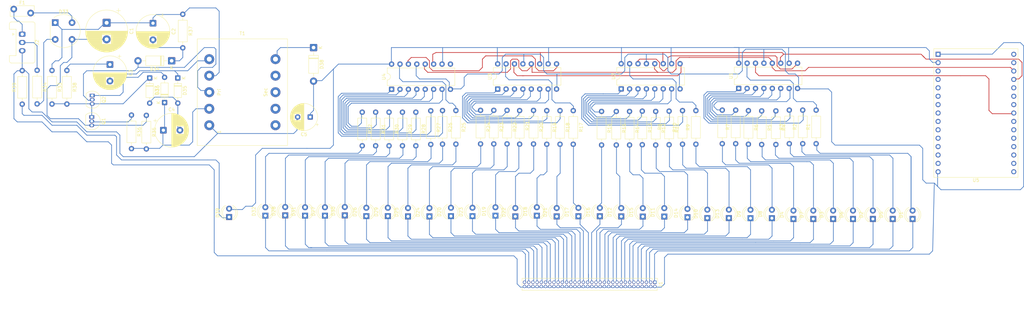
<source format=kicad_pcb>
(kicad_pcb (version 20241229) (generator "pcbnew") (generator_version "9.0")
  (layers (0 "F.Cu" signal) (2 "B.Cu" signal) (13 "F.Paste" user) (15 "B.Paste" user) (5 "F.SilkS" user "F.Silkscreen") (7 "B.SilkS" user "B.Silkscreen") (1 "F.Mask" user) (3 "B.Mask" user) (25 "Edge.Cuts" user))
  (net 0 "")
  (net 1 "Net-(D1-K)")
  (net 2 "Net-(D1-A)")
  (net 3 "Net-(D2-A)")
  (net 4 "Net-(D2-K)")
  (net 5 "Net-(D3-A)")
  (net 6 "Net-(D3-K)")
  (net 7 "Net-(D4-K)")
  (net 8 "Net-(D4-A)")
  (net 9 "Net-(D5-A)")
  (net 10 "Net-(D5-K)")
  (net 11 "Net-(D6-K)")
  (net 12 "Net-(D6-A)")
  (net 13 "Net-(D7-K)")
  (net 14 "Net-(D7-A)")
  (net 15 "Net-(D8-K)")
  (net 16 "Net-(D8-A)")
  (net 17 "Net-(D9-K)")
  (net 18 "Net-(D9-A)")
  (net 19 "Net-(D10-A)")
  (net 20 "Net-(D10-K)")
  (net 21 "Net-(D11-A)")
  (net 22 "Net-(D11-K)")
  (net 23 "Net-(D12-K)")
  (net 24 "Net-(D12-A)")
  (net 25 "Net-(D13-A)")
  (net 26 "Net-(D13-K)")
  (net 27 "Net-(D14-A)")
  (net 28 "Net-(D14-K)")
  (net 29 "Net-(D15-A)")
  (net 30 "Net-(D15-K)")
  (net 31 "Net-(D16-K)")
  (net 32 "Net-(D16-A)")
  (net 33 "Net-(D17-A)")
  (net 34 "Net-(D17-K)")
  (net 35 "Net-(D18-K)")
  (net 36 "Net-(D18-A)")
  (net 37 "Net-(D19-K)")
  (net 38 "Net-(D19-A)")
  (net 39 "Net-(D20-K)")
  (net 40 "Net-(D20-A)")
  (net 41 "Net-(D21-K)")
  (net 42 "Net-(D21-A)")
  (net 43 "Net-(D22-K)")
  (net 44 "Net-(D22-A)")
  (net 45 "Net-(D23-A)")
  (net 46 "Net-(D23-K)")
  (net 47 "Net-(D24-A)")
  (net 48 "Net-(D24-K)")
  (net 49 "Net-(D25-K)")
  (net 50 "Net-(D25-A)")
  (net 51 "Net-(D26-A)")
  (net 52 "Net-(D26-K)")
  (net 53 "Net-(D27-A)")
  (net 54 "Net-(D27-K)")
  (net 55 "Net-(D28-A)")
  (net 56 "Net-(D28-K)")
  (net 57 "Net-(D29-A)")
  (net 58 "Net-(D29-K)")
  (net 59 "Net-(D30-K)")
  (net 60 "Net-(D30-A)")
  (net 61 "Net-(D31-K)")
  (net 62 "Net-(D31-A)")
  (net 63 "Net-(D32-A)")
  (net 64 "Net-(D32-K)")
  (net 65 "Net-(U1-QA)")
  (net 66 "Net-(U1-QB)")
  (net 67 "Net-(U1-QC)")
  (net 68 "Net-(U1-QD)")
  (net 69 "Net-(U1-QE)")
  (net 70 "Net-(U1-QF)")
  (net 71 "Net-(U1-QG)")
  (net 72 "Net-(U1-QH)")
  (net 73 "Net-(U2-QA)")
  (net 74 "Net-(U2-QB)")
  (net 75 "Net-(U2-QC)")
  (net 76 "Net-(U2-QD)")
  (net 77 "Net-(U2-QE)")
  (net 78 "Net-(U2-QF)")
  (net 79 "Net-(U2-QG)")
  (net 80 "Net-(U3-QA)")
  (net 81 "Net-(U3-QB)")
  (net 82 "Net-(U3-QC)")
  (net 83 "Net-(U3-QD)")
  (net 84 "Net-(U3-QE)")
  (net 85 "Net-(U3-QF)")
  (net 86 "Net-(U3-QG)")
  (net 87 "Net-(U3-QH)")
  (net 88 "Net-(U4-QA)")
  (net 89 "Net-(U4-QB)")
  (net 90 "Net-(U4-QC)")
  (net 91 "Net-(U4-QD)")
  (net 92 "Net-(U4-QE)")
  (net 93 "Net-(U4-QF)")
  (net 94 "Net-(U4-QG)")
  (net 95 "Net-(U4-QH)")
  (net 96 "VCC")
  (net 97 "Earth")
  (net 98 "Net-(U1-QH')")
  (net 99 "Net-(U1-RCLK)")
  (net 100 "Net-(U1-SER)")
  (net 101 "Net-(U1-SRCLK)")
  (net 102 "Net-(U2-QH)")
  (net 103 "Net-(U2-QH')")
  (net 104 "Net-(U3-QH')")
  (net 130 "Net-(D33-+)")
  (net 131 "Net-(D33--)")
  (net 132 "Net-(D34-K)")
  (net 133 "Net-(D33-Pad4)")
  (net 134 "Net-(D33-Pad2)")
  (net 135 "Net-(D34-A)")
  (net 136 "Net-(D35-A)")
  (net 137 "Net-(D35-K)")
  (net 138 "Net-(D36-A)")
  (net 139 "Net-(D36-K)")
  (net 140 "Net-(D37-K)")
  (net 141 "Net-(D38-K)")
  (net 142 "Net-(D39-K)")
  (net 143 "Net-(J2-Pin_1)")
  (net 144 "Net-(J2-Pin_2)")
  (net 145 "Net-(Q1-B)")
  (net 146 "Net-(C3-Pad1)")
  (footprint "LED_THT:LED_D4.0mm" (layer "F.Cu") (at 206.94 154.12 90)
    (property "Reference" "D8" (at 1.27 -3.46 90) (layer "F.SilkS"))
    (property "Value" "LED")
    (pad "1" thru_hole rect (at 0 0 90) (size 1.8 1.8) (drill 0.9) (layers "*.Cu" "*.Mask") (net 15 "Net-(D8-K)"))
    (pad "2" thru_hole circle (at 2.54 0 90) (size 1.8 1.8) (drill 0.9) (layers "*.Cu" "*.Mask") (net 16 "Net-(D8-A)"))
  )
  (footprint "LED_THT:LED_D4.0mm" (layer "F.Cu") (at 43 153.77 90)
    (property "Reference" "D39" (at 1.27 -3.46 90) (layer "F.SilkS"))
    (property "Value" "LED")
    (pad "1" thru_hole rect (at 0 0 90) (size 1.8 1.8) (drill 0.9) (layers "*.Cu" "*.Mask") (net 142 "Net-(D39-K)"))
    (pad "2" thru_hole circle (at 2.54 0 90) (size 1.8 1.8) (drill 0.9) (layers "*.Cu" "*.Mask") (net 96 "VCC"))
  )
  (footprint "Package_TO_SOT_THT:TO-92_Inline" (layer "F.Cu") (at 1.5 123.5 -90)
    (property "Reference" "Q1" (at 1.27 -3.56 90) (layer "F.SilkS"))
    (property "Value" "S9014")
    (pad "1" thru_hole rect (at 0 0 270) (size 1.05 1.5) (drill 0.75) (layers "*.Cu" "*.Mask") (net 140 "Net-(D37-K)"))
    (pad "2" thru_hole oval (at 1.27 0 270) (size 1.05 1.5) (drill 0.75) (layers "*.Cu" "*.Mask") (net 145 "Net-(Q1-B)"))
    (pad "3" thru_hole oval (at 2.54 0 270) (size 1.05 1.5) (drill 0.75) (layers "*.Cu" "*.Mask") (net 131 "Net-(D33--)"))
  )
  (footprint "LED_THT:LED_D4.0mm" (layer "F.Cu") (at 161.44 153.58 90)
    (property "Reference" "D12" (at 1.27 -3.46 90) (layer "F.SilkS"))
    (property "Value" "LED")
    (pad "1" thru_hole rect (at 0 0 90) (size 1.8 1.8) (drill 0.9) (layers "*.Cu" "*.Mask") (net 23 "Net-(D12-K)"))
    (pad "2" thru_hole circle (at 2.54 0 90) (size 1.8 1.8) (drill 0.9) (layers "*.Cu" "*.Mask") (net 24 "Net-(D12-A)"))
  )
  (footprint "LED_THT:LED_D4.0mm" (layer "F.Cu") (at 181.44 153.85 90)
    (property "Reference" "D14" (at 1.27 -3.46 90) (layer "F.SilkS"))
    (property "Value" "LED")
    (pad "1" thru_hole rect (at 0 0 90) (size 1.8 1.8) (drill 0.9) (layers "*.Cu" "*.Mask") (net 28 "Net-(D14-K)"))
    (pad "2" thru_hole circle (at 2.54 0 90) (size 1.8 1.8) (drill 0.9) (layers "*.Cu" "*.Mask") (net 27 "Net-(D14-A)"))
  )
  (footprint "LED_THT:LED_D4.0mm" (layer "F.Cu") (at 77.94 153.27 90)
    (property "Reference" "D30" (at 1.27 -3.46 90) (layer "F.SilkS"))
    (property "Value" "LED")
    (pad "1" thru_hole rect (at 0 0 90) (size 1.8 1.8) (drill 0.9) (layers "*.Cu" "*.Mask") (net 59 "Net-(D30-K)"))
    (pad "2" thru_hole circle (at 2.54 0 90) (size 1.8 1.8) (drill 0.9) (layers "*.Cu" "*.Mask") (net 60 "Net-(D30-A)"))
  )
  (footprint "LED_THT:LED_D4.0mm" (layer "F.Cu") (at 237.44 154.35 90)
    (property "Reference" "D2" (at 1.27 -3.46 90) (layer "F.SilkS"))
    (property "Value" "LED")
    (pad "1" thru_hole rect (at 0 0 90) (size 1.8 1.8) (drill 0.9) (layers "*.Cu" "*.Mask") (net 4 "Net-(D2-K)"))
    (pad "2" thru_hole circle (at 2.54 0 90) (size 1.8 1.8) (drill 0.9) (layers "*.Cu" "*.Mask") (net 3 "Net-(D2-A)"))
  )
  (footprint "Capacitor_THT:CP_Radial_D12.5mm_P5.00mm" (layer "F.Cu") (at 6 95 -90)
    (property "Reference" "C1" (at 2.5 -7.5 90) (layer "F.SilkS"))
    (property "Value" "C_US")
    (pad "1" thru_hole roundrect (at 0 0 270) (size 2.4 2.4) (drill 1.2) (layers "*.Cu" "*.Mask") (roundrect_rratio 0.104167) (net 130 "Net-(D33-+)"))
    (pad "2" thru_hole circle (at 5 0 270) (size 2.4 2.4) (drill 1.2) (layers "*.Cu" "*.Mask") (net 131 "Net-(D33--)"))
  )
  (footprint "LED_THT:LED_D4.0mm" (layer "F.Cu") (at 174.44 153.62 90)
    (property "Reference" "D11" (at 1.27 -3.46 90) (layer "F.SilkS"))
    (property "Value" "LED")
    (pad "1" thru_hole rect (at 0 0 90) (size 1.8 1.8) (drill 0.9) (layers "*.Cu" "*.Mask") (net 22 "Net-(D11-K)"))
    (pad "2" thru_hole circle (at 2.54 0 90) (size 1.8 1.8) (drill 0.9) (layers "*.Cu" "*.Mask") (net 21 "Net-(D11-A)"))
  )
  (footprint "Diode_THT:Diode_Bridge_Round_D9.8mm" (layer "F.Cu") (at -9.525 94.955)
    (property "Reference" "D33" (at 2.54 -3.302 0) (layer "F.SilkS"))
    (property "Value" "W01G")
    (pad "1" thru_hole rect (at 0 0) (size 2 2) (drill 1) (layers "*.Cu" "*.Mask") (net 130 "Net-(D33-+)"))
    (pad "2" thru_hole oval (at 0 5.08) (size 2 2) (drill 1) (layers "*.Cu" "*.Mask") (net 134 "Net-(D33-Pad2)"))
    (pad "3" thru_hole oval (at 5.08 5.08) (size 2 2) (drill 1) (layers "*.Cu" "*.Mask") (net 131 "Net-(D33--)"))
    (pad "4" thru_hole oval (at 5.08 0) (size 2 2) (drill 1) (layers "*.Cu" "*.Mask") (net 133 "Net-(D33-Pad4)"))
  )
  (footprint "Fuse:Fuse_Bourns_MF-RG300" (layer "F.Cu") (at -22.05 90.855)
    (property "Reference" "F1" (at 2.55 -1.9 0) (layer "F.SilkS"))
    (property "Value" "Fuse")
    (pad "1" thru_hole circle (at 0 0) (size 2.01 2.01) (drill 1.01) (layers "*.Cu" "*.Mask") (net 143 "Net-(J2-Pin_1)"))
    (pad "2" thru_hole circle (at 5.1 1.2) (size 2.01 2.01) (drill 1.01) (layers "*.Cu" "*.Mask") (net 133 "Net-(D33-Pad4)"))
  )
  (footprint "LED_THT:LED_D4.0mm" (layer "F.Cu") (at 187.44 154.08 90)
    (property "Reference" "D10" (at 1.27 -3.46 90) (layer "F.SilkS"))
    (property "Value" "LED")
    (pad "1" thru_hole rect (at 0 0 90) (size 1.8 1.8) (drill 0.9) (layers "*.Cu" "*.Mask") (net 20 "Net-(D10-K)"))
    (pad "2" thru_hole circle (at 2.54 0 90) (size 1.8 1.8) (drill 0.9) (layers "*.Cu" "*.Mask") (net 19 "Net-(D10-A)"))
  )
  (footprint "Resistor_THT:R_Axial_DIN0207_L6.3mm_D2.5mm_P10.16mm_Horizontal" (layer "F.Cu") (at 199.85 121.58 -90)
    (property "Reference" "R6" (at 5.08 -2.37 90) (layer "F.SilkS"))
    (property "Value" "R")
    (pad "1" thru_hole circle (at 0 0 270) (size 1.6 1.6) (drill 0.8) (layers "*.Cu" "*.Mask") (net 70 "Net-(U1-QF)"))
    (pad "2" thru_hole circle (at 10.16 0 270) (size 1.6 1.6) (drill 0.8) (layers "*.Cu" "*.Mask") (net 14 "Net-(D7-A)"))
  )
  (footprint "LED_THT:LED_D4.0mm" (layer "F.Cu") (at 65.94 153.35 90)
    (property "Reference" "D31" (at 1.27 -3.46 90) (layer "F.SilkS"))
    (property "Value" "LED")
    (pad "1" thru_hole rect (at 0 0 90) (size 1.8 1.8) (drill 0.9) (layers "*.Cu" "*.Mask") (net 61 "Net-(D31-K)"))
    (pad "2" thru_hole circle (at 2.54 0 90) (size 1.8 1.8) (drill 0.9) (layers "*.Cu" "*.Mask") (net 62 "Net-(D31-A)"))
  )
  (footprint "LED_THT:LED_D4.0mm" (layer "F.Cu") (at 116.5 153.5 90)
    (property "Reference" "D23" (at 1.27 -3.46 90) (layer "F.SilkS"))
    (property "Value" "LED")
    (pad "1" thru_hole rect (at 0 0 90) (size 1.8 1.8) (drill 0.9) (layers "*.Cu" "*.Mask") (net 46 "Net-(D23-K)"))
    (pad "2" thru_hole circle (at 2.54 0 90) (size 1.8 1.8) (drill 0.9) (layers "*.Cu" "*.Mask") (net 45 "Net-(D23-A)"))
  )
  (footprint "Resistor_THT:R_Axial_DIN0207_L6.3mm_D2.5mm_P10.16mm_Horizontal" (layer "F.Cu") (at 29 92.42 -90)
    (property "Reference" "R37" (at 5.08 -2.37 90) (layer "F.SilkS"))
    (property "Value" "R")
    (pad "1" thru_hole circle (at 0 0 270) (size 1.6 1.6) (drill 0.8) (layers "*.Cu" "*.Mask") (net 130 "Net-(D33-+)"))
    (pad "2" thru_hole circle (at 10.16 0 270) (size 1.6 1.6) (drill 0.8) (layers "*.Cu" "*.Mask") (net 132 "Net-(D34-K)"))
  )
  (footprint "Diode_THT:D_DO-35_SOD27_P7.62mm_Horizontal" (layer "F.Cu") (at 27.5 111.69 -90)
    (property "Reference" "D35" (at 3.81 -2.12 90) (layer "F.SilkS"))
    (property "Value" "1N4148")
    (fp_text user "K" (at 0 -1.8 90) (layer "F.SilkS"))
    (pad "1" thru_hole roundrect (at 0 0 270) (size 1.6 1.6) (drill 0.8) (layers "*.Cu" "*.Mask") (roundrect_rratio 0.15625) (net 137 "Net-(D35-K)"))
    (pad "2" thru_hole circle (at 7.62 0 270) (size 1.6 1.6) (drill 0.8) (layers "*.Cu" "*.Mask") (net 136 "Net-(D35-A)"))
  )
  (footprint "LED_THT:LED_D4.0mm" (layer "F.Cu") (at 141.94 153.58 90)
    (property "Reference" "D21" (at 1.27 -3.46 90) (layer "F.SilkS"))
    (property "Value" "LED")
    (pad "1" thru_hole rect (at 0 0 90) (size 1.8 1.8) (drill 0.9) (layers "*.Cu" "*.Mask") (net 41 "Net-(D21-K)"))
    (pad "2" thru_hole circle (at 2.54 0 90) (size 1.8 1.8) (drill 0.9) (layers "*.Cu" "*.Mask") (net 42 "Net-(D21-A)"))
  )
  (footprint "LED_THT:LED_D4.0mm" (layer "F.Cu") (at 84.44 153.5 90)
    (property "Reference" "D26" (at 1.27 -3.46 90) (layer "F.SilkS"))
    (property "Value" "LED")
    (pad "1" thru_hole rect (at 0 0 90) (size 1.8 1.8) (drill 0.9) (layers "*.Cu" "*.Mask") (net 52 "Net-(D26-K)"))
    (pad "2" thru_hole circle (at 2.54 0 90) (size 1.8 1.8) (drill 0.9) (layers "*.Cu" "*.Mask") (net 51 "Net-(D26-A)"))
  )
  (footprint "Resistor_THT:R_Axial_DIN0207_L6.3mm_D2.5mm_P10.16mm_Horizontal" (layer "F.Cu") (at 126.94 121.48 -90)
    (property "Reference" "R22" (at 5.08 -2.37 90) (layer "F.SilkS"))
    (property "Value" "R")
    (pad "1" thru_hole circle (at 0 0 270) (size 1.6 1.6) (drill 0.8) (layers "*.Cu" "*.Mask") (net 85 "Net-(U3-QF)"))
    (pad "2" thru_hole circle (at 10.16 0 270) (size 1.6 1.6) (drill 0.8) (layers "*.Cu" "*.Mask") (net 45 "Net-(D23-A)"))
  )
  (footprint "LED_THT:LED_D4.0mm" (layer "F.Cu") (at 97.03 153.58 90)
    (property "Reference" "D25" (at 1.27 -3.46 90) (layer "F.SilkS"))
    (property "Value" "LED")
    (pad "1" thru_hole rect (at 0 0 90) (size 1.8 1.8) (drill 0.9) (layers "*.Cu" "*.Mask") (net 49 "Net-(D25-K)"))
    (pad "2" thru_hole circle (at 2.54 0 90) (size 1.8 1.8) (drill 0.9) (layers "*.Cu" "*.Mask") (net 50 "Net-(D25-A)"))
  )
  (footprint "Resistor_THT:R_Axial_DIN0207_L6.3mm_D2.5mm_P10.16mm_Horizontal" (layer "F.Cu") (at 118.94 121.48 -90)
    (property "Reference" "R24" (at 5.08 -2.37 90) (layer "F.SilkS"))
    (property "Value" "R")
    (pad "1" thru_hole circle (at 0 0 270) (size 1.6 1.6) (drill 0.8) (layers "*.Cu" "*.Mask") (net 87 "Net-(U3-QH)"))
    (pad "2" thru_hole circle (at 10.16 0 270) (size 1.6 1.6) (drill 0.8) (layers "*.Cu" "*.Mask") (net 47 "Net-(D24-A)"))
  )
  (footprint "RF_Module:ESP32-C3-DevKitM-1" (layer "F.Cu") (at 257.14 104.52)
    (property "Reference" "U5" (at 11.43 38.1 0) (layer "F.SilkS"))
    (property "Value" "ESP32-WROOM-32")
    (pad "1" thru_hole rect (at 0 0) (size 1.5 1.5) (drill 0.9) (layers "*.Cu" "*.Mask") (net 97 "Earth"))
    (pad "2" thru_hole circle (at 0 2.54) (size 1.5 1.5) (drill 0.9) (layers "*.Cu" "*.Mask") (net 96 "VCC"))
    (pad "3" thru_hole circle (at 0 5.08) (size 1.5 1.5) (drill 0.9) (layers "*.Cu" "*.Mask"))
    (pad "4" thru_hole circle (at 0 7.62) (size 1.5 1.5) (drill 0.9) (layers "*.Cu" "*.Mask"))
    (pad "5" thru_hole circle (at 0 10.16) (size 1.5 1.5) (drill 0.9) (layers "*.Cu" "*.Mask"))
    (pad "6" thru_hole circle (at 0 12.7) (size 1.5 1.5) (drill 0.9) (layers "*.Cu" "*.Mask"))
    (pad "7" thru_hole circle (at 0 15.24) (size 1.5 1.5) (drill 0.9) (layers "*.Cu" "*.Mask"))
    (pad "8" thru_hole circle (at 0 17.78) (size 1.5 1.5) (drill 0.9) (layers "*.Cu" "*.Mask"))
    (pad "9" thru_hole circle (at 0 20.32) (size 1.5 1.5) (drill 0.9) (layers "*.Cu" "*.Mask"))
    (pad "10" thru_hole circle (at 0 22.86) (size 1.5 1.5) (drill 0.9) (layers "*.Cu" "*.Mask"))
    (pad "11" thru_hole circle (at 0 25.4) (size 1.5 1.5) (drill 0.9) (layers "*.Cu" "*.Mask"))
    (pad "12" thru_hole circle (at 0 27.94) (size 1.5 1.5) (drill 0.9) (layers "*.Cu" "*.Mask"))
    (pad "13" thru_hole circle (at 0 30.48) (size 1.5 1.5) (drill 0.9) (layers "*.Cu" "*.Mask"))
    (pad "14" thru_hole circle (at 0 33.02) (size 1.5 1.5) (drill 0.9) (layers "*.Cu" "*.Mask"))
    (pad "15" thru_hole circle (at 0 35.56) (size 1.5 1.5) (drill 0.9) (layers "*.Cu" "*.Mask") (net 97 "Earth"))
    (pad "16" thru_hole circle (at 22.86 35.56) (size 1.5 1.5) (drill 0.9) (layers "*.Cu" "*.Mask"))
    (pad "17" thru_hole circle (at 22.86 33.02) (size 1.5 1.5) (drill 0.9) (layers "*.Cu" "*.Mask"))
    (pad "18" thru_hole circle (at 22.86 30.48) (size 1.5 1.5) (drill 0.9) (layers "*.Cu" "*.Mask"))
    (pad "19" thru_hole circle (at 22.86 27.94) (size 1.5 1.5) (drill 0.9) (layers "*.Cu" "*.Mask"))
    (pad "20" thru_hole circle (at 22.86 25.4) (size 1.5 1.5) (drill 0.9) (layers "*.Cu" "*.Mask"))
    (pad "21" thru_hole circle (at 22.86 22.86) (size 1.5 1.5) (drill 0.9) (layers "*.Cu" "*.Mask"))
    (pad "22" thru_hole circle (at 22.86 20.32) (size 1.5 1.5) (drill 0.9) (layers "*.Cu" "*.Mask"))
    (pad "23" thru_hole circle (at 22.86 17.78) (size 1.5 1.5) (drill 0.9) (layers "*.Cu" "*.Mask") (net 100 "Net-(U1-SER)"))
    (pad "24" thru_hole circle (at 22.86 15.24) (size 1.5 1.5) (drill 0.9) (layers "*.Cu" "*.Mask"))
    (pad "25" thru_hole circle (at 22.86 12.7) (size 1.5 1.5) (drill 0.9) (layers "*.Cu" "*.Mask"))
    (pad "26" thru_hole circle (at 22.86 10.16) (size 1.5 1.5) (drill 0.9) (layers "*.Cu" "*.Mask"))
    (pad "27" thru_hole circle (at 22.86 7.62) (size 1.5 1.5) (drill 0.9) (layers "*.Cu" "*.Mask") (net 101 "Net-(U1-SRCLK)"))
    (pad "28" thru_hole circle (at 22.86 5.08) (size 1.5 1.5) (drill 0.9) (layers "*.Cu" "*.Mask") (net 99 "Net-(U1-RCLK)"))
    (pad "29" thru_hole circle (at 22.86 2.54) (size 1.5 1.5) (drill 0.9) (layers "*.Cu" "*.Mask"))
    (pad "30" thru_hole circle (at 22.86 0) (size 1.5 1.5) (drill 0.9) (layers "*.Cu" "*.Mask"))
  )
  (footprint "LED_THT:LED_D4.0mm" (layer "F.Cu") (at 53.94 153.35 90)
    (property "Reference" "D32" (at 1.27 -3.46 90) (layer "F.SilkS"))
    (property "Value" "LED")
    (pad "1" thru_hole rect (at 0 0 90) (size 1.8 1.8) (drill 0.9) (layers "*.Cu" "*.Mask") (net 64 "Net-(D32-K)"))
    (pad "2" thru_hole circle (at 2.54 0 90) (size 1.8 1.8) (drill 0.9) (layers "*.Cu" "*.Mask") (net 63 "Net-(D32-A)"))
  )
  (footprint "LED_THT:LED_D4.0mm" (layer "F.Cu") (at 135.94 153.35 90)
    (property "Reference" "D18" (at 1.27 -3.46 90) (layer "F.SilkS"))
    (property "Value" "LED")
    (pad "1" thru_hole rect (at 0 0 90) (size 1.8 1.8) (drill 0.9) (layers "*.Cu" "*.Mask") (net 35 "Net-(D18-K)"))
    (pad "2" thru_hole circle (at 2.54 0 90) (size 1.8 1.8) (drill 0.9) (layers "*.Cu" "*.Mask") (net 36 "Net-(D18-A)"))
  )
  (footprint "Resistor_THT:R_Axial_DIN0207_L6.3mm_D2.5mm_P10.16mm_Horizontal" (layer "F.Cu") (at 91.3 122.045 -90)
    (property "Reference" "R30" (at 5.08 -2.37 90) (layer "F.SilkS"))
    (property "Value" "R")
    (pad "1" thru_hole circle (at 0 0 270) (size 1.6 1.6) (drill 0.8) (layers "*.Cu" "*.Mask") (net 93 "Net-(U4-QF)"))
    (pad "2" thru_hole circle (at 10.16 0 270) (size 1.6 1.6) (drill 0.8) (layers "*.Cu" "*.Mask") (net 62 "Net-(D31-A)"))
  )
  (footprint "Resistor_THT:R_Axial_DIN0207_L6.3mm_D2.5mm_P10.16mm_Horizontal" (layer "F.Cu") (at 146.94 121.58 -90)
    (property "Reference" "R17" (at 5.08 -2.37 90) (layer "F.SilkS"))
    (property "Value" "R")
    (pad "1" thru_hole circle (at 0 0 270) (size 1.6 1.6) (drill 0.8) (layers "*.Cu" "*.Mask") (net 80 "Net-(U3-QA)"))
    (pad "2" thru_hole circle (at 10.16 0 270) (size 1.6 1.6) (drill 0.8) (layers "*.Cu" "*.Mask") (net 33 "Net-(D17-A)"))
  )
  (footprint "LED_THT:LED_D4.0mm" (layer "F.Cu") (at 103.5 153.58 90)
    (property "Reference" "D24" (at 1.27 -3.46 90) (layer "F.SilkS"))
    (property "Value" "LED")
    (pad "1" thru_hole rect (at 0 0 90) (size 1.8 1.8) (drill 0.9) (layers "*.Cu" "*.Mask") (net 48 "Net-(D24-K)"))
    (pad "2" thru_hole circle (at 2.54 0 90) (size 1.8 1.8) (drill 0.9) (layers "*.Cu" "*.Mask") (net 47 "Net-(D24-A)"))
  )
  (footprint "Resistor_THT:R_Axial_DIN0207_L6.3mm_D2.5mm_P10.16mm_Horizontal" (layer "F.Cu") (at -19.5 119.615 90)
    (property "Reference" "R39" (at 5.08 -2.37 90) (layer "F.SilkS"))
    (property "Value" "R")
    (pad "1" thru_hole circle (at 0 0 90) (size 1.6 1.6) (drill 0.8) (layers "*.Cu" "*.Mask") (net 142 "Net-(D39-K)"))
    (pad "2" thru_hole circle (at 10.16 0 90) (size 1.6 1.6) (drill 0.8) (layers "*.Cu" "*.Mask") (net 97 "Earth"))
  )
  (footprint "Resistor_THT:R_Axial_DIN0207_L6.3mm_D2.5mm_P10.16mm_Horizontal" (layer "F.Cu") (at 87.25 122.045 -90)
    (property "Reference" "R31" (at 5.08 -2.37 90) (layer "F.SilkS"))
    (property "Value" "R")
    (pad "1" thru_hole circle (at 0 0 270) (size 1.6 1.6) (drill 0.8) (layers "*.Cu" "*.Mask") (net 94 "Net-(U4-QG)"))
    (pad "2" thru_hole circle (at 10.16 0 270) (size 1.6 1.6) (drill 0.8) (layers "*.Cu" "*.Mask") (net 55 "Net-(D28-A)"))
  )
  (footprint "LED_THT:LED_D4.0mm" (layer "F.Cu") (at 123.44 153.35 90)
    (property "Reference" "D19" (at 1.27 -3.46 90) (layer "F.SilkS"))
    (property "Value" "LED")
    (pad "1" thru_hole rect (at 0 0 90) (size 1.8 1.8) (drill 0.9) (layers "*.Cu" "*.Mask") (net 37 "Net-(D19-K)"))
    (pad "2" thru_hole circle (at 2.54 0 90) (size 1.8 1.8) (drill 0.9) (layers "*.Cu" "*.Mask") (net 38 "Net-(D19-A)"))
  )
  (footprint "Resistor_THT:R_Axial_DIN0207_L6.3mm_D2.5mm_P10.16mm_Horizontal" (layer "F.Cu") (at -15 109.375 -90)
    (property "Reference" "R34" (at 5.08 -2.37 90) (layer "F.SilkS"))
    (property "Value" "R")
    (pad "1" thru_hole circle (at 0 0 270) (size 1.6 1.6) (drill 0.8) (layers "*.Cu" "*.Mask") (net 144 "Net-(J2-Pin_2)"))
    (pad "2" thru_hole circle (at 10.16 0 270) (size 1.6 1.6) (drill 0.8) (layers "*.Cu" "*.Mask") (net 134 "Net-(D33-Pad2)"))
  )
  (footprint "LED_THT:LED_D4.0mm" (layer "F.Cu") (at 249.44 154.35 90)
    (property "Reference" "D1" (at 1.27 -3.46 90) (layer "F.SilkS"))
    (property "Value" "LED")
    (pad "1" thru_hole rect (at 0 0 90) (size 1.8 1.8) (drill 0.9) (layers "*.Cu" "*.Mask") (net 1 "Net-(D1-K)"))
    (pad "2" thru_hole circle (at 2.54 0 90) (size 1.8 1.8) (drill 0.9) (layers "*.Cu" "*.Mask") (net 2 "Net-(D1-A)"))
  )
  (footprint "Package_DIP:DIP-16_W7.62mm" (layer "F.Cu") (at 196.91 114.85 90)
    (property "Reference" "U1" (at 3.81 -2.33 90) (layer "F.SilkS"))
    (property "Value" "74HC595")
    (pad "1" thru_hole roundrect (at 0 0 90) (size 1.6 1.6) (drill 0.8) (layers "*.Cu" "*.Mask") (roundrect_rratio 0.15625) (net 66 "Net-(U1-QB)"))
    (pad "2" thru_hole circle (at 0 2.54 90) (size 1.6 1.6) (drill 0.8) (layers "*.Cu" "*.Mask") (net 67 "Net-(U1-QC)"))
    (pad "3" thru_hole circle (at 0 5.08 90) (size 1.6 1.6) (drill 0.8) (layers "*.Cu" "*.Mask") (net 68 "Net-(U1-QD)"))
    (pad "4" thru_hole circle (at 0 7.62 90) (size 1.6 1.6) (drill 0.8) (layers "*.Cu" "*.Mask") (net 69 "Net-(U1-QE)"))
    (pad "5" thru_hole circle (at 0 10.16 90) (size 1.6 1.6) (drill 0.8) (layers "*.Cu" "*.Mask") (net 70 "Net-(U1-QF)"))
    (pad "6" thru_hole circle (at 0 12.7 90) (size 1.6 1.6) (drill 0.8) (layers "*.Cu" "*.Mask") (net 71 "Net-(U1-QG)"))
    (pad "7" thru_hole circle (at 0 15.24 90) (size 1.6 1.6) (drill 0.8) (layers "*.Cu" "*.Mask") (net 72 "Net-(U1-QH)"))
    (pad "8" thru_hole circle (at 0 17.78 90) (size 1.6 1.6) (drill 0.8) (layers "*.Cu" "*.Mask") (net 97 "Earth"))
    (pad "9" thru_hole circle (at 7.62 17.78 90) (size 1.6 1.6) (drill 0.8) (layers "*.Cu" "*.Mask") (net 98 "Net-(U1-QH')"))
    (pad "10" thru_hole circle (at 7.62 15.24 90) (size 1.6 1.6) (drill 0.8) (layers "*.Cu" "*.Mask") (net 96 "VCC"))
    (pad "11" thru_hole circle (at 7.62 12.7 90) (size 1.6 1.6) (drill 0.8) (layers "*.Cu" "*.Mask") (net 101 "Net-(U1-SRCLK)"))
    (pad "12" thru_hole circle (at 7.62 10.16 90) (size 1.6 1.6) (drill 0.8) (layers "*.Cu" "*.Mask") (net 99 "Net-(U1-RCLK)"))
    (pad "13" thru_hole circle (at 7.62 7.62 90) (size 1.6 1.6) (drill 0.8) (layers "*.Cu" "*.Mask") (net 97 "Earth"))
    (pad "14" thru_hole circle (at 7.62 5.08 90) (size 1.6 1.6) (drill 0.8) (layers "*.Cu" "*.Mask") (net 100 "Net-(U1-SER)"))
    (pad "15" thru_hole circle (at 7.62 2.54 90) (size 1.6 1.6) (drill 0.8) (layers "*.Cu" "*.Mask") (net 65 "Net-(U1-QA)"))
    (pad "16" thru_hole circle (at 7.62 0 90) (size 1.6 1.6) (drill 0.8) (layers "*.Cu" "*.Mask") (net 96 "VCC"))
  )
  (footprint "LED_THT:LED_D4.0mm" (layer "F.Cu") (at 59.94 153.27 90)
    (property "Reference" "D28" (at 1.27 -3.46 90) (layer "F.SilkS"))
    (property "Value" "LED")
    (pad "1" thru_hole rect (at 0 0 90) (size 1.8 1.8) (drill 0.9) (layers "*.Cu" "*.Mask") (net 56 "Net-(D28-K)"))
    (pad "2" thru_hole circle (at 2.54 0 90) (size 1.8 1.8) (drill 0.9) (layers "*.Cu" "*.Mask") (net 55 "Net-(D28-A)"))
  )
  (footprint "Resistor_THT:R_Axial_DIN0207_L6.3mm_D2.5mm_P10.16mm_Horizontal" (layer "F.Cu") (at 179.94 131.73 90)
    (property "Reference" "R10" (at 5.08 -2.37 90) (layer "F.SilkS"))
    (property "Value" "R")
    (pad "1" thru_hole circle (at 0 0 90) (size 1.6 1.6) (drill 0.8) (layers "*.Cu" "*.Mask") (net 25 "Net-(D13-A)"))
    (pad "2" thru_hole circle (at 10.16 0 90) (size 1.6 1.6) (drill 0.8) (layers "*.Cu" "*.Mask") (net 74 "Net-(U2-QB)"))
  )
  (footprint "Resistor_THT:R_Axial_DIN0207_L6.3mm_D2.5mm_P10.16mm_Horizontal" (layer "F.Cu") (at 171.84 121.81 -90)
    (property "Reference" "R12" (at 5.08 -2.37 90) (layer "F.SilkS"))
    (property "Value" "R")
    (pad "1" thru_hole circle (at 0 0 270) (size 1.6 1.6) (drill 0.8) (layers "*.Cu" "*.Mask") (net 76 "Net-(U2-QD)"))
    (pad "2" thru_hole circle (at 10.16 0 270) (size 1.6 1.6) (drill 0.8) (layers "*.Cu" "*.Mask") (net 27 "Net-(D14-A)"))
  )
  (footprint "LED_THT:LED_D4.0mm" (layer "F.Cu") (at 154.97 153.54 90)
    (property "Reference" "D16" (at 1.27 -3.46 90) (layer "F.SilkS"))
    (property "Value" "LED")
    (pad "1" thru_hole rect (at 0 0 90) (size 1.8 1.8) (drill 0.9) (layers "*.Cu" "*.Mask") (net 31 "Net-(D16-K)"))
    (pad "2" thru_hole circle (at 2.54 0 90) (size 1.8 1.8) (drill 0.9) (layers "*.Cu" "*.Mask") (net 32 "Net-(D16-A)"))
  )
  (footprint "Capacitor_THT:CP_Radial_D10.0mm_P5.00mm" (layer "F.Cu") (at 23.132323 127.5)
    (property "Reference" "C4" (at 2.5 -6.25 0) (layer "F.SilkS"))
    (property "Value" "C")
    (pad "1" thru_hole roundrect (at 0 0) (size 2 2) (drill 1) (layers "*.Cu" "*.Mask") (roundrect_rratio 0.125) (net 139 "Net-(D36-K)"))
    (pad "2" thru_hole circle (at 5 0) (size 2 2) (drill 1) (layers "*.Cu" "*.Mask") (net 136 "Net-(D35-A)"))
  )
  (footprint "Connector_Stocko:Stocko_MKS_1653-6-0-303_1x3_P2.50mm_Vertical" (layer "F.Cu") (at -19.5 98.455 -90)
    (property "Reference" "J2" (at 2.5 -4.5 90) (layer "F.SilkS"))
    (property "Value" "Conn_01x03_Pin")
    (pad "1" thru_hole roundrect (at 0 0 270) (size 1.5 2) (drill 1) (layers "*.Cu" "*.Mask") (net 143 "Net-(J2-Pin_1)"))
    (pad "2" thru_hole oval (at 2.5 0 270) (size 1.5 2) (drill 1) (layers "*.Cu" "*.Mask") (net 144 "Net-(J2-Pin_2)"))
    (pad "3" thru_hole oval (at 5 0 270) (size 1.5 2) (drill 1) (layers "*.Cu" "*.Mask") (net 97 "Earth"))
  )
  (footprint "Resistor_THT:R_Axial_DIN0207_L6.3mm_D2.5mm_P10.16mm_Horizontal" (layer "F.Cu") (at -6 109.42 -90)
    (property "Reference" "R38" (at 5.08 -2.37 90) (layer "F.SilkS"))
    (property "Value" "R")
    (pad "1" thru_hole circle (at 0 0 270) (size 1.6 1.6) (drill 0.8) (layers "*.Cu" "*.Mask") (net 146 "Net-(C3-Pad1)"))
    (pad "2" thru_hole circle (at 10.16 0 270) (size 1.6 1.6) (drill 0.8) (layers "*.Cu" "*.Mask") (net 140 "Net-(D37-K)"))
  )
  (footprint "Resistor_THT:R_Axial_DIN0207_L6.3mm_D2.5mm_P10.16mm_Horizontal" (layer "F.Cu") (at 159.94 121.81 -90)
    (property "Reference" "R15" (at 5.08 -2.37 90) (layer "F.SilkS"))
    (property "Value" "R")
    (pad "1" thru_hole circle (at 0 0 270) (size 1.6 1.6) (drill 0.8) (layers "*.Cu" "*.Mask") (net 79 "Net-(U2-QG)"))
    (pad "2" thru_hole circle (at 10.16 0 270) (size 1.6 1.6) (drill 0.8) (layers "*.Cu" "*.Mask") (net 24 "Net-(D12-A)"))
  )
  (footprint "LED_THT:LED_D4.0mm" (layer "F.Cu") (at 167.94 153.62 90)
    (property "Reference" "D15" (at 1.27 -3.46 90) (layer "F.SilkS"))
    (property "Value" "LED")
    (pad "1" thru_hole rect (at 0 0 90) (size 1.8 1.8) (drill 0.9) (layers "*.Cu" "*.Mask") (net 30 "Net-(D15-K)"))
    (pad "2" thru_hole circle (at 2.54 0 90) (size 1.8 1.8) (drill 0.9) (layers "*.Cu" "*.Mask") (net 29 "Net-(D15-A)"))
  )
  (footprint "Capacitor_THT:CP_Radial_D8.0mm_P3.80mm" (layer "F.Cu") (at 67.5 123.5 180)
    (property "Reference" "C5" (at 1.9 -5.25 0) (layer "F.SilkS"))
    (property "Value" "C_US")
    (pad "1" thru_hole roundrect (at 0 0 180) (size 1.6 1.6) (drill 0.8) (layers "*.Cu" "*.Mask") (roundrect_rratio 0.15625) (net 96 "VCC"))
    (pad "2" thru_hole circle (at 3.8 0 180) (size 1.6 1.6) (drill 0.8) (layers "*.Cu" "*.Mask") (net 97 "Earth"))
  )
  (footprint "Resistor_THT:R_Axial_DIN0207_L6.3mm_D2.5mm_P10.16mm_Horizontal" (layer "F.Cu") (at 107.45 121.545 -90)
    (property "Reference" "R26" (at 5.08 -2.37 90) (layer "F.SilkS"))
    (property "Value" "R")
    (pad "1" thru_hole circle (at 0 0 270) (size 1.6 1.6) (drill 0.8) (layers "*.Cu" "*.Mask") (net 89 "Net-(U4-QB)"))
    (pad "2" thru_hole circle (at 10.16 0 270) (size 1.6 1.6) (drill 0.8) (layers "*.Cu" "*.Mask") (net 57 "Net-(D29-A)"))
  )
  (footprint "Package_DIP:DIP-16_W7.62mm" (layer "F.Cu") (at 92.07 115.12 90)
    (property "Reference" "U4" (at 3.81 -2.33 90) (layer "F.SilkS"))
    (property "Value" "74HC595")
    (pad "1" thru_hole roundrect (at 0 0 90) (size 1.6 1.6) (drill 0.8) (layers "*.Cu" "*.Mask") (roundrect_rratio 0.15625) (net 89 "Net-(U4-QB)"))
    (pad "2" thru_hole circle (at 0 2.54 90) (size 1.6 1.6) (drill 0.8) (layers "*.Cu" "*.Mask") (net 90 "Net-(U4-QC)"))
    (pad "3" thru_hole circle (at 0 5.08 90) (size 1.6 1.6) (drill 0.8) (layers "*.Cu" "*.Mask") (net 91 "Net-(U4-QD)"))
    (pad "4" thru_hole circle (at 0 7.62 90) (size 1.6 1.6) (drill 0.8) (layers "*.Cu" "*.Mask") (net 92 "Net-(U4-QE)"))
    (pad "5" thru_hole circle (at 0 10.16 90) (size 1.6 1.6) (drill 0.8) (layers "*.Cu" "*.Mask") (net 93 "Net-(U4-QF)"))
    (pad "6" thru_hole circle (at 0 12.7 90) (size 1.6 1.6) (drill 0.8) (layers "*.Cu" "*.Mask") (net 94 "Net-(U4-QG)"))
    (pad "7" thru_hole circle (at 0 15.24 90) (size 1.6 1.6) (drill 0.8) (layers "*.Cu" "*.Mask") (net 95 "Net-(U4-QH)"))
    (pad "8" thru_hole circle (at 0 17.78 90) (size 1.6 1.6) (drill 0.8) (layers "*.Cu" "*.Mask") (net 97 "Earth"))
    (pad "9" thru_hole circle (at 7.62 17.78 90) (size 1.6 1.6) (drill 0.8) (layers "*.Cu" "*.Mask"))
    (pad "10" thru_hole circle (at 7.62 15.24 90) (size 1.6 1.6) (drill 0.8) (layers "*.Cu" "*.Mask") (net 96 "VCC"))
    (pad "11" thru_hole circle (at 7.62 12.7 90) (size 1.6 1.6) (drill 0.8) (layers "*.Cu" "*.Mask") (net 101 "Net-(U1-SRCLK)"))
    (pad "12" thru_hole circle (at 7.62 10.16 90) (size 1.6 1.6) (drill 0.8) (layers "*.Cu" "*.Mask") (net 99 "Net-(U1-RCLK)"))
    (pad "13" thru_hole circle (at 7.62 7.62 90) (size 1.6 1.6) (drill 0.8) (layers "*.Cu" "*.Mask") (net 97 "Earth"))
    (pad "14" thru_hole circle (at 7.62 5.08 90) (size 1.6 1.6) (drill 0.8) (layers "*.Cu" "*.Mask") (net 104 "Net-(U3-QH')"))
    (pad "15" thru_hole circle (at 7.62 2.54 90) (size 1.6 1.6) (drill 0.8) (layers "*.Cu" "*.Mask") (net 88 "Net-(U4-QA)"))
    (pad "16" thru_hole circle (at 7.62 0 90) (size 1.6 1.6) (drill 0.8) (layers "*.Cu" "*.Mask") (net 96 "VCC"))
  )
  (footprint "Resistor_THT:R_Axial_DIN0207_L6.3mm_D2.5mm_P10.16mm_Horizontal" (layer "F.Cu") (at 138.94 121.58 -90)
    (property "Reference" "R19" (at 5.08 -2.37 90) (layer "F.SilkS"))
    (property "Value" "R")
    (pad "1" thru_hole circle (at 0 0 270) (size 1.6 1.6) (drill 0.8) (layers "*.Cu" "*.Mask") (net 82 "Net-(U3-QC)"))
    (pad "2" thru_hole circle (at 10.16 0 270) (size 1.6 1.6) (drill 0.8) (layers "*.Cu" "*.Mask") (net 36 "Net-(D18-A)"))
  )
  (footprint "Resistor_THT:R_Axial_DIN0207_L6.3mm_D2.5mm_P10.16mm_Horizontal" (layer "F.Cu") (at 142.94 121.58 -90)
    (property "Reference" "R18" (at 5.08 -2.37 90) (layer "F.SilkS"))
    (property "Value" "R")
    (pad "1" thru_hole circle (at 0 0 270) (size 1.6 1.6) (drill 0.8) (layers "*.Cu" "*.Mask") (net 81 "Net-(U3-QB)"))
    (pad "2" thru_hole circle (at 10.16 0 270) (size 1.6 1.6) (drill 0.8) (layers "*.Cu" "*.Mask") (net 42 "Net-(D21-A)"))
  )
  (footprint "Resistor_THT:R_Axial_DIN0207_L6.3mm_D2.5mm_P10.16mm_Horizontal" (layer "F.Cu") (at 18 123 -90)
    (property "Reference" "R35" (at 5.08 -2.37 90) (layer "F.SilkS"))
    (property "Value" "R")
    (pad "1" thru_hole circle (at 0 0 270) (size 1.6 1.6) (drill 0.8) (layers "*.Cu" "*.Mask") (net 131 "Net-(D33--)"))
    (pad "2" thru_hole circle (at 10.16 0 270) (size 1.6 1.6) (drill 0.8) (layers "*.Cu" "*.Mask") (net 139 "Net-(D36-K)"))
  )
  (footprint "LED_THT:LED_D4.0mm" (layer "F.Cu") (at 71.94 153.35 90)
    (property "Reference" "D27" (at 1.27 -3.46 90) (layer "F.SilkS"))
    (property "Value" "LED")
    (pad "1" thru_hole rect (at 0 0 90) (size 1.8 1.8) (drill 0.9) (layers "*.Cu" "*.Mask") (net 54 "Net-(D27-K)"))
    (pad "2" thru_hole circle (at 2.54 0 90) (size 1.8 1.8) (drill 0.9) (layers "*.Cu" "*.Mask") (net 53 "Net-(D27-A)"))
  )
  (footprint "Resistor_THT:R_Axial_DIN0207_L6.3mm_D2.5mm_P10.16mm_Horizontal" (layer "F.Cu") (at 196 131.58 90)
    (property "Reference" "R7" (at 5.08 -2.37 90) (layer "F.SilkS"))
    (property "Value" "R")
    (pad "1" thru_hole circle (at 0 0 90) (size 1.6 1.6) (drill 0.8) (layers "*.Cu" "*.Mask") (net 8 "Net-(D4-A)"))
    (pad "2" thru_hole circle (at 10.16 0 90) (size 1.6 1.6) (drill 0.8) (layers "*.Cu" "*.Mask") (net 71 "Net-(U1-QG)"))
  )
  (footprint "LED_THT:LED_D4.0mm" (layer "F.Cu") (at 231.44 154.35 90)
    (property "Reference" "D6" (at 1.27 -3.46 90) (layer "F.SilkS"))
    (property "Value" "LED")
    (pad "1" thru_hole rect (at 0 0 90) (size 1.8 1.8) (drill 0.9) (layers "*.Cu" "*.Mask") (net 11 "Net-(D6-K)"))
    (pad "2" thru_hole circle (at 2.54 0 90) (size 1.8 1.8) (drill 0.9) (layers "*.Cu" "*.Mask") (net 12 "Net-(D6-A)"))
  )
  (footprint "LED_THT:LED_D4.0mm" (layer "F.Cu") (at 90.94 153.5 90)
    (property "Reference" "D29" (at 1.27 -3.46 90) (layer "F.SilkS"))
    (property "Value" "LED")
    (pad "1" thru_hole rect (at 0 0 90) (size 1.8 1.8) (drill 0.9) (layers "*.Cu" "*.Mask") (net 58 "Net-(D29-K)"))
    (pad "2" thru_hole circle (at 2.54 0 90) (size 1.8 1.8) (drill 0.9) (layers "*.Cu" "*.Mask") (net 57 "Net-(D29-A)"))
  )
  (footprint "Resistor_THT:R_Axial_DIN0207_L6.3mm_D2.5mm_P10.16mm_Horizontal" (layer "F.Cu") (at 216.25 131.58 90)
    (property "Reference" "R2" (at 5.08 -2.37 90) (layer "F.SilkS"))
    (property "Value" "R")
    (pad "1" thru_hole circle (at 0 0 90) (size 1.6 1.6) (drill 0.8) (layers "*.Cu" "*.Mask") (net 9 "Net-(D5-A)"))
    (pad "2" thru_hole circle (at 10.16 0 90) (size 1.6 1.6) (drill 0.8) (layers "*.Cu" "*.Mask") (net 66 "Net-(U1-QB)"))
  )
  (footprint "Resistor_THT:R_Axial_DIN0207_L6.3mm_D2.5mm_P10.16mm_Horizontal" (layer "F.Cu") (at 122.94 121.48 -90)
    (property "Reference" "R23" (at 5.08 -2.37 90) (layer "F.SilkS"))
    (property "Value" "R")
    (pad "1" thru_hole circle (at 0 0 270) (size 1.6 1.6) (drill 0.8) (layers "*.Cu" "*.Mask") (net 86 "Net-(U3-QG)"))
    (pad "2" thru_hole circle (at 10.16 0 270) (size 1.6 1.6) (drill 0.8) (layers "*.Cu" "*.Mask") (net 40 "Net-(D20-A)"))
  )
  (footprint "Diode_THT:D_DO-35_SOD27_P7.62mm_Horizontal" (layer "F.Cu") (at 19 111.69 -90)
    (property "Reference" "D37" (at 3.81 -2.12 90) (layer "F.SilkS"))
    (property "Value" "1N4742")
    (fp_text user "K" (at 0 -1.8 90) (layer "F.SilkS"))
    (pad "1" thru_hole roundrect (at 0 0 270) (size 1.6 1.6) (drill 0.8) (layers "*.Cu" "*.Mask") (roundrect_rratio 0.15625) (net 140 "Net-(D37-K)"))
    (pad "2" thru_hole circle (at 7.62 0 270) (size 1.6 1.6) (drill 0.8) (layers "*.Cu" "*.Mask") (net 136 "Net-(D35-A)"))
  )
  (footprint "LED_THT:LED_D4.0mm" (layer "F.Cu") (at 110 153.5 90)
    (property "Reference" "D20" (at 1.27 -3.46 90) (layer "F.SilkS"))
    (property "Value" "LED")
    (pad "1" thru_hole rect (at 0 0 90) (size 1.8 1.8) (drill 0.9) (layers "*.Cu" "*.Mask") (net 39 "Net-(D20-K)"))
    (pad "2" thru_hole circle (at 2.54 0 90) (size 1.8 1.8) (drill 0.9) (layers "*.Cu" "*.Mask") (net 40 "Net-(D20-A)"))
  )
  (footprint "Resistor_THT:R_Axial_DIN0207_L6.3mm_D2.5mm_P10.16mm_Horizontal" (layer "F.Cu") (at 220.3 131.58 90)
    (property "Reference" "R1" (at 5.08 -2.37 90) (layer "F.SilkS"))
    (property "Value" "R")
    (pad "1" thru_hole circle (at 0 0 90) (size 1.6 1.6) (drill 0.8) (layers "*.Cu" "*.Mask") (net 2 "Net-(D1-A)"))
    (pad "2" thru_hole circle (at 10.16 0 90) (size 1.6 1.6) (drill 0.8) (layers "*.Cu" "*.Mask") (net 65 "Net-(U1-QA)"))
  )
  (footprint "Capacitor_THT:CP_Radial_D10.0mm_P5.00mm" (layer "F.Cu") (at 20 95.132323 -90)
    (property "Reference" "C2" (at 2.5 -6.25 90) (layer "F.SilkS"))
    (property "Value" "C_US")
    (pad "1" thru_hole roundrect (at 0 0 270) (size 2 2) (drill 1) (layers "*.Cu" "*.Mask") (roundrect_rratio 0.125) (net 130 "Net-(D33-+)"))
    (pad "2" thru_hole circle (at 5 0 270) (size 2 2) (drill 1) (layers "*.Cu" "*.Mask") (net 132 "Net-(D34-K)"))
  )
  (footprint "Connector_PinHeader_1.27mm:PinHeader_2x32_P1.27mm_Vertical" (layer "F.Cu") (at 171.59 173.5 -90)
    (property "Reference" "J1" (at 0.635 -1.745 90) (layer "F.SilkS"))
    (property "Value" "Conn_02x32_Odd_Even")
    (pad "1" thru_hole rect (at 0 0 270) (size 1 1) (drill 0.65) (layers "*.Cu" "*.Mask") (net 1 "Net-(D1-K)"))
    (pad "2" thru_hole circle (at 1.27 0 270) (size 1 1) (drill 0.65) (layers "*.Cu" "*.Mask") (net 97 "Earth"))
    (pad "3" thru_hole circle (at 0 1.27 270) (size 1 1) (drill 0.65) (layers "*.Cu" "*.Mask") (net 10 "Net-(D5-K)"))
    (pad "4" thru_hole circle (at 1.27 1.27 270) (size 1 1) (drill 0.65) (layers "*.Cu" "*.Mask") (net 97 "Earth"))
    (pad "5" thru_hole circle (at 0 2.54 270) (size 1 1) (drill 0.65) (layers "*.Cu" "*.Mask") (net 4 "Net-(D2-K)"))
    (pad "6" thru_hole circle (at 1.27 2.54 270) (size 1 1) (drill 0.65) (layers "*.Cu" "*.Mask") (net 97 "Earth"))
    (pad "7" thru_hole circle (at 0 3.81 270) (size 1 1) (drill 0.65) (layers "*.Cu" "*.Mask") (net 11 "Net-(D6-K)"))
    (pad "8" thru_hole circle (at 1.27 3.81 270) (size 1 1) (drill 0.65) (layers "*.Cu" "*.Mask") (net 97 "Earth"))
    (pad "9" thru_hole circle (at 0 5.08 270) (size 1 1) (drill 0.65) (layers "*.Cu" "*.Mask") (net 6 "Net-(D3-K)"))
    (pad "10" thru_hole circle (at 1.27 5.08 270) (size 1 1) (drill 0.65) (layers "*.Cu" "*.Mask") (net 97 "Earth"))
    (pad "11" thru_hole circle (at 0 6.35 270) (size 1 1) (drill 0.65) (layers "*.Cu" "*.Mask") (net 13 "Net-(D7-K)"))
    (pad "12" thru_hole circle (at 1.27 6.35 270) (size 1 1) (drill 0.65) (layers "*.Cu" "*.Mask") (net 97 "Earth"))
    (pad "13" thru_hole circle (at 0 7.62 270) (size 1 1) (drill 0.65) (layers "*.Cu" "*.Mask") (net 7 "Net-(D4-K)"))
    (pad "14" thru_hole circle (at 1.27 7.62 270) (size 1 1) (drill 0.65) (layers "*.Cu" "*.Mask") (net 97 "Earth"))
    (pad "15" thru_hole circle (at 0 8.89 270) (size 1 1) (drill 0.65) (layers "*.Cu" "*.Mask") (net 15 "Net-(D8-K)"))
    (pad "16" thru_hole circle (at 1.27 8.89 270) (size 1 1) (drill 0.65) (layers "*.Cu" "*.Mask") (net 97 "Earth"))
    (pad "17" thru_hole circle (at 0 10.16 270) (size 1 1) (drill 0.65) (layers "*.Cu" "*.Mask") (net 17 "Net-(D9-K)"))
    (pad "18" thru_hole circle (at 1.27 10.16 270) (size 1 1) (drill 0.65) (layers "*.Cu" "*.Mask") (net 97 "Earth"))
    (pad "19" thru_hole circle (at 0 11.43 270) (size 1 1) (drill 0.65) (layers "*.Cu" "*.Mask") (net 26 "Net-(D13-K)"))
    (pad "20" thru_hole circle (at 1.27 11.43 270) (size 1 1) (drill 0.65) (layers "*.Cu" "*.Mask") (net 97 "Earth"))
    (pad "21" thru_hole circle (at 0 12.7 270) (size 1 1) (drill 0.65) (layers "*.Cu" "*.Mask") (net 20 "Net-(D10-K)"))
    (pad "22" thru_hole circle (at 1.27 12.7 270) (size 1 1) (drill 0.65) (layers "*.Cu" "*.Mask") (net 97 "Earth"))
    (pad "23" thru_hole circle (at 0 13.97 270) (size 1 1) (drill 0.65) (layers "*.Cu" "*.Mask") (net 28 "Net-(D14-K)"))
    (pad "24" thru_hole circle (at 1.27 13.97 270) (size 1 1) (drill 0.65) (layers "*.Cu" "*.Mask") (net 97 "Earth"))
    (pad "25" thru_hole circle (at 0 15.24 270) (size 1 1) (drill 0.65) (layers "*.Cu" "*.Mask") (net 22 "Net-(D11-K)"))
    (pad "26" thru_hole circle (at 1.27 15.24 270) (size 1 1) (drill 0.65) (layers "*.Cu" "*.Mask") (net 97 "Earth"))
    (pad "27" thru_hole circle (at 0 16.51 270) (size 1 1) (drill 0.65) (layers "*.Cu" "*.Mask") (net 30 "Net-(D15-K)"))
    (pad "28" thru_hole circle (at 1.27 16.51 270) (size 1 1) (drill 0.65) (layers "*.Cu" "*.Mask") (net 97 "Earth"))
    (pad "29" thru_hole circle (at 0 17.78 270) (size 1 1) (drill 0.65) (layers "*.Cu" "*.Mask") (net 23 "Net-(D12-K)"))
    (pad "30" thru_hole circle (at 1.27 17.78 270) (size 1 1) (drill 0.65) (layers "*.Cu" "*.Mask") (net 97 "Earth"))
    (pad "31" thru_hole circle (at 0 19.05 270) (size 1 1) (drill 0.65) (layers "*.Cu" "*.Mask") (net 31 "Net-(D16-K)"))
    (pad "32" thru_hole circle (at 1.27 19.05 270) (size 1 1) (drill 0.65) (layers "*.Cu" "*.Mask") (net 97 "Earth"))
    (pad "33" thru_hole circle (at 0 20.32 270) (size 1 1) (drill 0.65) (layers "*.Cu" "*.Mask") (net 34 "Net-(D17-K)"))
    (pad "34" thru_hole circle (at 1.27 20.32 270) (size 1 1) (drill 0.65) (layers "*.Cu" "*.Mask") (net 97 "Earth"))
    (pad "35" thru_hole circle (at 0 21.59 270) (size 1 1) (drill 0.65) (layers "*.Cu" "*.Mask") (net 41 "Net-(D21-K)"))
    (pad "36" thru_hole circle (at 1.27 21.59 270) (size 1 1) (drill 0.65) (layers "*.Cu" "*.Mask") (net 97 "Earth"))
    (pad "37" thru_hole circle (at 0 22.86 270) (size 1 1) (drill 0.65) (layers "*.Cu" "*.Mask") (net 35 "Net-(D18-K)"))
    (pad "38" thru_hole circle (at 1.27 22.86 270) (size 1 1) (drill 0.65) (layers "*.Cu" "*.Mask") (net 97 "Earth"))
    (pad "39" thru_hole circle (at 0 24.13 270) (size 1 1) (drill 0.65) (layers "*.Cu" "*.Mask") (net 43 "Net-(D22-K)"))
    (pad "40" thru_hole circle (at 1.27 24.13 270) (size 1 1) (drill 0.65) (layers "*.Cu" "*.Mask") (net 97 "Earth"))
    (pad "41" thru_hole circle (at 0 25.4 270) (size 1 1) (drill 0.65) (layers "*.Cu" "*.Mask") (net 37 "Net-(D19-K)"))
    (pad "42" thru_hole circle (at 1.27 25.4 270) (size 1 1) (drill 0.65) (layers "*.Cu" "*.Mask") (net 97 "Earth"))
    (pad "43" thru_hole circle (at 0 26.67 270) (size 1 1) (drill 0.65) (layers "*.Cu" "*.Mask") (net 46 "Net-(D23-K)"))
    (pad "44" thru_hole circle (at 1.27 26.67 270) (size 1 1) (drill 0.65) (layers "*.Cu" "*.Mask") (net 97 "Earth"))
    (pad "45" thru_hole circle (at 0 27.94 270) (size 1 1) (drill 0.65) (layers "*.Cu" "*.Mask") (net 39 "Net-(D20-K)"))
    (pad "46" thru_hole circle (at 1.27 27.94 270) (size 1 1) (drill 0.65) (layers "*.Cu" "*.Mask") (net 97 "Earth"))
    (pad "47" thru_hole circle (at 0 29.21 270) (size 1 1) (drill 0.65) (layers "*.Cu" "*.Mask") (net 48 "Net-(D24-K)"))
    (pad "48" thru_hole circle (at 1.27 29.21 270) (size 1 1) (drill 0.65) (layers "*.Cu" "*.Mask") (net 97 "Earth"))
    (pad "49" thru_hole circle (at 0 30.48 270) (size 1 1) (drill 0.65) (layers "*.Cu" "*.Mask") (net 49 "Net-(D25-K)"))
    (pad "50" thru_hole circle (at 1.27 30.48 270) (size 1 1) (drill 0.65) (layers "*.Cu" "*.Mask") (net 97 "Earth"))
    (pad "51" thru_hole circle (at 0 31.75 270) (size 1 1) (drill 0.65) (layers "*.Cu" "*.Mask") (net 58 "Net-(D29-K)"))
    (pad "52" thru_hole circle (at 1.27 31.75 270) (size 1 1) (drill 0.65) (layers "*.Cu" "*.Mask") (net 97 "Earth"))
    (pad "53" thru_hole circle (at 0 33.02 270) (size 1 1) (drill 0.65) (layers "*.Cu" "*.Mask") (net 52 "Net-(D26-K)"))
    (pad "54" thru_hole circle (at 1.27 33.02 270) (size 1 1) (drill 0.65) (layers "*.Cu" "*.Mask") (net 97 "Earth"))
    (pad "55" thru_hole circle (at 0 34.29 270) (size 1 1) (drill 0.65) (layers "*.Cu" "*.Mask") (net 59 "Net-(D30-K)"))
    (pad "56" thru_hole circle (at 1.27 34.29 270) (size 1 1) (drill 0.65) (layers "*.Cu" "*.Mask") (net 97 "Earth"))
    (pad "57" thru_hole circle (at 0 35.56 270) (size 1 1) (drill 0.65) (layers "*.Cu" "*.Mask") (net 54 "Net-(D27-K)"))
    (pad "58" thru_hole circle (at 1.27 35.56 270) (size 1 1) (drill 0.65) (layers "*.Cu" "*.Mask") (net 97 "Earth"))
    (pad "59" thru_hole circle (at 0 36.83 270) (size 1 1) (drill 0.65) (layers "*.Cu" "*.Mask") (net 61 "Net-(D31-K)"))
    (pad "60" thru_hole circle (at 1.27 36.83 270) (size 1 1) (drill 0.65) (layers "*.Cu" "*.Mask") (net 97 "Earth"))
    (pad "61" thru_hole circle (at 0 38.1 270) (size 1 1) (drill 0.65) (layers "*.Cu" "*.Mask") (net 56 "Net-(D28-K)"))
    (pad "62" thru_hole circle (at 1.27 38.1 270) (size 1 1) (drill 0.65) (layers "*.Cu" "*.Mask") (net 97 "Earth"))
    (pad "63" thru_hole circle (at 0 39.37 270) (size 1 1) (drill 0.65) (layers "*.Cu" "*.Mask") (net 64 "Net-(D32-K)"))
    (pad "64" thru_hole circle (at 1.27 39.37 270) (size 1 1) (drill 0.65) (layers "*.Cu" "*.Mask") (net 97 "Earth"))
  )
  (footprint "Resistor_THT:R_Axial_DIN0207_L6.3mm_D2.5mm_P10.16mm_Horizontal" (layer "F.Cu") (at 208.15 121.66 -90)
    (property "Reference" "R4" (at 5.08 -2.37 90) (layer "F.SilkS"))
    (property "Value" "R")
    (pad "1" thru_hole circle (at 0 0 270) (size 1.6 1.6) (drill 0.8) (layers "*.Cu" "*.Mask") (net 68 "Net-(U1-QD)"))
    (pad "2" thru_hole circle (at 10.16 0 270) (size 1.6 1.6) (drill 0.8) (layers "*.Cu" "*.Mask") (net 12 "Net-(D6-A)"))
  )
  (footprint "Diode_THT:D_DO-35_SOD27_P7.62mm_Horizontal" (layer "F.Cu") (at 23.5 119.12 90)
    (property "Reference" "D36" (at 3.81 -2.12 90) (layer "F.SilkS"))
    (property "Value" "1N4148")
    (fp_text user "K" (at 0 -1.8 90) (layer "F.SilkS"))
    (pad "1" thru_hole roundrect (at 0 0 90) (size 1.6 1.6) (drill 0.8) (layers "*.Cu" "*.Mask") (roundrect_rratio 0.15625) (net 139 "Net-(D36-K)"))
    (pad "2" thru_hole circle (at 7.62 0 90) (size 1.6 1.6) (drill 0.8) (layers "*.Cu" "*.Mask") (net 138 "Net-(D36-A)"))
  )
  (footprint "LED_THT:LED_D4.0mm" (layer "F.Cu") (at 213.44 154.35 90)
    (property "Reference" "D4" (at 1.27 -3.46 90) (layer "F.SilkS"))
    (property "Value" "LED")
    (pad "1" thru_hole rect (at 0 0 90) (size 1.8 1.8) (drill 0.9) (layers "*.Cu" "*.Mask") (net 7 "Net-(D4-K)"))
    (pad "2" thru_hole circle (at 2.54 0 90) (size 1.8 1.8) (drill 0.9) (layers "*.Cu" "*.Mask") (net 8 "Net-(D4-A)"))
  )
  (footprint "Resistor_THT:R_Axial_DIN0207_L6.3mm_D2.5mm_P10.16mm_Horizontal" (layer "F.Cu") (at 191.95 131.58 90)
    (property "Reference" "R8" (at 5.08 -18.87 90) (layer "F.SilkS"))
    (property "Value" "R")
    (pad "1" thru_hole circle (at 0 0 90) (size 1.6 1.6) (drill 0.8) (layers "*.Cu" "*.Mask") (net 16 "Net-(D8-A)"))
    (pad "2" thru_hole circle (at 10.16 0 90) (size 1.6 1.6) (drill 0.8) (layers "*.Cu" "*.Mask") (net 72 "Net-(U1-QH)"))
  )
  (footprint "Resistor_THT:R_Axial_DIN0207_L6.3mm_D2.5mm_P10.16mm_Horizontal" (layer "F.Cu") (at 212.2 131.58 90)
    (property "Reference" "R3" (at 5.08 -2.37 90) (layer "F.SilkS"))
    (property "Value" "R")
    (pad "1" thru_hole circle (at 0 0 90) (size 1.6 1.6) (drill 0.8) (layers "*.Cu" "*.Mask") (net 3 "Net-(D2-A)"))
    (pad "2" thru_hole circle (at 10.16 0 90) (size 1.6 1.6) (drill 0.8) (layers "*.Cu" "*.Mask") (net 67 "Net-(U1-QC)"))
  )
  (footprint "LED_THT:LED_D4.0mm" (layer "F.Cu") (at 225.44 154.35 90)
    (property "Reference" "D3" (at 1.27 -3.46 90) (layer "F.SilkS"))
    (property "Value" "LED")
    (pad "1" thru_hole rect (at 0 0 90) (size 1.8 1.8) (drill 0.9) (layers "*.Cu" "*.Mask") (net 6 "Net-(D3-K)"))
    (pad "2" thru_hole circle (at 2.54 0 90) (size 1.8 1.8) (drill 0.9) (layers "*.Cu" "*.Mask") (net 5 "Net-(D3-A)"))
  )
  (footprint "Diode_THT:D_DO-41_SOD81_P10.16mm_Horizontal" (layer "F.Cu") (at 25.635 106.5 180)
    (property "Reference" "D34" (at 5.08 -2.47 0) (layer "F.SilkS"))
    (property "Value" "1N4007")
    (fp_text user "K" (at 0 -2.1 0) (layer "F.SilkS"))
    (pad "1" thru_hole roundrect (at 0 0 180) (size 2.2 2.2) (drill 1.1) (layers "*.Cu" "*.Mask") (roundrect_rratio 0.113636) (net 132 "Net-(D34-K)"))
    (pad "2" thru_hole circle (at 10.16 0 180) (size 2.2 2.2) (drill 1.1) (layers "*.Cu" "*.Mask") (net 135 "Net-(D34-A)"))
  )
  (footprint "Resistor_THT:R_Axial_DIN0207_L6.3mm_D2.5mm_P10.16mm_Horizontal" (layer "F.Cu") (at 83.2 122.045 -90)
    (property "Reference" "R32" (at 5.08 -2.37 90) (layer "F.SilkS"))
    (property "Value" "R")
    (pad "1" thru_hole circle (at 0 0 270) (size 1.6 1.6) (drill 0.8) (layers "*.Cu" "*.Mask") (net 95 "Net-(U4-QH)"))
    (pad "2" thru_hole circle (at 10.16 0 270) (size 1.6 1.6) (drill 0.8) (layers "*.Cu" "*.Mask") (net 63 "Net-(D32-A)"))
  )
  (footprint "Resistor_THT:R_Axial_DIN0207_L6.3mm_D2.5mm_P10.16mm_Horizontal" (layer "F.Cu") (at 167.79 121.73 -90)
    (property "Reference" "R13" (at 5.08 -2.37 90) (layer "F.SilkS"))
    (property "Value" "R")
    (pad "1" thru_hole circle (at 0 0 270) (size 1.6 1.6) (drill 0.8) (layers "*.Cu" "*.Mask") (net 77 "Net-(U2-QE)"))
    (pad "2" thru_hole circle (at 10.16 0 270) (size 1.6 1.6) (drill 0.8) (layers "*.Cu" "*.Mask") (net 21 "Net-(D11-A)"))
  )
  (footprint "Resistor_THT:R_Axial_DIN0207_L6.3mm_D2.5mm_P10.16mm_Horizontal" (layer "F.Cu") (at 155.49 121.81 -90)
    (property "Reference" "R16" (at 5.08 -2.37 90) (layer "F.SilkS"))
    (property "Value" "R")
    (pad "1" thru_hole circle (at 0 0 270) (size 1.6 1.6) (drill 0.8) (layers "*.Cu" "*.Mask") (net 102 "Net-(U2-QH)"))
    (pad "2" thru_hole circle (at 10.16 0 270) (size 1.6 1.6) (drill 0.8) (layers "*.Cu" "*.Mask") (net 32 "Net-(D16-A)"))
  )
  (footprint "Capacitor_THT:CP_Radial_D10.0mm_P5.00mm" (layer "F.Cu") (at 7 107.632323 -90)
    (property "Reference" "C3" (at 2.5 -6.25 90) (layer "F.SilkS"))
    (property "Value" "C_US")
    (pad "1" thru_hole roundrect (at 0 0 270) (size 2 2) (drill 1) (layers "*.Cu" "*.Mask") (roundrect_rratio 0.125) (net 146 "Net-(C3-Pad1)"))
    (pad "2" thru_hole circle (at 5 0 270) (size 2 2) (drill 1) (layers "*.Cu" "*.Mask") (net 137 "Net-(D35-K)"))
  )
  (footprint "LED_THT:LED_D4.0mm" (layer "F.Cu") (at 243.44 154.35 90)
    (property "Reference" "D5" (at 1.27 -3.46 90) (layer "F.SilkS"))
    (property "Value" "LED")
    (pad "1" thru_hole rect (at 0 0 90) (size 1.8 1.8) (drill 0.9) (layers "*.Cu" "*.Mask") (net 10 "Net-(D5-K)"))
    (pad "2" thru_hole circle (at 2.54 0 90) (size 1.8 1.8) (drill 0.9) (layers "*.Cu" "*.Mask") (net 9 "Net-(D5-A)"))
  )
  (footprint "Resistor_THT:R_Axial_DIN0207_L6.3mm_D2.5mm_P10.16mm_Horizontal" (layer "F.Cu") (at 183.99 131.73 90)
    (property "Reference" "R9" (at 5.08 -2.37 90) (layer "F.SilkS"))
    (property "Value" "R")
    (pad "1" thru_hole circle (at 0 0 90) (size 1.6 1.6) (drill 0.8) (layers "*.Cu" "*.Mask") (net 18 "Net-(D9-A)"))
    (pad "2" thru_hole circle (at 10.16 0 90) (size 1.6 1.6) (drill 0.8) (layers "*.Cu" "*.Mask") (net 73 "Net-(U2-QA)"))
  )
  (footprint "Resistor_THT:R_Axial_DIN0207_L6.3mm_D2.5mm_P10.16mm_Horizontal" (layer "F.Cu") (at -10.5 109.42 -90)
    (property "Reference" "R33" (at 5.08 -2.37 90) (layer "F.SilkS"))
    (property "Value" "R")
    (pad "1" thru_hole circle (at 0 0 270) (size 1.6 1.6) (drill 0.8) (layers "*.Cu" "*.Mask") (net 130 "Net-(D33-+)"))
    (pad "2" thru_hole circle (at 10.16 0 270) (size 1.6 1.6) (drill 0.8) (layers "*.Cu" "*.Mask") (net 140 "Net-(D37-K)"))
  )
  (footprint "Resistor_THT:R_Axial_DIN0207_L6.3mm_D2.5mm_P10.16mm_Horizontal" (layer "F.Cu") (at 111.5 121.545 -90)
    (property "Reference" "R25" (at 5.08 -2.37 90) (layer "F.SilkS"))
    (property "Value" "R")
    (pad "1" thru_hole circle (at 0 0 270) (size 1.6 1.6) (drill 0.8) (layers "*.Cu" "*.Mask") (net 88 "Net-(U4-QA)"))
    (pad "2" thru_hole circle (at 10.16 0 270) (size 1.6 1.6) (drill 0.8) (layers "*.Cu" "*.Mask") (net 50 "Net-(D25-A)"))
  )
  (footprint "Resistor_THT:R_Axial_DIN0207_L6.3mm_D2.5mm_P10.16mm_Horizontal" (layer "F.Cu") (at 163.94 121.81 -90)
    (property "Reference" "R14" (at 5.08 -2.37 90) (layer "F.SilkS"))
    (property "Value" "R")
    (pad "1" thru_hole circle (at 0 0 270) (size 1.6 1.6) (drill 0.8) (layers "*.Cu" "*.Mask") (net 78 "Net-(U2-QF)"))
    (pad "2" thru_hole circle (at 10.16 0 270) (size 1.6 1.6) (drill 0.8) (layers "*.Cu" "*.Mask") (net 29 "Net-(D15-A)"))
  )
  (footprint "LED_THT:LED_D4.0mm" (layer "F.Cu") (at 148.5 153.54 90)
    (property "Reference" "D17" (at 1.27 -3.46 90) (layer "F.SilkS"))
    (property "Value" "LED")
    (pad "1" thru_hole rect (at 0 0 90) (size 1.8 1.8) (drill 0.9) (layers "*.Cu" "*.Mask") (net 34 "Net-(D17-K)"))
    (pad "2" thru_hole circle (at 2.54 0 90) (size 1.8 1.8) (drill 0.9) (layers "*.Cu" "*.Mask") (net 33 "Net-(D17-A)"))
  )
  (footprint "Resistor_THT:R_Axial_DIN0207_L6.3mm_D2.5mm_P10.16mm_Horizontal" (layer "F.Cu") (at 203.85 121.66 -90)
    (property "Reference" "R5" (at 5.08 -2.37 90) (layer "F.SilkS"))
    (property "Value" "R")
    (pad "1" thru_hole circle (at 0 0 270) (size 1.6 1.6) (drill 0.8) (layers "*.Cu" "*.Mask") (net 69 "Net-(U1-QE)"))
    (pad "2" thru_hole circle (at 10.16 0 270) (size 1.6 1.6) (drill 0.8) (layers "*.Cu" "*.Mask") (net 5 "Net-(D3-A)"))
  )
  (footprint "LED_THT:LED_D4.0mm" (layer "F.Cu") (at 193.94 154.08 90)
    (property "Reference" "D13" (at 1.27 -3.46 90) (layer "F.SilkS"))
    (property "Value" "LED")
    (pad "1" thru_hole rect (at 0 0 90) (size 1.8 1.8) (drill 0.9) (layers "*.Cu" "*.Mask") (net 26 "Net-(D13-K)"))
    (pad "2" thru_hole circle (at 2.54 0 90) (size 1.8 1.8) (drill 0.9) (layers "*.Cu" "*.Mask") (net 25 "Net-(D13-A)"))
  )
  (footprint "Diode_THT:D_DO-41_SOD81_P10.16mm_Horizontal" (layer "F.Cu") (at 68.5 102.5 -90)
    (property "Reference" "D38" (at 5.08 -2.47 90) (layer "F.SilkS"))
    (property "Value" "1N5819g")
    (fp_text user "K" (at 0 -2.1 90) (layer "F.SilkS"))
    (pad "1" thru_hole roundrect (at 0 0 270) (size 2.2 2.2) (drill 1.1) (layers "*.Cu" "*.Mask") (roundrect_rratio 0.113636) (net 141 "Net-(D38-K)"))
    (pad "2" thru_hole circle (at 10.16 0 270) (size 2.2 2.2) (drill 1.1) (layers "*.Cu" "*.Mask") (net 96 "VCC"))
  )
  (footprint "Resistor_THT:R_Axial_DIN0207_L6.3mm_D2.5mm_P10.16mm_Horizontal" (layer "F.Cu") (at 134.94 121.5 -90)
    (property "Reference" "R20" (at 5.08 -2.37 90) (layer "F.SilkS"))
    (property "Value" "R")
    (pad "1" thru_hole circle (at 0 0 270) (size 1.6 1.6) (drill 0.8) (layers "*.Cu" "*.Mask") (net 83 "Net-(U3-QD)"))
    (pad "2" thru_hole circle (at 10.16 0 270) (size 1.6 1.6) (drill 0.8) (layers "*.Cu" "*.Mask") (net 44 "Net-(D22-A)"))
  )
  (footprint "Package_DIP:DIP-16_W7.62mm" (layer "F.Cu") (at 161.42 115 90)
    (property "Reference" "U2" (at 3.81 -2.33 90) (layer "F.SilkS"))
    (property "Value" "74HC595")
    (pad "1" thru_hole roundrect (at 0 0 90) (size 1.6 1.6) (drill 0.8) (layers "*.Cu" "*.Mask") (roundrect_rratio 0.15625) (net 74 "Net-(U2-QB)"))
    (pad "2" thru_hole circle (at 0 2.54 90) (size 1.6 1.6) (drill 0.8) (layers "*.Cu" "*.Mask") (net 75 "Net-(U2-QC)"))
    (pad "3" thru_hole circle (at 0 5.08 90) (size 1.6 1.6) (drill 0.8) (layers "*.Cu" "*.Mask") (net 76 "Net-(U2-QD)"))
    (pad "4" thru_hole circle (at 0 7.62 90) (size 1.6 1.6) (drill 0.8) (layers "*.Cu" "*.Mask") (net 77 "Net-(U2-QE)"))
    (pad "5" thru_hole circle (at 0 10.16 90) (size 1.6 1.6) (drill 0.8) (layers "*.Cu" "*.Mask") (net 78 "Net-(U2-QF)"))
    (pad "6" thru_hole circle (at 0 12.7 90) (size 1.6 1.6) (drill 0.8) (layers "*.Cu" "*.Mask") (net 79 "Net-(U2-QG)"))
    (pad "7" thru_hole circle (at 0 15.24 90) (size 1.6 1.6) (drill 0.8) (layers "*.Cu" "*.Mask") (net 102 "Net-(U2-QH)"))
    (pad "8" thru_hole circle (at 0 17.78 90) (size 1.6 1.6) (drill 0.8) (layers "*.Cu" "*.Mask") (net 97 "Earth"))
    (pad "9" thru_hole circle (at 7.62 17.78 90) (size 1.6 1.6) (drill 0.8) (layers "*.Cu" "*.Mask") (net 103 "Net-(U2-QH')"))
    (pad "10" thru_hole circle (at 7.62 15.24 90) (size 1.6 1.6) (drill 0.8) (layers "*.Cu" "*.Mask") (net 96 "VCC"))
    (pad "11" thru_hole circle (at 7.62 12.7 90) (size 1.6 1.6) (drill 0.8) (layers "*.Cu" "*.Mask") (net 101 "Net-(U1-SRCLK)"))
    (pad "12" thru_hole circle (at 7.62 10.16 90) (size 1.6 1.6) (drill 0.8) (layers "*.Cu" "*.Mask") (net 99 "Net-(U1-RCLK)"))
    (pad "13" thru_hole circle (at 7.62 7.62 90) (size 1.6 1.6) (drill 0.8) (layers "*.Cu" "*.Mask") (net 97 "Earth"))
    (pad "14" thru_hole circle (at 7.62 5.08 90) (size 1.6 1.6) (drill 0.8) (layers "*.Cu" "*.Mask") (net 98 "Net-(U1-QH')"))
    (pad "15" thru_hole circle (at 7.62 2.54 90) (size 1.6 1.6) (drill 0.8) (layers "*.Cu" "*.Mask") (net 73 "Net-(U2-QA)"))
    (pad "16" thru_hole circle (at 7.62 0 90) (size 1.6 1.6) (drill 0.8) (layers "*.Cu" "*.Mask") (net 96 "VCC"))
  )
  (footprint "Resistor_THT:R_Axial_DIN0207_L6.3mm_D2.5mm_P10.16mm_Horizontal" (layer "F.Cu") (at 13.5 122.92 -90)
    (property "Reference" "R36" (at 5.08 -2.37 90) (layer "F.SilkS"))
    (property "Value" "R")
    (pad "1" thru_hole circle (at 0 0 270) (size 1.6 1.6) (drill 0.8) (layers "*.Cu" "*.Mask") (net 145 "Net-(Q1-B)"))
    (pad "2" thru_hole circle (at 10.16 0 270) (size 1.6 1.6) (drill 0.8) (layers "*.Cu" "*.Mask") (net 139 "Net-(D36-K)"))
  )
  (footprint "Package_DIP:DIP-16_W7.62mm" (layer "F.Cu") (at 124.11 115.055 90)
    (property "Reference" "U3" (at 3.81 -2.33 90) (layer "F.SilkS"))
    (property "Value" "74HC595")
    (pad "1" thru_hole roundrect (at 0 0 90) (size 1.6 1.6) (drill 0.8) (layers "*.Cu" "*.Mask") (roundrect_rratio 0.15625) (net 81 "Net-(U3-QB)"))
    (pad "2" thru_hole circle (at 0 2.54 90) (size 1.6 1.6) (drill 0.8) (layers "*.Cu" "*.Mask") (net 82 "Net-(U3-QC)"))
    (pad "3" thru_hole circle (at 0 5.08 90) (size 1.6 1.6) (drill 0.8) (layers "*.Cu" "*.Mask") (net 83 "Net-(U3-QD)"))
    (pad "4" thru_hole circle (at 0 7.62 90) (size 1.6 1.6) (drill 0.8) (layers "*.Cu" "*.Mask") (net 84 "Net-(U3-QE)"))
    (pad "5" thru_hole circle (at 0 10.16 90) (size 1.6 1.6) (drill 0.8) (layers "*.Cu" "*.Mask") (net 85 "Net-(U3-QF)"))
    (pad "6" thru_hole circle (at 0 12.7 90) (size 1.6 1.6) (drill 0.8) (layers "*.Cu" "*.Mask") (net 86 "Net-(U3-QG)"))
    (pad "7" thru_hole circle (at 0 15.24 90) (size 1.6 1.6) (drill 0.8) (layers "*.Cu" "*.Mask") (net 87 "Net-(U3-QH)"))
    (pad "8" thru_hole circle (at 0 17.78 90) (size 1.6 1.6) (drill 0.8) (layers "*.Cu" "*.Mask") (net 97 "Earth"))
    (pad "9" thru_hole circle (at 7.62 17.78 90) (size 1.6 1.6) (drill 0.8) (layers "*.Cu" "*.Mask") (net 104 "Net-(U3-QH')"))
    (pad "10" thru_hole circle (at 7.62 15.24 90) (size 1.6 1.6) (drill 0.8) (layers "*.Cu" "*.Mask") (net 96 "VCC"))
    (pad "11" thru_hole circle (at 7.62 12.7 90) (size 1.6 1.6) (drill 0.8) (layers "*.Cu" "*.Mask") (net 101 "Net-(U1-SRCLK)"))
    (pad "12" thru_hole circle (at 7.62 10.16 90) (size 1.6 1.6) (drill 0.8) (layers "*.Cu" "*.Mask") (net 99 "Net-(U1-RCLK)"))
    (pad "13" thru_hole circle (at 7.62 7.62 90) (size 1.6 1.6) (drill 0.8) (layers "*.Cu" "*.Mask") (net 97 "Earth"))
    (pad "14" thru_hole circle (at 7.62 5.08 90) (size 1.6 1.6) (drill 0.8) (layers "*.Cu" "*.Mask") (net 103 "Net-(U2-QH')"))
    (pad "15" thru_hole circle (at 7.62 2.54 90) (size 1.6 1.6) (drill 0.8) (layers "*.Cu" "*.Mask") (net 80 "Net-(U3-QA)"))
    (pad "16" thru_hole circle (at 7.62 0 90) (size 1.6 1.6) (drill 0.8) (layers "*.Cu" "*.Mask") (net 96 "VCC"))
  )
  (footprint "Resistor_THT:R_Axial_DIN0207_L6.3mm_D2.5mm_P10.16mm_Horizontal" (layer "F.Cu") (at 103.9 121.625 -90)
    (property "Reference" "R27" (at 5.08 -2.37 90) (layer "F.SilkS"))
    (property "Value" "R")
    (pad "1" thru_hole circle (at 0 0 270) (size 1.6 1.6) (drill 0.8) (layers "*.Cu" "*.Mask") (net 90 "Net-(U4-QC)"))
    (pad "2" thru_hole circle (at 10.16 0 270) (size 1.6 1.6) (drill 0.8) (layers "*.Cu" "*.Mask") (net 51 "Net-(D26-A)"))
  )
  (footprint "Transformer_THT:Transformer_CHK_EI30-2VA_1xSec" (layer "F.Cu") (at 37 126)
    (property "Reference" "T1" (at 10 -27.78 0) (layer "F.SilkS"))
    (property "Value" "PA2004NL")
    (fp_text user "Sec" (at 17 -10 90) (layer "F.SilkS"))
    (fp_text user "Pri" (at 3 -10 90) (layer "F.SilkS"))
    (fp_text user "1" (at 3 2 90) (layer "F.SilkS"))
    (pad "1" thru_hole circle (at 0 0) (size 3 3) (drill 1.5) (layers "*.Cu" "*.Mask") (net 97 "Earth"))
    (pad "2" thru_hole circle (at 0 -5) (size 3 3) (drill 1.5) (layers "*.Cu" "*.Mask") (net 139 "Net-(D36-K)"))
    (pad "3" thru_hole circle (at 0 -10) (size 3 3) (drill 1.5) (layers "*.Cu" "*.Mask") (net 135 "Net-(D34-A)"))
    (pad "4" thru_hole circle (at 0 -15) (size 3 3) (drill 1.5) (layers "*.Cu" "*.Mask") (net 130 "Net-(D33-+)"))
    (pad "5" thru_hole circle (at 0 -20) (size 3 3) (drill 1.5) (layers "*.Cu" "*.Mask") (net 137 "Net-(D35-K)"))
    (pad "6" thru_hole circle (at 20 -20) (size 3 3) (drill 1.5) (layers "*.Cu" "*.Mask") (net 141 "Net-(D38-K)"))
    (pad "7" thru_hole circle (at 20 -15) (size 3 3) (drill 1.5) (layers "*.Cu" "*.Mask"))
    (pad "8" thru_hole circle (at 20 -10) (size 3 3) (drill 1.5) (layers "*.Cu" "*.Mask"))
    (pad "9" thru_hole circle (at 20 -5) (size 3 3) (drill 1.5) (layers "*.Cu" "*.Mask"))
    (pad "10" thru_hole circle (at 20 0) (size 3 3) (drill 1.5) (layers "*.Cu" "*.Mask"))
  )
  (footprint "Resistor_THT:R_Axial_DIN0207_L6.3mm_D2.5mm_P10.16mm_Horizontal" (layer "F.Cu") (at 175.89 121.73 -90)
    (property "Reference" "R11" (at 5.08 -2.37 90) (layer "F.SilkS"))
    (property "Value" "R")
    (pad "1" thru_hole circle (at 0 0 270) (size 1.6 1.6) (drill 0.8) (layers "*.Cu" "*.Mask") (net 75 "Net-(U2-QC)"))
    (pad "2" thru_hole circle (at 10.16 0 270) (size 1.6 1.6) (drill 0.8) (layers "*.Cu" "*.Mask") (net 19 "Net-(D10-A)"))
  )
  (footprint "Resistor_THT:R_Axial_DIN0207_L6.3mm_D2.5mm_P10.16mm_Horizontal" (layer "F.Cu") (at 130.74 121.56 -90)
    (property "Reference" "R21" (at 4.6 -2.37 90) (layer "F.SilkS"))
    (property "Value" "R")
    (pad "1" thru_hole circle (at 0 0 270) (size 1.6 1.6) (drill 0.8) (layers "*.Cu" "*.Mask") (net 84 "Net-(U3-QE)"))
    (pad "2" thru_hole circle (at 10.16 0 270) (size 1.6 1.6) (drill 0.8) (layers "*.Cu" "*.Mask") (net 38 "Net-(D19-A)"))
  )
  (footprint "LED_THT:LED_D4.0mm" (layer "F.Cu") (at 129.44 153.58 90)
    (property "Reference" "D22" (at 1.27 -3.46 90) (layer "F.SilkS"))
    (property "Value" "LED")
    (pad "1" thru_hole rect (at 0 0 90) (size 1.8 1.8) (drill 0.9) (layers "*.Cu" "*.Mask") (net 43 "Net-(D22-K)"))
    (pad "2" thru_hole circle (at 2.54 0 90) (size 1.8 1.8) (drill 0.9) (layers "*.Cu" "*.Mask") (net 44 "Net-(D22-A)"))
  )
  (footprint "LED_THT:LED_D4.0mm" (layer "F.Cu") (at 200.47 154.12 90)
    (property "Reference" "D9" (at 1.27 -3.46 90) (layer "F.SilkS"))
    (property "Value" "LED")
    (pad "1" thru_hole rect (at 0 0 90) (size 1.8 1.8) (drill 0.9) (layers "*.Cu" "*.Mask") (net 17 "Net-(D9-K)"))
    (pad "2" thru_hole circle (at 2.54 0 90) (size 1.8 1.8) (drill 0.9) (layers "*.Cu" "*.Mask") (net 18 "Net-(D9-A)"))
  )
  (footprint "Resistor_THT:R_Axial_DIN0207_L6.3mm_D2.5mm_P10.16mm_Horizontal" (layer "F.Cu") (at 95.35 122.045 -90)
    (property "Reference" "R29" (at 5.08 -2.37 90) (layer "F.SilkS"))
    (property "Value" "R")
    (pad "1" thru_hole circle (at 0 0 270) (size 1.6 1.6) (drill 0.8) (layers "*.Cu" "*.Mask") (net 92 "Net-(U4-QE)"))
    (pad "2" thru_hole circle (at 10.16 0 270) (size 1.6 1.6) (drill 0.8) (layers "*.Cu" "*.Mask") (net 53 "Net-(D27-A)"))
  )
  (footprint "LED_THT:LED_D4.0mm" (layer "F.Cu") (at 219.44 154.35 90)
    (property "Reference" "D7" (at 1.27 -3.46 90) (layer "F.SilkS"))
    (property "Value" "LED")
    (pad "1" thru_hole rect (at 0 0 90) (size 1.8 1.8) (drill 0.9) (layers "*.Cu" "*.Mask") (net 13 "Net-(D7-K)"))
    (pad "2" thru_hole circle (at 2.54 0 90) (size 1.8 1.8) (drill 0.9) (layers "*.Cu" "*.Mask") (net 14 "Net-(D7-A)"))
  )
  (footprint "Package_TO_SOT_THT:TO-92_Inline" (layer "F.Cu") (at 1.64 117 -90)
    (property "Reference" "Q2" (at 1.27 -3.56 90) (layer "F.SilkS"))
    (property "Value" "BC547")
    (pad "1" thru_hole rect (at 0 0 270) (size 1.05 1.5) (drill 0.75) (layers "*.Cu" "*.Mask") (net 138 "Net-(D36-A)"))
    (pad "2" thru_hole oval (at 1.27 0 270) (size 1.05 1.5) (drill 0.75) (layers "*.Cu" "*.Mask") (net 135 "Net-(D34-A)"))
    (pad "3" thru_hole oval (at 2.54 0 270) (size 1.05 1.5) (drill 0.75) (layers "*.Cu" "*.Mask") (net 140 "Net-(D37-K)"))
  )
  (footprint "Resistor_THT:R_Axial_DIN0207_L6.3mm_D2.5mm_P10.16mm_Horizontal" (layer "F.Cu") (at 99.4 122.045 -90)
    (property "Reference" "R28" (at 5.08 -2.37 90) (layer "F.SilkS"))
    (property "Value" "R")
    (pad "1" thru_hole circle (at 0 0 270) (size 1.6 1.6) (drill 0.8) (layers "*.Cu" "*.Mask") (net 91 "Net-(U4-QD)"))
    (pad "2" thru_hole circle (at 10.16 0 270) (size 1.6 1.6) (drill 0.8) (layers "*.Cu" "*.Mask") (net 60 "Net-(D30-A)"))
  )
  (gr_line (start 171.5 107.5) (end 171.5 109) (stroke (width 0.2)) (layer "F.Cu") (net 99))
  (gr_line (start 252 104.5) (end 253 105.5) (stroke (width 0.2)) (layer "F.Cu") (net 101))
  (gr_line (start 218 108.5) (end 217 109.5) (stroke (width 0.2)) (layer "F.Cu") (net 99))
  (gr_line (start 172 106) (end 173 107) (stroke (width 0.2)) (layer "F.Cu") (net 98))
  (gr_line (start 134.5 110) (end 172.5 110) (stroke (width 0.2)) (layer "F.Cu") (net 99))
  (gr_line (start 271.5 111) (end 272.5 112) (stroke (width 0.2)) (layer "F.Cu") (net 100))
  (gr_line (start 104.5 104.5) (end 104.5 107) (stroke (width 0.2)) (layer "F.Cu") (net 101))
  (gr_line (start 208 105) (end 176.5 105) (stroke (width 0.2)) (layer "F.Cu") (net 98))
  (gr_line (start 179.5 107.5) (end 179.5 110) (stroke (width 0.2)) (layer "F.Cu") (net 103))
  (gr_line (start 217 109.5) (end 208 109.5) (stroke (width 0.2)) (layer "F.Cu") (net 99))
  (gr_line (start 178 109) (end 177 110) (stroke (width 0.2)) (layer "F.Cu") (net 99))
  (gr_line (start 118.5 109.5) (end 119.5 108.5) (stroke (width 0.2)) (layer "F.Cu") (net 104))
  (gr_line (start 207.5 107) (end 206 105.5) (stroke (width 0.2)) (layer "F.Cu") (net 99))
  (gr_line (start 136.5 109.5) (end 141 109.5) (stroke (width 0.2)) (layer "F.Cu") (net 104))
  (gr_line (start 176.5 105) (end 175.5 105.5) (stroke (width 0.2)) (layer "F.Cu") (net 98))
  (gr_line (start 130 106) (end 130.5 106.5) (stroke (width 0.2)) (layer "F.Cu") (net 99))
  (gr_line (start 130 111) (end 132 111) (stroke (width 0.2)) (layer "F.Cu") (net 103))
  (gr_line (start 104.5 109.5) (end 118.5 109.5) (stroke (width 0.2)) (layer "F.Cu") (net 104))
  (gr_line (start 206 105.5) (end 182 105.5) (stroke (width 0.2)) (layer "F.Cu") (net 99))
  (gr_line (start 128 106.5) (end 128.5 106) (stroke (width 0.2)) (layer "F.Cu") (net 99))
  (gr_line (start 178.5 111) (end 131.5 111) (stroke (width 0.2)) (layer "F.Cu") (net 103))
  (gr_line (start 129 107.5) (end 129 110) (stroke (width 0.2)) (layer "F.Cu") (net 103))
  (gr_line (start 97 106.5) (end 98 105.5) (stroke (width 0.2)) (layer "F.Cu") (net 104))
  (gr_line (start 182 105.5) (end 179 105.5) (stroke (width 0.2)) (layer "F.Cu") (net 99))
  (gr_line (start 174 107) (end 174 105.5) (stroke (width 0.2)) (layer "F.Cu") (net 101))
  (gr_line (start 215 107) (end 213 109) (stroke (width 0.2)) (layer "F.Cu") (net 98))
  (gr_line (start 102 109) (end 102 107.5) (stroke (width 0.2)) (layer "F.Cu") (net 99))
  (gr_line (start 272.5 121.5) (end 273.5 122.5) (stroke (width 0.2)) (layer "F.Cu") (net 100))
  (gr_line (start 141 109.5) (end 142 108.5) (stroke (width 0.2)) (layer "F.Cu") (net 104))
  (gr_line (start 282.5 107) (end 282.5 111) (stroke (width 0.2)) (layer "F.Cu") (net 101))
  (gr_line (start 282.5 111) (end 281.5 112) (stroke (width 0.2)) (layer "F.Cu") (net 101))
  (gr_line (start 175.5 108.5) (end 174.5 109.5) (stroke (width 0.2)) (layer "F.Cu") (net 98))
  (gr_line (start 173 108.5) (end 174 109.5) (stroke (width 0.2)) (layer "F.Cu") (net 98))
  (gr_line (start 252.5 105) (end 253.5 106) (stroke (width 0.2)) (layer "F.Cu") (net 101))
  (gr_line (start 135.5 108.5) (end 136.5 109.5) (stroke (width 0.2)) (layer "F.Cu") (net 104))
  (gr_line (start 202 107) (end 202 110) (stroke (width 0.2)) (layer "F.Cu") (net 100))
  (gr_line (start 128.5 106) (end 130 106) (stroke (width 0.2)) (layer "F.Cu") (net 99))
  (gr_line (start 128 109) (end 128 106.5) (stroke (width 0.2)) (layer "F.Cu") (net 99))
  (gr_line (start 281.5 106) (end 282.5 107) (stroke (width 0.2)) (layer "F.Cu") (net 101))
  (gr_line (start 279 108.5) (end 218 108.5) (stroke (width 0.2)) (layer "F.Cu") (net 99))
  (gr_line (start 102.5 105.5) (end 103.5 106.5) (stroke (width 0.2)) (layer "F.Cu") (net 104))
  (gr_line (start 179 105.5) (end 178 106.5) (stroke (width 0.2)) (layer "F.Cu") (net 99))
  (gr_line (start 208 109.5) (end 207 108.5) (stroke (width 0.2)) (layer "F.Cu") (net 99))
  (gr_line (start 281.5 112) (end 280 112) (stroke (width 0.2)) (layer "F.Cu") (net 101))
  (gr_line (start 167 106) (end 172 106) (stroke (width 0.2)) (layer "F.Cu") (net 98))
  (gr_line (start 208.5 105.5) (end 208 105) (stroke (width 0.2)) (layer "F.Cu") (net 98))
  (gr_line (start 203 111) (end 264 111) (stroke (width 0.2)) (layer "F.Cu") (net 100))
  (gr_line (start 273.5 122.5) (end 280.5 122.5) (stroke (width 0.2)) (layer "F.Cu") (net 100))
  (gr_line (start 97 107) (end 97 106.5) (stroke (width 0.2)) (layer "F.Cu") (net 104))
  (gr_line (start 98 105.5) (end 102.5 105.5) (stroke (width 0.2)) (layer "F.Cu") (net 104))
  (gr_line (start 166 107) (end 167 106) (stroke (width 0.2)) (layer "F.Cu") (net 98))
  (gr_line (start 137 107.5) (end 137 104) (stroke (width 0.2)) (layer "F.Cu") (net 101))
  (gr_line (start 280 109.5) (end 279 108.5) (stroke (width 0.2)) (layer "F.Cu") (net 99))
  (gr_line (start 175.5 105.5) (end 175.5 108.5) (stroke (width 0.2)) (layer "F.Cu") (net 98))
  (gr_line (start 173 107) (end 173 108.5) (stroke (width 0.2)) (layer "F.Cu") (net 98))
  (gr_line (start 174 109.5) (end 174.5 109.5) (stroke (width 0.2)) (layer "F.Cu") (net 98))
  (gr_line (start 119.5 106) (end 120.5 105) (stroke (width 0.2)) (layer "F.Cu") (net 104))
  (gr_line (start 134.5 105) (end 135.5 106) (stroke (width 0.2)) (layer "F.Cu") (net 104))
  (gr_line (start 253.5 106) (end 281.5 106) (stroke (width 0.2)) (layer "F.Cu") (net 101))
  (gr_line (start 272.5 112) (end 272.5 121.5) (stroke (width 0.2)) (layer "F.Cu") (net 100))
  (gr_line (start 208.5 108) (end 208.5 105.5) (stroke (width 0.2)) (layer "F.Cu") (net 98))
  (gr_line (start 209.5 109) (end 208.5 108) (stroke (width 0.2)) (layer "F.Cu") (net 98))
  (gr_line (start 120.5 105) (end 134.5 105) (stroke (width 0.2)) (layer "F.Cu") (net 104))
  (gr_line (start 142 108.5) (end 142 107.5) (stroke (width 0.2)) (layer "F.Cu") (net 104))
  (gr_line (start 210 104) (end 105.5 104) (stroke (width 0.2)) (layer "F.Cu") (net 101))
  (gr_line (start 207 108.5) (end 207 108) (stroke (width 0.2)) (layer "F.Cu") (net 99))
  (gr_line (start 213 109) (end 209.5 109) (stroke (width 0.2)) (layer "F.Cu") (net 98))
  (gr_line (start 171.5 109) (end 172.5 110) (stroke (width 0.2)) (layer "F.Cu") (net 99))
  (gr_line (start 134.5 107.5) (end 134.5 110) (stroke (width 0.2)) (layer "F.Cu") (net 99))
  (gr_line (start 135.5 106) (end 135.5 108.5) (stroke (width 0.2)) (layer "F.Cu") (net 104))
  (gr_line (start 127 110) (end 128 109) (stroke (width 0.2)) (layer "F.Cu") (net 99))
  (gr_line (start 130.5 106.5) (end 130.5 108.5) (stroke (width 0.2)) (layer "F.Cu") (net 99))
  (gr_line (start 210.5 104.5) (end 210 104) (stroke (width 0.2)) (layer "F.Cu") (net 101))
  (gr_line (start 103.5 108.5) (end 104.5 109.5) (stroke (width 0.2)) (layer "F.Cu") (net 104))
  (gr_line (start 129 110) (end 130 111) (stroke (width 0.2)) (layer "F.Cu") (net 103))
  (gr_line (start 179.5 110) (end 178.5 111) (stroke (width 0.2)) (layer "F.Cu") (net 103))
  (gr_line (start 210.5 104.5) (end 252 104.5) (stroke (width 0.2)) (layer "F.Cu") (net 101))
  (gr_line (start 178 106.5) (end 178 109) (stroke (width 0.2)) (layer "F.Cu") (net 99))
  (gr_line (start 209.5 105.5) (end 210.5 104.5) (stroke (width 0.2)) (layer "F.Cu") (net 101))
  (gr_line (start 119.5 108.5) (end 119.5 106) (stroke (width 0.2)) (layer "F.Cu") (net 104))
  (gr_line (start 133 109.5) (end 134.5 108) (stroke (width 0.2)) (layer "F.Cu") (net 99))
  (gr_line (start 202 110) (end 203 111) (stroke (width 0.2)) (layer "F.Cu") (net 100))
  (gr_line (start 209.5 107) (end 209.5 105.5) (stroke (width 0.2)) (layer "F.Cu") (net 101))
  (gr_line (start 174 105.5) (end 174 104) (stroke (width 0.2)) (layer "F.Cu") (net 101))
  (gr_line (start 131.5 109.5) (end 133 109.5) (stroke (width 0.2)) (layer "F.Cu") (net 99))
  (gr_line (start 177 110) (end 172.5 110) (stroke (width 0.2)) (layer "F.Cu") (net 99))
  (gr_line (start 105.5 104) (end 104.5 104.5) (stroke (width 0.2)) (layer "F.Cu") (net 101))
  (gr_line (start 130.5 108.5) (end 131.5 109.5) (stroke (width 0.2)) (layer "F.Cu") (net 99))
  (gr_line (start 103.5 106.5) (end 103.5 108.5) (stroke (width 0.2)) (layer "F.Cu") (net 104))
  (gr_line (start 127 110) (end 103 110) (stroke (width 0.2)) (layer "F.Cu") (net 99))
  (gr_line (start 264 111) (end 271.5 111) (stroke (width 0.2)) (layer "F.Cu") (net 100))
  (gr_line (start 103 110) (end 102 109) (stroke (width 0.2)) (layer "F.Cu") (net 99))
  (gr_line (start 132 107.5) (end 132 104.5) (stroke (width 0.2)) (layer "B.Cu") (net 97))
  (gr_line (start 176.5 118.5) (end 176.5 115) (stroke (width 0.2)) (layer "B.Cu") (net 102))
  (gr_line (start 39.5 165.5) (end 38.5 164.5) (stroke (width 0.2)) (layer "B.Cu") (net 97))
  (gr_line (start 79.96 126.315) (end 81.96 126.315) (stroke (width 0.2)) (layer "B.Cu") (net 95))
  (gr_line (start 189.41 119.85) (end 190.41 118.85) (stroke (width 0.2)) (layer "B.Cu") (net 72))
  (gr_line (start 39 107.5) (end 38 108.5) (stroke (width 0.2)) (layer "B.Cu") (net 135))
  (gr_line (start 242.5 135) (end 243.5 136) (stroke (width 0.2)) (layer "B.Cu") (net 9))
  (gr_line (start 107.46 112.815) (end 108.46 113.815) (stroke (width 0.2)) (layer "B.Cu") (net 88))
  (gr_line (start 122 122.75) (end 123 121.75) (stroke (width 0.2)) (layer "B.Cu") (net 86))
  (gr_line (start 166.5 116.5) (end 165.5 117.5) (stroke (width 0.2)) (layer "B.Cu") (net 76))
  (gr_line (start 173 140) (end 180.5 140) (stroke (width 0.2)) (layer "B.Cu") (net 27))
  (gr_line (start 119 132) (end 119 137.5) (stroke (width 0.2)) (layer "B.Cu") (net 47))
  (gr_line (start 39 111) (end 37 111) (stroke (width 0.2)) (layer "B.Cu") (net 130))
  (gr_line (start 213.5 138.5) (end 213.5 151.5) (stroke (width 0.2)) (layer "B.Cu") (net 8))
  (gr_line (start 76.96 116.315) (end 75.96 117.315) (stroke (width 0.2)) (layer "B.Cu") (net 89))
  (gr_line (start 11 119.5) (end 12 118.5) (stroke (width 0.2)) (layer "B.Cu") (net 140))
  (gr_line (start 165 162.5) (end 166 161.5) (stroke (width 0.2)) (layer "B.Cu") (net 13))
  (gr_line (start 147 149.5) (end 148.5 151) (stroke (width 0.2)) (layer "B.Cu") (net 33))
  (gr_line (start 37 138) (end 38.5 139.5) (stroke (width 0.2)) (layer "B.Cu") (net 97))
  (gr_line (start 195.91 115.85) (end 187.41 115.85) (stroke (width 0.2)) (layer "B.Cu") (net 66))
  (gr_line (start 57.5 103.5) (end 58.5 102.5) (stroke (width 0.2)) (layer "B.Cu") (net 141))
  (gr_line (start 204 132) (end 204 135.5) (stroke (width 0.2)) (layer "B.Cu") (net 5))
  (gr_line (start 107.5 136.5) (end 106.5 137.5) (stroke (width 0.2)) (layer "B.Cu") (net 57))
  (gr_line (start 139 140) (end 138 141) (stroke (width 0.2)) (layer "B.Cu") (net 36))
  (gr_line (start 175.5 109.5) (end 176.5 110.5) (stroke (width 0.2)) (layer "B.Cu") (net 97))
  (gr_line (start 15.5 108.5) (end 15.5 106.5) (stroke (width 0.2)) (layer "B.Cu") (net 135))
  (gr_line (start -19.5 103.5) (end -19.5 109.5) (stroke (width 0.2)) (layer "B.Cu") (net 97))
  (gr_line (start 25.5 106.5) (end 28 106.5) (stroke (width 0.2)) (layer "B.Cu") (net 132))
  (gr_line (start 171.5 117.5) (end 170.5 118.5) (stroke (width 0.2)) (layer "B.Cu") (net 78))
  (gr_line (start 34.5 115.5) (end 37 115.5) (stroke (width 0.2)) (layer "B.Cu") (net 135))
  (gr_line (start 225.5 137.5) (end 225.5 151.5) (stroke (width 0.2)) (layer "B.Cu") (net 5))
  (gr_line (start 91 138.5) (end 91 150.5) (stroke (width 0.2)) (layer "B.Cu") (net 57))
  (gr_line (start 127 138.5) (end 126 139.5) (stroke (width 0.2)) (layer "B.Cu") (net 45))
  (gr_line (start 29 105.5) (end 29 103) (stroke (width 0.2)) (layer "B.Cu") (net 132))
  (gr_line (start 142 125.25) (end 143 124) (stroke (width 0.2)) (layer "B.Cu") (net 81))
  (gr_line (start 113 115) (end 114 114) (stroke (width 0.2)) (layer "B.Cu") (net 97))
  (gr_line (start 180.5 140) (end 181.5 141) (stroke (width 0.2)) (layer "B.Cu") (net 27))
  (gr_line (start 67 163) (end 68 163) (stroke (width 0.2)) (layer "B.Cu") (net 61))
  (gr_line (start 39 128) (end 39.5 128.5) (stroke (width 0.2)) (layer "B.Cu") (net 97))
  (gr_line (start -15 119.5) (end -14 119.5) (stroke (width 0.2)) (layer "B.Cu") (net 134))
  (gr_line (start 123.5 157.5) (end 123.5 153) (stroke (width 0.2)) (layer "B.Cu") (net 37))
  (gr_line (start 110 158.5) (end 110 154) (stroke (width 0.2)) (layer "B.Cu") (net 39))
  (gr_line (start 7.5 110.5) (end 7 111) (stroke (width 0.2)) (layer "B.Cu") (net 137))
  (gr_line (start 76.96 127.315) (end 77.96 128.315) (stroke (width 0.2)) (layer "B.Cu") (net 91))
  (gr_line (start 90.96 116.315) (end 76.96 116.315) (stroke (width 0.2)) (layer "B.Cu") (net 89))
  (gr_line (start 206.91 124.35) (end 207.91 123.35) (stroke (width 0.2)) (layer "B.Cu") (net 68))
  (gr_line (start -22 110.5) (end -22 124) (stroke (width 0.2)) (layer "B.Cu") (net 97))
  (gr_line (start 187.41 115.85) (end 186.41 116.85) (stroke (width 0.2)) (layer "B.Cu") (net 66))
  (gr_line (start 141.5 161.5) (end 140.5 160.5) (stroke (width 0.2)) (layer "B.Cu") (net 49))
  (gr_line (start 119 121.75) (end 117.5 121.75) (stroke (width 0.2)) (layer "B.Cu") (net 87))
  (gr_line (start 174.5 174) (end 174.5 166) (stroke (width 0.2)) (layer "B.Cu") (net 97))
  (gr_line (start 175.5 105.5) (end 175.5 109) (stroke (width 0.2)) (layer "B.Cu") (net 97))
  (gr_line (start 125.5 116.75) (end 115 116.75) (stroke (width 0.2)) (layer "B.Cu") (net 82))
  (gr_line (start -7.5 97) (end 3.5 97) (stroke (width 0.2)) (layer "B.Cu") (net 130))
  (gr_line (start 189.41 123.85) (end 202.91 123.85) (stroke (width 0.2)) (layer "B.Cu") (net 69))
  (gr_line (start 130 174) (end 130 166.5) (stroke (width 0.2)) (layer "B.Cu") (net 97))
  (gr_line (start 110 115) (end 113 115) (stroke (width 0.2)) (layer "B.Cu") (net 97))
  (gr_line (start 163.5 160.5) (end 198 160.5) (stroke (width 0.2)) (layer "B.Cu") (net 15))
  (gr_line (start 29 92.5) (end 31 90.5) (stroke (width 0.2)) (layer "B.Cu") (net 130))
  (gr_line (start 138 105.5) (end 138 109.5) (stroke (width 0.2)) (layer "B.Cu") (net 97))
  (gr_line (start 199.5 138.5) (end 185 138.5) (stroke (width 0.2)) (layer "B.Cu") (net 18))
  (gr_line (start 149 157) (end 143 157) (stroke (width 0.2)) (layer "B.Cu") (net 41))
  (gr_line (start 7.5 137.5) (end 8 138) (stroke (width 0.2)) (layer "B.Cu") (net 97))
  (gr_line (start -8 108) (end -7 107) (stroke (width 0.2)) (layer "B.Cu") (net 131))
  (gr_line (start 39.5 128.5) (end 62.5 128.5) (stroke (width 0.2)) (layer "B.Cu") (net 97))
  (gr_line (start 190.41 121.35) (end 189.41 120.35) (stroke (width 0.2)) (layer "B.Cu") (net 72))
  (gr_line (start 254.5 165) (end 255.5 164) (stroke (width 0.2)) (layer "B.Cu") (net 97))
  (gr_line (start 137 117.75) (end 136 118.75) (stroke (width 0.2)) (layer "B.Cu") (net 86))
  (gr_line (start 187.5 158) (end 187.5 154) (stroke (width 0.2)) (layer "B.Cu") (net 20))
  (gr_line (start 116 124.25) (end 134 124) (stroke (width 0.2)) (layer "B.Cu") (net 83))
  (gr_line (start -1 117) (end -1 110.5) (stroke (width 0.2)) (layer "B.Cu") (net 135))
  (gr_line (start 160 159) (end 186.5 159) (stroke (width 0.2)) (layer "B.Cu") (net 20))
  (gr_line (start 130.5 158) (end 129.5 157) (stroke (width 0.2)) (layer "B.Cu") (net 43))
  (gr_line (start 186.41 123.85) (end 187.91 125.35) (stroke (width 0.2)) (layer "B.Cu") (net 66))
  (gr_line (start 153.5 119.5) (end 175.5 119.5) (stroke (width 0.2)) (layer "B.Cu") (net 102))
  (gr_line (start 145.5 158.5) (end 124.5 158.5) (stroke (width 0.2)) (layer "B.Cu") (net 37))
  (gr_line (start 81.96 126.315) (end 82.96 125.315) (stroke (width 0.2)) (layer "B.Cu") (net 95))
  (gr_line (start 199.5 160) (end 200.5 159) (stroke (width 0.2)) (layer "B.Cu") (net 17))
  (gr_line (start 103.5 139.5) (end 103.5 151) (stroke (width 0.2)) (layer "B.Cu") (net 47))
  (gr_line (start 123.5 141) (end 123.5 150.5) (stroke (width 0.2)) (layer "B.Cu") (net 38))
  (gr_line (start 198.91 123.35) (end 199.91 122.35) (stroke (width 0.2)) (layer "B.Cu") (net 70))
  (gr_line (start 77.46 116.815) (end 76.46 117.815) (stroke (width 0.2)) (layer "B.Cu") (net 90))
  (gr_line (start 116 121.25) (end 117.5 122.75) (stroke (width 0.2)) (layer "B.Cu") (net 86))
  (gr_line (start 137 141) (end 136 142) (stroke (width 0.2)) (layer "B.Cu") (net 36))
  (gr_line (start 188.91 121.35) (end 190.41 122.85) (stroke (width 0.2)) (layer "B.Cu") (net 71))
  (gr_line (start 17 126) (end 18 125) (stroke (width 0.2)) (layer "B.Cu") (net 131))
  (gr_line (start 237.5 162) (end 237.5 154.5) (stroke (width 0.2)) (layer "B.Cu") (net 4))
  (gr_line (start 139 110.5) (end 161.5 110.5) (stroke (width 0.2)) (layer "B.Cu") (net 97))
  (gr_line (start 108.46 118.315) (end 109.46 119.315) (stroke (width 0.2)) (layer "B.Cu") (net 88))
  (gr_line (start 55 164) (end 54 163) (stroke (width 0.2)) (layer "B.Cu") (net 64))
  (gr_line (start 149 173.5) (end 149 158.5) (stroke (width 0.2)) (layer "B.Cu") (net 35))
  (gr_line (start 37 126) (end 39 128) (stroke (width 0.2)) (layer "B.Cu") (net 97))
  (gr_line (start 167.5 163.5) (end 168.5 162.5) (stroke (width 0.2)) (layer "B.Cu") (net 11))
  (gr_line (start 10 136) (end 10.5 136.5) (stroke (width 0.2)) (layer "B.Cu") (net 142))
  (gr_line (start 187.41 122.85) (end 188.91 124.35) (stroke (width 0.2)) (layer "B.Cu") (net 68))
  (gr_line (start 269.5 104.5) (end 273.5 104.5) (stroke (width 0.2)) (layer "B.Cu") (net 97))
  (gr_line (start 133 118.25) (end 116.5 118.25) (stroke (width 0.2)) (layer "B.Cu") (net 85))
  (gr_line (start 111 159.5) (end 110 158.5) (stroke (width 0.2)) (layer "B.Cu") (net 39))
  (gr_line (start 20.5 117.5) (end 26 117.5) (stroke (width 0.2)) (layer "B.Cu") (net 136))
  (gr_line (start 99.46 116.815) (end 98.46 117.815) (stroke (width 0.2)) (layer "B.Cu") (net 92))
  (gr_line (start 16 109.5) (end 15 110.5) (stroke (width 0.2)) (layer "B.Cu") (net 137))
  (gr_line (start 126.5 122.25) (end 126.5 121.75) (stroke (width 0.2)) (layer "B.Cu") (net 85))
  (gr_line (start 176 132) (end 176 138.5) (stroke (width 0.2)) (layer "B.Cu") (net 19))
  (gr_line (start -12.5 126) (end -11 127.5) (stroke (width 0.2)) (layer "B.Cu") (net 97))
  (gr_line (start 78.46 127.815) (end 94.46 127.815) (stroke (width 0.2)) (layer "B.Cu") (net 92))
  (gr_line (start 282 101) (end 283 102) (stroke (width 0.2)) (layer "B.Cu") (net 97))
  (gr_line (start 126.5 111.25) (end 126.5 107.75) (stroke (width 0.2)) (layer "B.Cu") (net 80))
  (gr_line (start 203.91 122.85) (end 203.91 121.85) (stroke (width 0.2)) (layer "B.Cu") (net 69))
  (gr_line (start 31.5 106.5) (end 35.5 102.5) (stroke (width 0.2)) (layer "B.Cu") (net 135))
  (gr_line (start 142 141.5) (end 142 151) (stroke (width 0.2)) (layer "B.Cu") (net 42))
  (gr_line (start 165 161) (end 207.5 161) (stroke (width 0.2)) (layer "B.Cu") (net 7))
  (gr_line (start 51 135) (end 53 133) (stroke (width 0.2)) (layer "B.Cu") (net 96))
  (gr_line (start 103.96 127.815) (end 103.96 121.815) (stroke (width 0.2)) (layer "B.Cu") (net 90))
  (gr_line (start 204.41 114.85) (end 204.41 116.35) (stroke (width 0.2)) (layer "B.Cu") (net 69))
  (gr_line (start 175.5 165) (end 254.5 165) (stroke (width 0.2)) (layer "B.Cu") (net 97))
  (gr_line (start -15 102) (end -16 101) (stroke (width 0.2)) (layer "B.Cu") (net 144))
  (gr_line (start -10.5 128) (end -3.5 128) (stroke (width 0.2)) (layer "B.Cu") (net 97))
  (gr_line (start 175.5 119.5) (end 176.5 118.5) (stroke (width 0.2)) (layer "B.Cu") (net 102))
  (gr_line (start 142 115) (end 142 110.5) (stroke (width 0.2)) (layer "B.Cu") (net 97))
  (gr_line (start 98 160.5) (end 97 159.5) (stroke (width 0.2)) (layer "B.Cu") (net 49))
  (gr_line (start 187.91 122.35) (end 189.41 123.85) (stroke (width 0.2)) (layer "B.Cu") (net 69))
  (gr_line (start 147 120.25) (end 146 119.25) (stroke (width 0.2)) (layer "B.Cu") (net 80))
  (gr_line (start 164 162) (end 165 161) (stroke (width 0.2)) (layer "B.Cu") (net 7))
  (gr_line (start 78 137.5) (end 78 150.5) (stroke (width 0.2)) (layer "B.Cu") (net 60))
  (gr_line (start 162.5 173.5) (end 162.5 161.5) (stroke (width 0.2)) (layer "B.Cu") (net 15))
  (gr_line (start 98.46 117.815) (end 97.46 117.815) (stroke (width 0.2)) (layer "B.Cu") (net 92))
  (gr_line (start 164 111) (end 164 108) (stroke (width 0.2)) (layer "B.Cu") (net 73))
  (gr_line (start 220.41 121.35) (end 220.41 119.85) (stroke (width 0.2)) (layer "B.Cu") (net 65))
  (gr_line (start 40 137.5) (end 39 136.5) (stroke (width 0.2)) (layer "B.Cu") (net 142))
  (gr_line (start 47 151.5) (end 48 150.5) (stroke (width 0.2)) (layer "B.Cu") (net 96))
  (gr_line (start 205.91 117.85) (end 206.91 116.85) (stroke (width 0.2)) (layer "B.Cu") (net 70))
  (gr_line (start 212.5 161) (end 213.5 160) (stroke (width 0.2)) (layer "B.Cu") (net 7))
  (gr_line (start 164 131.5) (end 164 140) (stroke (width 0.2)) (layer "B.Cu") (net 29))
  (gr_line (start 151.5 126) (end 179 126) (stroke (width 0.2)) (layer "B.Cu") (net 74))
  (gr_line (start 11 116) (end 11 112.5) (stroke (width 0.2)) (layer "B.Cu") (net 138))
  (gr_line (start 140.5 160.5) (end 98 160.5) (stroke (width 0.2)) (layer "B.Cu") (net 49))
  (gr_line (start 177 139.5) (end 186.5 139.5) (stroke (width 0.2)) (layer "B.Cu") (net 19))
  (gr_line (start 27.5 110.5) (end 26.5 109.5) (stroke (width 0.2)) (layer "B.Cu") (net 137))
  (gr_line (start 43.5 154) (end 41 154) (stroke (width 0.2)) (layer "B.Cu") (net 142))
  (gr_line (start -20.5 94.5) (end -21 94.5) (stroke (width 0.2)) (layer "B.Cu") (net 143))
  (gr_line (start 179 115) (end 179 110.5) (stroke (width 0.2)) (layer "B.Cu") (net 97))
  (gr_line (start 11 112.5) (end 12 111.5) (stroke (width 0.2)) (layer "B.Cu") (net 138))
  (gr_line (start 150 158) (end 149 157) (stroke (width 0.2)) (layer "B.Cu") (net 41))
  (gr_line (start 258 145.5) (end 257 144.5) (stroke (width 0.2)) (layer "B.Cu") (net 97))
  (gr_line (start 248.5 164) (end 249.5 163) (stroke (width 0.2)) (layer "B.Cu") (net 1))
  (gr_line (start 87.5 134) (end 87.5 132) (stroke (width 0.2)) (layer "B.Cu") (net 55))
  (gr_line (start 273.5 104.5) (end 277 101) (stroke (width 0.2)) (layer "B.Cu") (net 97))
  (gr_line (start 133.5 173.5) (end 133.5 164.5) (stroke (width 0.2)) (layer "B.Cu") (net 56))
  (gr_line (start 92 137.5) (end 91 138.5) (stroke (width 0.2)) (layer "B.Cu") (net 57))
  (gr_line (start 177 112) (end 165 112) (stroke (width 0.2)) (layer "B.Cu") (net 73))
  (gr_line (start 1.5 119.5) (end 1.5 123.5) (stroke (width 0.2)) (layer "B.Cu") (net 140))
  (gr_line (start 236.5 163) (end 237.5 162) (stroke (width 0.2)) (layer "B.Cu") (net 4))
  (gr_line (start 115.5 124.75) (end 127.5 124.75) (stroke (width 0.2)) (layer "B.Cu") (net 82))
  (gr_line (start -0.5 127.5) (end 0 128) (stroke (width 0.2)) (layer "B.Cu") (net 97))
  (gr_line (start 38.5 164.5) (end 38.5 161.5) (stroke (width 0.2)) (layer "B.Cu") (net 97))
  (gr_line (start 79.46 126.815) (end 86.46 126.815) (stroke (width 0.2)) (layer "B.Cu") (net 94))
  (gr_line (start 124 107.5) (end 124 104.75) (stroke (width 0.2)) (layer "B.Cu") (net 96))
  (gr_line (start 214 110.5) (end 215 111.5) (stroke (width 0.2)) (layer "B.Cu") (net 97))
  (gr_line (start -8 96.5) (end -7.5 97) (stroke (width 0.2)) (layer "B.Cu") (net 130))
  (gr_line (start 225 131) (end 226 132) (stroke (width 0.2)) (layer "B.Cu") (net 97))
  (gr_line (start -13.5 122) (end -10.5 125) (stroke (width 0.2)) (layer "B.Cu") (net 97))
  (gr_line (start 184 121.5) (end 184 120) (stroke (width 0.2)) (layer "B.Cu") (net 73))
  (gr_line (start 151.5 119.5) (end 151.5 122) (stroke (width 0.2)) (layer "B.Cu") (net 78))
  (gr_line (start 160 132.5) (end 160 140.5) (stroke (width 0.2)) (layer "B.Cu") (net 24))
  (gr_line (start -13.5 123) (end -11 125.5) (stroke (width 0.2)) (layer "B.Cu") (net 142))
  (gr_line (start 31.5 108.5) (end 33.5 106.5) (stroke (width 0.2)) (layer "B.Cu") (net 137))
  (gr_line (start 249 135.5) (end 249 152) (stroke (width 0.2)) (layer "B.Cu") (net 2))
  (gr_line (start 224.5 136.5) (end 225.5 137.5) (stroke (width 0.2)) (layer "B.Cu") (net 5))
  (gr_line (start 12 111.5) (end 15.5 111.5) (stroke (width 0.2)) (layer "B.Cu") (net 138))
  (gr_line (start 277 101) (end 282 101) (stroke (width 0.2)) (layer "B.Cu") (net 97))
  (gr_line (start 161.5 102.5) (end 197 102.5) (stroke (width 0.2)) (layer "B.Cu") (net 96))
  (gr_line (start 103.5 159) (end 103.5 154) (stroke (width 0.2)) (layer "B.Cu") (net 48))
  (gr_line (start 75.96 128.315) (end 76.96 129.315) (stroke (width 0.2)) (layer "B.Cu") (net 89))
  (gr_line (start 174.5 157) (end 174.5 153.5) (stroke (width 0.2)) (layer "B.Cu") (net 22))
  (gr_line (start 31 132) (end 23 132) (stroke (width 0.2)) (layer "B.Cu") (net 139))
  (gr_line (start 151.5 158.5) (end 149 156) (stroke (width 0.2)) (layer "B.Cu") (net 34))
  (gr_line (start 10 134.5) (end 11 135.5) (stroke (width 0.2)) (layer "B.Cu") (net 97))
  (gr_line (start 130.5 139) (end 129.5 140) (stroke (width 0.2)) (layer "B.Cu") (net 38))
  (gr_line (start 161 141.5) (end 161 150.5) (stroke (width 0.2)) (layer "B.Cu") (net 24))
  (gr_line (start 151.5 117.5) (end 150.5 118.5) (stroke (width 0.2)) (layer "B.Cu") (net 76))
  (gr_line (start 130 166.5) (end 129 165.5) (stroke (width 0.2)) (layer "B.Cu") (net 97))
  (gr_line (start 209.41 114.85) (end 209.41 117.35) (stroke (width 0.2)) (layer "B.Cu") (net 71))
  (gr_line (start 206.91 116.85) (end 206.91 115.35) (stroke (width 0.2)) (layer "B.Cu") (net 70))
  (gr_line (start 18 125) (end 18 123) (stroke (width 0.2)) (layer "B.Cu") (net 131))
  (gr_line (start 171.5 175) (end 173.5 175) (stroke (width 0.2)) (layer "B.Cu") (net 97))
  (gr_line (start 149 156) (end 149 153) (stroke (width 0.2)) (layer "B.Cu") (net 34))
  (gr_line (start 77.96 119.315) (end 77.96 126.315) (stroke (width 0.2)) (layer "B.Cu") (net 93))
  (gr_line (start 219.5 160.5) (end 219.5 155.5) (stroke (width 0.2)) (layer "B.Cu") (net 13))
  (gr_line (start 170 164.5) (end 171 163.5) (stroke (width 0.2)) (layer "B.Cu") (net 10))
  (gr_line (start 200.5 152) (end 200.5 139.5) (stroke (width 0.2)) (layer "B.Cu") (net 18))
  (gr_line (start 116.5 140.5) (end 116.5 151) (stroke (width 0.2)) (layer "B.Cu") (net 45))
  (gr_line (start -10.5 119.5) (end -6 119.5) (stroke (width 0.2)) (layer "B.Cu") (net 140))
  (gr_line (start 201.91 114.85) (end 201.91 115.85) (stroke (width 0.2)) (layer "B.Cu") (net 68))
  (gr_line (start 187.41 117.85) (end 187.41 122.85) (stroke (width 0.2)) (layer "B.Cu") (net 68))
  (gr_line (start 136 163.5) (end 135 162.5) (stroke (width 0.2)) (layer "B.Cu") (net 54))
  (gr_line (start 142.5 173.5) (end 142.5 161) (stroke (width 0.2)) (layer "B.Cu") (net 48))
  (gr_line (start 174.5 141.5) (end 174.5 151.5) (stroke (width 0.2)) (layer "B.Cu") (net 21))
  (gr_line (start 123 138) (end 122 139) (stroke (width 0.2)) (layer "B.Cu") (net 40))
  (gr_line (start 107.46 128.315) (end 107.46 121.815) (stroke (width 0.2)) (layer "B.Cu") (net 89))
  (gr_line (start 140 173) (end 140 162) (stroke (width 0.2)) (layer "B.Cu") (net 58))
  (gr_line (start 7.5 132) (end 7.5 137.5) (stroke (width 0.2)) (layer "B.Cu") (net 97))
  (gr_line (start 98.46 128.315) (end 99.46 127.315) (stroke (width 0.2)) (layer "B.Cu") (net 91))
  (gr_line (start 161.5 161) (end 162.5 160) (stroke (width 0.2)) (layer "B.Cu") (net 17))
  (gr_line (start 184 132) (end 184 137.5) (stroke (width 0.2)) (layer "B.Cu") (net 18))
  (gr_line (start 168 156.5) (end 168 154.5) (stroke (width 0.2)) (layer "B.Cu") (net 30))
  (gr_line (start 212.5 137.5) (end 213.5 138.5) (stroke (width 0.2)) (layer "B.Cu") (net 8))
  (gr_line (start 154 158) (end 155 157) (stroke (width 0.2)) (layer "B.Cu") (net 23))
  (gr_line (start 202.91 123.85) (end 203.91 122.85) (stroke (width 0.2)) (layer "B.Cu") (net 69))
  (gr_line (start 191.91 121.35) (end 190.41 121.35) (stroke (width 0.2)) (layer "B.Cu") (net 72))
  (gr_line (start 38 108.5) (end 34.5 108.5) (stroke (width 0.2)) (layer "B.Cu") (net 135))
  (gr_line (start 106.5 137.5) (end 92 137.5) (stroke (width 0.2)) (layer "B.Cu") (net 57))
  (gr_line (start 84.5 160.5) (end 85.5 161.5) (stroke (width 0.2)) (layer "B.Cu") (net 52))
  (gr_line (start 152 121.5) (end 154 123.5) (stroke (width 0.2)) (layer "B.Cu") (net 79))
  (gr_line (start 128 117.25) (end 115.5 117.25) (stroke (width 0.2)) (layer "B.Cu") (net 83))
  (gr_line (start 62.5 128.5) (end 63.5 127.5) (stroke (width 0.2)) (layer "B.Cu") (net 97))
  (gr_line (start 37 121) (end 33 121) (stroke (width 0.2)) (layer "B.Cu") (net 139))
  (gr_line (start 200.5 139.5) (end 199.5 138.5) (stroke (width 0.2)) (layer "B.Cu") (net 18))
  (gr_line (start 2 118.5) (end 0.5 118.5) (stroke (width 0.2)) (layer "B.Cu") (net 135))
  (gr_line (start 137 104.5) (end 138 105.5) (stroke (width 0.2)) (layer "B.Cu") (net 97))
  (gr_line (start 152.5 125) (end 160 125) (stroke (width 0.2)) (layer "B.Cu") (net 76))
  (gr_line (start 198.41 116.35) (end 187.91 116.35) (stroke (width 0.2)) (layer "B.Cu") (net 67))
  (gr_line (start 137 157.5) (end 136 156.5) (stroke (width 0.2)) (layer "B.Cu") (net 35))
  (gr_line (start -19.5 122.5) (end -19 123) (stroke (width 0.2)) (layer "B.Cu") (net 142))
  (gr_line (start 188.91 124.35) (end 206.91 124.35) (stroke (width 0.2)) (layer "B.Cu") (net 68))
  (gr_line (start 140.5 113.25) (end 139.5 112.25) (stroke (width 0.2)) (layer "B.Cu") (net 80))
  (gr_line (start 217 135) (end 242.5 135) (stroke (width 0.2)) (layer "B.Cu") (net 9))
  (gr_line (start -6 108.5) (end -5 107.5) (stroke (width 0.2)) (layer "B.Cu") (net 146))
  (gr_line (start 35.5 102.5) (end 38.5 102.5) (stroke (width 0.2)) (layer "B.Cu") (net 135))
  (gr_line (start 106.46 129.315) (end 107.46 128.315) (stroke (width 0.2)) (layer "B.Cu") (net 89))
  (gr_line (start 237.5 136.5) (end 237.5 151) (stroke (width 0.2)) (layer "B.Cu") (net 3))
  (gr_line (start 255.5 164) (end 256 143.5) (stroke (width 0.2)) (layer "B.Cu") (net 97))
  (gr_line (start 92 161) (end 91 160) (stroke (width 0.2)) (layer "B.Cu") (net 58))
  (gr_line (start 161.5 156) (end 161.5 154) (stroke (width 0.2)) (layer "B.Cu") (net 23))
  (gr_line (start 2 119.5) (end -6 119.5) (stroke (width 0.2)) (layer "B.Cu") (net 140))
  (gr_line (start 73.5 133) (end 66.5 133) (stroke (width 0.2)) (layer "B.Cu") (net 96))
  (gr_line (start 67 135.5) (end 90.5 135.5) (stroke (width 0.2)) (layer "B.Cu") (net 62))
  (gr_line (start 171.5 165) (end 172.5 164) (stroke (width 0.2)) (layer "B.Cu") (net 1))
  (gr_line (start 176.5 107.5) (end 176.5 102.5) (stroke (width 0.2)) (layer "B.Cu") (net 96))
  (gr_line (start 92 102.5) (end 92 107) (stroke (width 0.2)) (layer "B.Cu") (net 96))
  (gr_line (start 254.5 103.5) (end 253.5 102.5) (stroke (width 0.2)) (layer "B.Cu") (net 96))
  (gr_line (start 202 161.5) (end 218.5 161.5) (stroke (width 0.2)) (layer "B.Cu") (net 13))
  (gr_line (start 101.96 115.315) (end 101.96 117.315) (stroke (width 0.2)) (layer "B.Cu") (net 93))
  (gr_line (start 212 110.5) (end 214 110.5) (stroke (width 0.2)) (layer "B.Cu") (net 97))
  (gr_line (start 100.96 118.315) (end 78.96 118.315) (stroke (width 0.2)) (layer "B.Cu") (net 93))
  (gr_line (start 167.5 139.5) (end 168.5 140.5) (stroke (width 0.2)) (layer "B.Cu") (net 21))
  (gr_line (start 176 124.5) (end 176 122.5) (stroke (width 0.2)) (layer "B.Cu") (net 75))
  (gr_line (start 171 125) (end 172 124) (stroke (width 0.2)) (layer "B.Cu") (net 76))
  (gr_line (start 72 161.5) (end 72 153.5) (stroke (width 0.2)) (layer "B.Cu") (net 54))
  (gr_line (start 136 173.5) (end 136 163.5) (stroke (width 0.2)) (layer "B.Cu") (net 54))
  (gr_line (start 149 158.5) (end 148 157.5) (stroke (width 0.2)) (layer "B.Cu") (net 35))
  (gr_line (start 13.5 124) (end 13.5 123) (stroke (width 0.2)) (layer "B.Cu") (net 145))
  (gr_line (start 7 111) (end 7 112) (stroke (width 0.2)) (layer "B.Cu") (net 137))
  (gr_line (start 127 132) (end 127 138.5) (stroke (width 0.2)) (layer "B.Cu") (net 45))
  (gr_line (start 149.5 124) (end 151.5 126) (stroke (width 0.2)) (layer "B.Cu") (net 74))
  (gr_line (start 205 136.5) (end 224.5 136.5) (stroke (width 0.2)) (layer "B.Cu") (net 5))
  (gr_line (start 198.91 123.35) (end 189.91 123.35) (stroke (width 0.2)) (layer "B.Cu") (net 70))
  (gr_line (start 27.5 119.5) (end 27.5 128) (stroke (width 0.2)) (layer "B.Cu") (net 136))
  (gr_line (start 22 133) (end 23 132) (stroke (width 0.2)) (layer "B.Cu") (net 139))
  (gr_line (start 161.5 115.5) (end 160.5 116.5) (stroke (width 0.2)) (layer "B.Cu") (net 74))
  (gr_line (start 134 163) (end 67.5 163) (stroke (width 0.2)) (layer "B.Cu") (net 61))
  (gr_line (start 208.41 118.35) (end 189.91 118.35) (stroke (width 0.2)) (layer "B.Cu") (net 71))
  (gr_line (start 138 109.5) (end 139 110.5) (stroke (width 0.2)) (layer "B.Cu") (net 97))
  (gr_line (start 164 115) (end 164 116) (stroke (width 0.2)) (layer "B.Cu") (net 75))
  (gr_line (start 115.5 121.75) (end 117 123.25) (stroke (width 0.2)) (layer "B.Cu") (net 85))
  (gr_line (start 32 131) (end 31 132) (stroke (width 0.2)) (layer "B.Cu") (net 139))
  (gr_line (start 169 164) (end 170 163) (stroke (width 0.2)) (layer "B.Cu") (net 4))
  (gr_line (start 167.5 123.5) (end 166.5 124.5) (stroke (width 0.2)) (layer "B.Cu") (net 77))
  (gr_line (start 58.5 102.5) (end 67.5 102.5) (stroke (width 0.2)) (layer "B.Cu") (net 141))
  (gr_line (start 161.5 110.5) (end 162.5 109.5) (stroke (width 0.2)) (layer "B.Cu") (net 97))
  (gr_line (start 172 124) (end 172 122.5) (stroke (width 0.2)) (layer "B.Cu") (net 76))
  (gr_line (start 122 139) (end 111 139) (stroke (width 0.2)) (layer "B.Cu") (net 40))
  (gr_line (start 135 173.5) (end 135 164) (stroke (width 0.2)) (layer "B.Cu") (net 61))
  (gr_line (start 136.5 162) (end 79 162) (stroke (width 0.2)) (layer "B.Cu") (net 59))
  (gr_line (start 111.46 120.315) (end 111.46 121.315) (stroke (width 0.2)) (layer "B.Cu") (net 88))
  (gr_line (start 125.5 109.5) (end 125.5 105.5) (stroke (width 0.2)) (layer "B.Cu") (net 97))
  (gr_line (start 161.5 107) (end 161.5 102.5) (stroke (width 0.2)) (layer "B.Cu") (net 96))
  (gr_line (start 183 119) (end 179 119) (stroke (width 0.2)) (layer "B.Cu") (net 73))
  (gr_line (start 163 117) (end 151 117) (stroke (width 0.2)) (layer "B.Cu") (net 75))
  (gr_line (start 146 119.25) (end 141.5 119.25) (stroke (width 0.2)) (layer "B.Cu") (net 80))
  (gr_line (start 154 158) (end 154 173.5) (stroke (width 0.2)) (layer "B.Cu") (net 23))
  (gr_line (start 188.41 124.85) (end 211.41 124.85) (stroke (width 0.2)) (layer "B.Cu") (net 67))
  (gr_line (start 180 132) (end 180 138) (stroke (width 0.2)) (layer "B.Cu") (net 25))
  (gr_line (start 21 92.5) (end 28.5 92.5) (stroke (width 0.2)) (layer "B.Cu") (net 130))
  (gr_line (start 196 132) (end 196 136.5) (stroke (width 0.2)) (layer "B.Cu") (net 8))
  (gr_line (start 151.5 173) (end 151.5 158.5) (stroke (width 0.2)) (layer "B.Cu") (net 34))
  (gr_line (start 137.5 163) (end 136.5 162) (stroke (width 0.2)) (layer "B.Cu") (net 59))
  (gr_line (start 249 152) (end 249 135.5) (stroke (width 0.2)) (layer "B.Cu") (net 2))
  (gr_line (start 150.5 123) (end 152.5 125) (stroke (width 0.2)) (layer "B.Cu") (net 76))
  (gr_line (start -19.5 120) (end -19.5 122.5) (stroke (width 0.2)) (layer "B.Cu") (net 142))
  (gr_line (start 129.5 123.75) (end 116.5 123.75) (stroke (width 0.2)) (layer "B.Cu") (net 84))
  (gr_line (start 174 115) (end 174 118) (stroke (width 0.2)) (layer "B.Cu") (net 79))
  (gr_line (start 200.41 112.35) (end 199.41 111.35) (stroke (width 0.2)) (layer "B.Cu") (net 65))
  (gr_line (start 77.46 126.815) (end 78.46 127.815) (stroke (width 0.2)) (layer "B.Cu") (net 92))
  (gr_line (start 150 118) (end 150 123.5) (stroke (width 0.2)) (layer "B.Cu") (net 75))
  (gr_line (start 14.5 109.5) (end 15.5 108.5) (stroke (width 0.2)) (layer "B.Cu") (net 135))
  (gr_line (start 98.5 136.5) (end 79 136.5) (stroke (width 0.2)) (layer "B.Cu") (net 60))
  (gr_line (start -1 110.5) (end 0 109.5) (stroke (width 0.2)) (layer "B.Cu") (net 135))
  (gr_line (start -10.5 125) (end -3 125) (stroke (width 0.2)) (layer "B.Cu") (net 97))
  (gr_line (start 124 115.25) (end 123 116.25) (stroke (width 0.2)) (layer "B.Cu") (net 81))
  (gr_line (start 107.5 107.5) (end 107.5 102.5) (stroke (width 0.2)) (layer "B.Cu") (net 96))
  (gr_line (start 150.5 118.5) (end 150.5 123) (stroke (width 0.2)) (layer "B.Cu") (net 76))
  (gr_line (start 51 149.5) (end 51 135) (stroke (width 0.2)) (layer "B.Cu") (net 96))
  (gr_line (start 118 138.5) (end 104.5 138.5) (stroke (width 0.2)) (layer "B.Cu") (net 47))
  (gr_line (start 221.5 134.5) (end 248 134.5) (stroke (width 0.2)) (layer "B.Cu") (net 2))
  (gr_line (start 124 104.75) (end 124 102.5) (stroke (width 0.2)) (layer "B.Cu") (net 96))
  (gr_line (start 53 133) (end 66.5 133) (stroke (width 0.2)) (layer "B.Cu") (net 96))
  (gr_line (start 115 116.75) (end 114 117.75) (stroke (width 0.2)) (layer "B.Cu") (net 82))
  (gr_line (start 99.46 127.315) (end 99.46 122.815) (stroke (width 0.2)) (layer "B.Cu") (net 91))
  (gr_line (start 94.46 107.815) (end 94.46 111.815) (stroke (width 0.2)) (layer "B.Cu") (net 88))
  (gr_line (start 20 95) (end 20 93.5) (stroke (width 0.2)) (layer "B.Cu") (net 130))
  (gr_line (start 0 129) (end 8.5 129) (stroke (width 0.2)) (layer "B.Cu") (net 142))
  (gr_line (start 151 117) (end 150 118) (stroke (width 0.2)) (layer "B.Cu") (net 75))
  (gr_line (start 141.5 173.5) (end 141.5 161.5) (stroke (width 0.2)) (layer "B.Cu") (net 49))
  (gr_line (start 33.5 114.5) (end 34.5 115.5) (stroke (width 0.2)) (layer "B.Cu") (net 135))
  (gr_line (start 162.5 105.5) (end 163.5 104.5) (stroke (width 0.2)) (layer "B.Cu") (net 97))
  (gr_line (start 40 110) (end 39 111) (stroke (width 0.2)) (layer "B.Cu") (net 130))
  (gr_line (start 113.5 123.75) (end 115 125.25) (stroke (width 0.2)) (layer "B.Cu") (net 81))
  (gr_line (start 168.5 140.5) (end 173.5 140.5) (stroke (width 0.2)) (layer "B.Cu") (net 21))
  (gr_line (start 12.5 125) (end 13.5 124) (stroke (width 0.2)) (layer "B.Cu") (net 145))
  (gr_line (start 135 139.5) (end 134 140.5) (stroke (width 0.2)) (layer "B.Cu") (net 44))
  (gr_line (start -21 125) (end -13.5 125) (stroke (width 0.2)) (layer "B.Cu") (net 97))
  (gr_line (start -19 123) (end -13.5 123) (stroke (width 0.2)) (layer "B.Cu") (net 142))
  (gr_line (start 97.46 117.815) (end 78.46 117.815) (stroke (width 0.2)) (layer "B.Cu") (net 92))
  (gr_line (start 28 106.5) (end 29 105.5) (stroke (width 0.2)) (layer "B.Cu") (net 132))
  (gr_line (start 215 115) (end 224 115) (stroke (width 0.2)) (layer "B.Cu") (net 97))
  (gr_line (start 174.5 166) (end 175.5 165) (stroke (width 0.2)) (layer "B.Cu") (net 97))
  (gr_line (start 187.5 140.5) (end 187.5 151) (stroke (width 0.2)) (layer "B.Cu") (net 19))
  (gr_line (start 225.5 161) (end 225.5 155) (stroke (width 0.2)) (layer "B.Cu") (net 6))
  (gr_line (start 13.5 133) (end 18 133) (stroke (width 0.2)) (layer "B.Cu") (net 139))
  (gr_line (start 136 142) (end 136 150.5) (stroke (width 0.2)) (layer "B.Cu") (net 36))
  (gr_line (start 200.5 137) (end 217.5 137) (stroke (width 0.2)) (layer "B.Cu") (net 14))
  (gr_line (start 110.46 119.315) (end 111.46 120.315) (stroke (width 0.2)) (layer "B.Cu") (net 88))
  (gr_line (start 108.5 112) (end 109.5 113) (stroke (width 0.2)) (layer "B.Cu") (net 97))
  (gr_line (start 60 136) (end 61 135) (stroke (width 0.2)) (layer "B.Cu") (net 55))
  (gr_line (start 40 153) (end 40 137.5) (stroke (width 0.2)) (layer "B.Cu") (net 142))
  (gr_line (start 141.5 160) (end 104.5 160) (stroke (width 0.2)) (layer "B.Cu") (net 48))
  (gr_line (start 132.5 163.5) (end 61 163.5) (stroke (width 0.2)) (layer "B.Cu") (net 56))
  (gr_line (start 167 157.5) (end 168 156.5) (stroke (width 0.2)) (layer "B.Cu") (net 30))
  (gr_line (start -13 118.5) (end -13 101) (stroke (width 0.2)) (layer "B.Cu") (net 134))
  (gr_line (start -9 114) (end -11 114) (stroke (width 0.2)) (layer "B.Cu") (net 131))
  (gr_line (start 198 109.5) (end 198 108.5) (stroke (width 0.2)) (layer "B.Cu") (net 97))
  (gr_line (start 242.5 163.5) (end 243.5 162.5) (stroke (width 0.2)) (layer "B.Cu") (net 10))
  (gr_line (start 172 139) (end 173 140) (stroke (width 0.2)) (layer "B.Cu") (net 27))
  (gr_line (start 125.5 123.25) (end 126.5 122.25) (stroke (width 0.2)) (layer "B.Cu") (net 85))
  (gr_line (start 171.5 115) (end 171.5 117.5) (stroke (width 0.2)) (layer "B.Cu") (net 78))
  (gr_line (start 157.5 173.5) (end 157.5 159.5) (stroke (width 0.2)) (layer "B.Cu") (net 28))
  (gr_line (start 152.5 120.5) (end 153.5 119.5) (stroke (width 0.2)) (layer "B.Cu") (net 102))
  (gr_line (start 179 126) (end 180 125) (stroke (width 0.2)) (layer "B.Cu") (net 74))
  (gr_line (start 204 135.5) (end 205 136.5) (stroke (width 0.2)) (layer "B.Cu") (net 5))
  (gr_line (start 243.5 162.5) (end 243.5 154.5) (stroke (width 0.2)) (layer "B.Cu") (net 10))
  (gr_line (start 198 104) (end 198 108.5) (stroke (width 0.2)) (layer "B.Cu") (net 97))
  (gr_line (start 161.5 102.5) (end 92 102.5) (stroke (width 0.2)) (layer "B.Cu") (net 96))
  (gr_line (start 187.91 125.35) (end 215.41 125.35) (stroke (width 0.2)) (layer "B.Cu") (net 66))
  (gr_line (start 151 122.5) (end 151 119) (stroke (width 0.2)) (layer "B.Cu") (net 77))
  (gr_line (start -15 109.5) (end -15 102) (stroke (width 0.2)) (layer "B.Cu") (net 144))
  (gr_line (start 165.5 117.5) (end 151.5 117.5) (stroke (width 0.2)) (layer "B.Cu") (net 76))
  (gr_line (start 153.5 124) (end 163 124) (stroke (width 0.2)) (layer "B.Cu") (net 78))
  (gr_line (start 170 163) (end 236.5 163) (stroke (width 0.2)) (layer "B.Cu") (net 4))
  (gr_line (start -14 119.5) (end -13 118.5) (stroke (width 0.2)) (layer "B.Cu") (net 134))
  (gr_line (start 186.5 139.5) (end 187.5 140.5) (stroke (width 0.2)) (layer "B.Cu") (net 19))
  (gr_line (start 99.5 107.5) (end 99.5 111) (stroke (width 0.2)) (layer "B.Cu") (net 97))
  (gr_line (start -11 114) (end -12 115) (stroke (width 0.2)) (layer "B.Cu") (net 131))
  (gr_line (start 116.5 118.25) (end 115.5 119.25) (stroke (width 0.2)) (layer "B.Cu") (net 85))
  (gr_line (start 213.5 135.5) (end 236.5 135.5) (stroke (width 0.2)) (layer "B.Cu") (net 3))
  (gr_line (start 136 156.5) (end 136 154) (stroke (width 0.2)) (layer "B.Cu") (net 35))
  (gr_line (start 143 124) (end 143 123.5) (stroke (width 0.2)) (layer "B.Cu") (net 81))
  (gr_line (start 203.41 117.35) (end 188.91 117.35) (stroke (width 0.2)) (layer "B.Cu") (net 69))
  (gr_line (start 54 163) (end 54 153.5) (stroke (width 0.2)) (layer "B.Cu") (net 64))
  (gr_line (start 142.5 161) (end 141.5 160) (stroke (width 0.2)) (layer "B.Cu") (net 48))
  (gr_line (start 107.46 118.315) (end 106.46 119.315) (stroke (width 0.2)) (layer "B.Cu") (net 95))
  (gr_line (start -5 107.5) (end 7 107.5) (stroke (width 0.2)) (layer "B.Cu") (net 146))
  (gr_line (start 97 139) (end 98 138) (stroke (width 0.2)) (layer "B.Cu") (net 50))
  (gr_line (start 43.5 151.5) (end 47 151.5) (stroke (width 0.2)) (layer "B.Cu") (net 96))
  (gr_line (start 173.5 140.5) (end 174.5 141.5) (stroke (width 0.2)) (layer "B.Cu") (net 21))
  (gr_line (start 117.5 118.75) (end 136 118.75) (stroke (width 0.2)) (layer "B.Cu") (net 86))
  (gr_line (start 74.5 132) (end 74.5 109) (stroke (width 0.2)) (layer "B.Cu") (net 96))
  (gr_line (start 189.91 123.35) (end 188.41 121.85) (stroke (width 0.2)) (layer "B.Cu") (net 70))
  (gr_line (start 194.91 122.85) (end 195.91 121.85) (stroke (width 0.2)) (layer "B.Cu") (net 71))
  (gr_line (start 61 163.5) (end 60 162.5) (stroke (width 0.2)) (layer "B.Cu") (net 56))
  (gr_line (start 219.5 138) (end 219.5 152) (stroke (width 0.2)) (layer "B.Cu") (net 14))
  (gr_line (start 117 123.25) (end 125.5 123.25) (stroke (width 0.2)) (layer "B.Cu") (net 85))
  (gr_line (start -17.5 110.5) (end -17.5 121) (stroke (width 0.2)) (layer "B.Cu") (net 97))
  (gr_line (start 163.5 104.5) (end 174.5 104.5) (stroke (width 0.2)) (layer "B.Cu") (net 97))
  (gr_line (start 226 132) (end 251.5 132) (stroke (width 0.2)) (layer "B.Cu") (net 97))
  (gr_line (start 77.96 117.315) (end 76.96 118.315) (stroke (width 0.2)) (layer "B.Cu") (net 91))
  (gr_line (start 143 123.77) (end 143 121.77) (stroke (width 0.2)) (layer "B.Cu") (net 81))
  (gr_line (start 175.5 109) (end 175.5 109.5) (stroke (width 0.2)) (layer "B.Cu") (net 97))
  (gr_line (start 152.5 173.5) (end 152.5 158.5) (stroke (width 0.2)) (layer "B.Cu") (net 31))
  (gr_line (start 111 139) (end 110 140) (stroke (width 0.2)) (layer "B.Cu") (net 40))
  (gr_line (start 66 162) (end 67 163) (stroke (width 0.2)) (layer "B.Cu") (net 61))
  (gr_line (start 193 159.5) (end 194 158.5) (stroke (width 0.2)) (layer "B.Cu") (net 26))
  (gr_line (start 155.5 132) (end 155.5 149.5) (stroke (width 0.2)) (layer "B.Cu") (net 32))
  (gr_line (start 67.5 122.5) (end 67.5 123) (stroke (width 0.2)) (layer "B.Cu") (net 96))
  (gr_line (start 103.46 118.815) (end 79.46 118.815) (stroke (width 0.2)) (layer "B.Cu") (net 94))
  (gr_line (start 116 119.75) (end 116 121.25) (stroke (width 0.2)) (layer "B.Cu") (net 86))
  (gr_line (start 215.5 162) (end 224.5 162) (stroke (width 0.2)) (layer "B.Cu") (net 6))
  (gr_line (start 19 119) (end 20.5 117.5) (stroke (width 0.2)) (layer "B.Cu") (net 136))
  (gr_line (start 146.5 159.5) (end 145.5 158.5) (stroke (width 0.2)) (layer "B.Cu") (net 37))
  (gr_line (start 26.5 109.5) (end 16 109.5) (stroke (width 0.2)) (layer "B.Cu") (net 137))
  (gr_line (start 208 135) (end 209 136) (stroke (width 0.2)) (layer "B.Cu") (net 12))
  (gr_line (start 147.5 159) (end 146.5 158) (stroke (width 0.2)) (layer "B.Cu") (net 43))
  (gr_line (start 207 159.5) (end 207 154.5) (stroke (width 0.2)) (layer "B.Cu") (net 15))
  (gr_line (start 155.5 122) (end 153.5 122) (stroke (width 0.2)) (layer "B.Cu") (net 102))
  (gr_line (start 73 162.5) (end 72 161.5) (stroke (width 0.2)) (layer "B.Cu") (net 54))
  (gr_line (start 132 116.75) (end 131 117.75) (stroke (width 0.2)) (layer "B.Cu") (net 84))
  (gr_line (start 161 159.5) (end 193 159.5) (stroke (width 0.2)) (layer "B.Cu") (net 26))
  (gr_line (start 73 136) (end 94.5 136) (stroke (width 0.2)) (layer "B.Cu") (net 53))
  (gr_line (start 158.5 123.5) (end 159.5 122.5) (stroke (width 0.2)) (layer "B.Cu") (net 79))
  (gr_line (start 210 103) (end 199 103) (stroke (width 0.2)) (layer "B.Cu") (net 97))
  (gr_line (start 199 103) (end 198 104) (stroke (width 0.2)) (layer "B.Cu") (net 97))
  (gr_line (start 255.5 107) (end 254.5 106) (stroke (width 0.2)) (layer "B.Cu") (net 96))
  (gr_line (start 139 162.5) (end 138 161.5) (stroke (width 0.2)) (layer "B.Cu") (net 52))
  (gr_line (start 199.5 136) (end 200.5 137) (stroke (width 0.2)) (layer "B.Cu") (net 14))
  (gr_line (start 155 153.5) (end 155 156) (stroke (width 0.2)) (layer "B.Cu") (net 31))
  (gr_line (start -3 125) (end -0.5 127.5) (stroke (width 0.2)) (layer "B.Cu") (net 97))
  (gr_line (start 8 110.5) (end 7.5 110.5) (stroke (width 0.2)) (layer "B.Cu") (net 137))
  (gr_line (start -9.5 95) (end -8 96.5) (stroke (width 0.2)) (layer "B.Cu") (net 130))
  (gr_line (start 176.5 110.5) (end 197 110.5) (stroke (width 0.2)) (layer "B.Cu") (net 97))
  (gr_line (start 117.5 119.25) (end 138.5 119.25) (stroke (width 0.2)) (layer "B.Cu") (net 87))
  (gr_line (start 78.46 119.815) (end 78.46 125.815) (stroke (width 0.2)) (layer "B.Cu") (net 94))
  (gr_line (start 104.46 117.815) (end 103.46 118.815) (stroke (width 0.2)) (layer "B.Cu") (net 94))
  (gr_line (start 257 144.5) (end 257 140.5) (stroke (width 0.2)) (layer "B.Cu") (net 97))
  (gr_line (start 166.5 115) (end 166.5 116.5) (stroke (width 0.2)) (layer "B.Cu") (net 76))
  (gr_line (start 130.5 122.25) (end 130.5 122.75) (stroke (width 0.2)) (layer "B.Cu") (net 84))
  (gr_line (start 192 137) (end 193 138) (stroke (width 0.2)) (layer "B.Cu") (net 16))
  (gr_line (start 189.91 118.35) (end 188.91 119.35) (stroke (width 0.2)) (layer "B.Cu") (net 71))
  (gr_line (start 104.46 115.315) (end 104.46 117.815) (stroke (width 0.2)) (layer "B.Cu") (net 94))
  (gr_line (start 84.5 150.5) (end 84.5 138) (stroke (width 0.2)) (layer "B.Cu") (net 51))
  (gr_line (start 166.5 124.5) (end 153 124.5) (stroke (width 0.2)) (layer "B.Cu") (net 77))
  (gr_line (start 32.5 135.5) (end 39.5 128.5) (stroke (width 0.2)) (layer "B.Cu") (net 97))
  (gr_line (start 126.5 104.5) (end 137 104.5) (stroke (width 0.2)) (layer "B.Cu") (net 97))
  (gr_line (start 161.5 173.5) (end 161.5 161) (stroke (width 0.2)) (layer "B.Cu") (net 17))
  (gr_line (start 0 109.5) (end 14.5 109.5) (stroke (width 0.2)) (layer "B.Cu") (net 135))
  (gr_line (start 6.5 95) (end 19.5 95) (stroke (width 0.2)) (layer "B.Cu") (net 130))
  (gr_line (start 171.5 173.5) (end 171.5 165) (stroke (width 0.2)) (layer "B.Cu") (net 1))
  (gr_line (start 106.46 119.315) (end 79.96 119.315) (stroke (width 0.2)) (layer "B.Cu") (net 95))
  (gr_line (start 166.5 173.5) (end 166.5 163) (stroke (width 0.2)) (layer "B.Cu") (net 6))
  (gr_line (start 175 125.5) (end 176 124.5) (stroke (width 0.2)) (layer "B.Cu") (net 75))
  (gr_line (start 124.5 140) (end 123.5 141) (stroke (width 0.2)) (layer "B.Cu") (net 38))
  (gr_line (start 99.5 132) (end 99.5 135.5) (stroke (width 0.2)) (layer "B.Cu") (net 60))
  (gr_line (start 134 124) (end 135 123) (stroke (width 0.2)) (layer "B.Cu") (net 83))
  (gr_line (start 139 161) (end 92 161) (stroke (width 0.2)) (layer "B.Cu") (net 58))
  (gr_line (start -12 115) (end -12 123) (stroke (width 0.2)) (layer "B.Cu") (net 131))
  (gr_line (start 129.5 157) (end 129.5 154) (stroke (width 0.2)) (layer "B.Cu") (net 43))
  (gr_line (start 39 103) (end 39 107.5) (stroke (width 0.2)) (layer "B.Cu") (net 135))
  (gr_line (start 135 123) (end 135 121.5) (stroke (width 0.2)) (layer "B.Cu") (net 83))
  (gr_line (start 102.96 128.815) (end 103.96 127.815) (stroke (width 0.2)) (layer "B.Cu") (net 90))
  (gr_line (start -16.5 122) (end -13.5 122) (stroke (width 0.2)) (layer "B.Cu") (net 97))
  (gr_line (start 114 123.25) (end 115.5 124.75) (stroke (width 0.2)) (layer "B.Cu") (net 82))
  (gr_line (start 127.5 112.25) (end 126.5 111.25) (stroke (width 0.2)) (layer "B.Cu") (net 80))
  (gr_line (start 181 139) (end 193 139) (stroke (width 0.2)) (layer "B.Cu") (net 25))
  (gr_line (start 78.96 127.315) (end 90.46 127.315) (stroke (width 0.2)) (layer "B.Cu") (net 93))
  (gr_line (start 100.5 112) (end 108.5 112) (stroke (width 0.2)) (layer "B.Cu") (net 97))
  (gr_line (start 72 137) (end 73 136) (stroke (width 0.2)) (layer "B.Cu") (net 53))
  (gr_line (start 162.5 161.5) (end 163.5 160.5) (stroke (width 0.2)) (layer "B.Cu") (net 15))
  (gr_line (start 168 142) (end 168 151.5) (stroke (width 0.2)) (layer "B.Cu") (net 29))
  (gr_line (start 135 132.02) (end 135 139.02) (stroke (width 0.2)) (layer "B.Cu") (net 44))
  (gr_line (start 132 114.75) (end 132 116.75) (stroke (width 0.2)) (layer "B.Cu") (net 84))
  (gr_line (start 129 165.5) (end 39.5 165.5) (stroke (width 0.2)) (layer "B.Cu") (net 97))
  (gr_line (start 137 115.25) (end 137 117.75) (stroke (width 0.2)) (layer "B.Cu") (net 86))
  (gr_line (start 94.46 111.815) (end 95.46 112.815) (stroke (width 0.2)) (layer "B.Cu") (net 88))
  (gr_line (start 15.5 111.5) (end 17 110) (stroke (width 0.2)) (layer "B.Cu") (net 138))
  (gr_line (start 169 107.5) (end 169 104.5) (stroke (width 0.2)) (layer "B.Cu") (net 97))
  (gr_line (start 218.5 161.5) (end 219.5 160.5) (stroke (width 0.2)) (layer "B.Cu") (net 13))
  (gr_line (start 189.41 117.85) (end 205.91 117.85) (stroke (width 0.2)) (layer "B.Cu") (net 70))
  (gr_line (start 139.5 118.25) (end 139.5 115.75) (stroke (width 0.2)) (layer "B.Cu") (net 87))
  (gr_line (start 140 162) (end 139 161) (stroke (width 0.2)) (layer "B.Cu") (net 58))
  (gr_line (start 174 118) (end 173 119) (stroke (width 0.2)) (layer "B.Cu") (net 79))
  (gr_line (start 164 116) (end 163 117) (stroke (width 0.2)) (layer "B.Cu") (net 75))
  (gr_line (start 180.5 158.5) (end 181.5 157.5) (stroke (width 0.2)) (layer "B.Cu") (net 28))
  (gr_line (start -21 109.5) (end -22 110.5) (stroke (width 0.2)) (layer "B.Cu") (net 97))
  (gr_line (start 188.41 118.85) (end 189.41 117.85) (stroke (width 0.2)) (layer "B.Cu") (net 70))
  (gr_line (start 93.46 116.815) (end 77.46 116.815) (stroke (width 0.2)) (layer "B.Cu") (net 90))
  (gr_line (start 144 159) (end 117.5 159) (stroke (width 0.2)) (layer "B.Cu") (net 46))
  (gr_line (start 194 158.5) (end 194 155) (stroke (width 0.2)) (layer "B.Cu") (net 26))
  (gr_line (start 114 114) (end 114 111.5) (stroke (width 0.2)) (layer "B.Cu") (net 97))
  (gr_line (start 68.5 113) (end 68.5 121.5) (stroke (width 0.2)) (layer "B.Cu") (net 96))
  (gr_line (start 125.5 105.5) (end 126.5 104.5) (stroke (width 0.2)) (layer "B.Cu") (net 97))
  (gr_line (start 111.5 137) (end 111.5 132) (stroke (width 0.2)) (layer "B.Cu") (net 50))
  (gr_line (start 132 175) (end 131 175) (stroke (width 0.2)) (layer "B.Cu") (net 97))
  (gr_line (start -6 109) (end -6 108.5) (stroke (width 0.2)) (layer "B.Cu") (net 146))
  (gr_line (start 168 118) (end 169 117) (stroke (width 0.2)) (layer "B.Cu") (net 77))
  (gr_line (start 114.5 118.25) (end 114.5 122.75) (stroke (width 0.2)) (layer "B.Cu") (net 83))
  (gr_line (start 249 135.5) (end 248 134.5) (stroke (width 0.2)) (layer "B.Cu") (net 2))
  (gr_line (start 213.41 113.35) (end 212.41 112.35) (stroke (width 0.2)) (layer "B.Cu") (net 65))
  (gr_line (start 153 119) (end 152 120) (stroke (width 0.2)) (layer "B.Cu") (net 79))
  (gr_line (start 166 161.5) (end 202 161.5) (stroke (width 0.2)) (layer "B.Cu") (net 13))
  (gr_line (start 79 136.5) (end 78 137.5) (stroke (width 0.2)) (layer "B.Cu") (net 60))
  (gr_line (start 79 162) (end 78 161) (stroke (width 0.2)) (layer "B.Cu") (net 59))
  (gr_line (start -13.5 125) (end -12.5 126) (stroke (width 0.2)) (layer "B.Cu") (net 97))
  (gr_line (start 55 134.5) (end 54 135.5) (stroke (width 0.2)) (layer "B.Cu") (net 63))
  (gr_line (start 142 156) (end 142 153.5) (stroke (width 0.2)) (layer "B.Cu") (net 41))
  (gr_line (start 214.41 118.85) (end 213.41 117.85) (stroke (width 0.2)) (layer "B.Cu") (net 65))
  (gr_line (start -19.5 109.5) (end -18.5 109.5) (stroke (width 0.2)) (layer "B.Cu") (net 97))
  (gr_line (start 219.41 118.85) (end 214.41 118.85) (stroke (width 0.2)) (layer "B.Cu") (net 65))
  (gr_line (start 212.5 134.5) (end 213.5 135.5) (stroke (width 0.2)) (layer "B.Cu") (net 3))
  (gr_line (start 167.5 173.5) (end 167.5 163.5) (stroke (width 0.2)) (layer "B.Cu") (net 11))
  (gr_line (start 189.41 120.35) (end 189.41 119.85) (stroke (width 0.2)) (layer "B.Cu") (net 72))
  (gr_line (start -12 100) (end -10 100) (stroke (width 0.2)) (layer "B.Cu") (net 134))
  (gr_line (start 29 102.5) (end 21 102.5) (stroke (width 0.2)) (layer "B.Cu") (net 132))
  (gr_line (start 150.5 116.5) (end 149.5 117.5) (stroke (width 0.2)) (layer "B.Cu") (net 74))
  (gr_line (start 95.46 112.815) (end 107.46 112.815) (stroke (width 0.2)) (layer "B.Cu") (net 88))
  (gr_line (start 155 157) (end 160.5 157) (stroke (width 0.2)) (layer "B.Cu") (net 23))
  (gr_line (start 117.5 139.5) (end 116.5 140.5) (stroke (width 0.2)) (layer "B.Cu") (net 45))
  (gr_line (start 132.5 175) (end 171.5 175) (stroke (width 0.2)) (layer "B.Cu") (net 97))
  (gr_line (start 68.5 121.5) (end 67.5 122.5) (stroke (width 0.2)) (layer "B.Cu") (net 96))
  (gr_line (start 186.5 159) (end 187.5 158) (stroke (width 0.2)) (layer "B.Cu") (net 20))
  (gr_line (start 91.46 126.315) (end 91.46 122.315) (stroke (width 0.2)) (layer "B.Cu") (net 93))
  (gr_line (start 115.5 119.25) (end 115.5 121.75) (stroke (width 0.2)) (layer "B.Cu") (net 85))
  (gr_line (start 104 136) (end 103 137) (stroke (width 0.2)) (layer "B.Cu") (net 51))
  (gr_line (start 1.5 117) (end 10 117) (stroke (width 0.2)) (layer "B.Cu") (net 138))
  (gr_line (start 78 161) (end 78 153.5) (stroke (width 0.2)) (layer "B.Cu") (net 59))
  (gr_line (start 212.5 131.5) (end 212.5 134.5) (stroke (width 0.2)) (layer "B.Cu") (net 3))
  (gr_line (start 95.5 132.5) (end 95.5 135) (stroke (width 0.2)) (layer "B.Cu") (net 53))
  (gr_line (start 23 132) (end 23 128.5) (stroke (width 0.2)) (layer "B.Cu") (net 139))
  (gr_line (start 138 124.75) (end 139 124) (stroke (width 0.2)) (layer "B.Cu") (net 82))
  (gr_line (start 144 160.5) (end 143 159.5) (stroke (width 0.2)) (layer "B.Cu") (net 39))
  (gr_line (start 76 107.5) (end 92 107.5) (stroke (width 0.2)) (layer "B.Cu") (net 96))
  (gr_line (start 199.5 135.5) (end 199.5 136) (stroke (width 0.2)) (layer "B.Cu") (net 14))
  (gr_line (start 211 109.5) (end 212 110.5) (stroke (width 0.2)) (layer "B.Cu") (net 97))
  (gr_line (start -3 128) (end 0 131) (stroke (width 0.2)) (layer "B.Cu") (net 97))
  (gr_line (start 85.5 161.5) (end 138 161.5) (stroke (width 0.2)) (layer "B.Cu") (net 52))
  (gr_line (start 186.91 117.35) (end 186.91 123.35) (stroke (width 0.2)) (layer "B.Cu") (net 67))
  (gr_line (start 116 117.75) (end 115 118.75) (stroke (width 0.2)) (layer "B.Cu") (net 84))
  (gr_line (start 86.46 126.815) (end 87.46 125.815) (stroke (width 0.2)) (layer "B.Cu") (net 94))
  (gr_line (start 155.5 149.5) (end 154.5 150.5) (stroke (width 0.2)) (layer "B.Cu") (net 32))
  (gr_line (start 66 136.5) (end 67 135.5) (stroke (width 0.2)) (layer "B.Cu") (net 62))
  (gr_line (start 137.5 173.5) (end 137.5 163) (stroke (width 0.2)) (layer "B.Cu") (net 59))
  (gr_line (start 231.5 137) (end 230.5 136) (stroke (width 0.2)) (layer "B.Cu") (net 12))
  (gr_line (start 220.5 133.5) (end 221.5 134.5) (stroke (width 0.2)) (layer "B.Cu") (net 2))
  (gr_line (start 151 119) (end 152 118) (stroke (width 0.2)) (layer "B.Cu") (net 77))
  (gr_line (start 197 110.5) (end 198 109.5) (stroke (width 0.2)) (layer "B.Cu") (net 97))
  (gr_line (start 77.96 128.315) (end 98.46 128.315) (stroke (width 0.2)) (layer "B.Cu") (net 91))
  (gr_line (start 116.5 120.75) (end 116.5 120.25) (stroke (width 0.2)) (layer "B.Cu") (net 87))
  (gr_line (start 8.5 129) (end 9 129.5) (stroke (width 0.2)) (layer "B.Cu") (net 142))
  (gr_line (start 12 118.5) (end 19 111.5) (stroke (width 0.2)) (layer "B.Cu") (net 140))
  (gr_line (start 99.5 135.5) (end 98.5 136.5) (stroke (width 0.2)) (layer "B.Cu") (net 60))
  (gr_line (start 78.46 117.815) (end 77.46 118.815) (stroke (width 0.2)) (layer "B.Cu") (net 92))
  (gr_line (start 199.41 115.35) (end 198.41 116.35) (stroke (width 0.2)) (layer "B.Cu") (net 67))
  (gr_line (start 257.5 104.5) (end 269.5 104.5) (stroke (width 0.2)) (layer "B.Cu") (net 97))
  (gr_line (start 188.91 120.85) (end 188.91 121.35) (stroke (width 0.2)) (layer "B.Cu") (net 71))
  (gr_line (start 220.41 119.85) (end 219.41 118.85) (stroke (width 0.2)) (layer "B.Cu") (net 65))
  (gr_line (start 194 140) (end 194 151.5) (stroke (width 0.2)) (layer "B.Cu") (net 25))
  (gr_line (start -22 124) (end -21 125) (stroke (width 0.2)) (layer "B.Cu") (net 97))
  (gr_line (start -9.5 106.5) (end -8.5 106.5) (stroke (width 0.2)) (layer "B.Cu") (net 130))
  (gr_line (start 71 112.5) (end 74.5 109) (stroke (width 0.2)) (layer "B.Cu") (net 96))
  (gr_line (start 32 122) (end 32 131) (stroke (width 0.2)) (layer "B.Cu") (net 139))
  (gr_line (start 166.5 163) (end 167.5 162) (stroke (width 0.2)) (layer "B.Cu") (net 6))
  (gr_line (start 39 90.5) (end 40 91.5) (stroke (width 0.2)) (layer "B.Cu") (net 130))
  (gr_line (start 162.5 109.5) (end 162.5 105.5) (stroke (width 0.2)) (layer "B.Cu") (net 97))
  (gr_line (start -17 92) (end -5.5 92) (stroke (width 0.2)) (layer "B.Cu") (net 133))
  (gr_line (start 90.46 127.315) (end 91.46 126.315) (stroke (width 0.2)) (layer "B.Cu") (net 93))
  (gr_line (start 252.5 133) (end 252.5 142.5) (stroke (width 0.2)) (layer "B.Cu") (net 97))
  (gr_line (start 149.5 117.5) (end 149.5 124) (stroke (width 0.2)) (layer "B.Cu") (net 74))
  (gr_line (start 20 93.5) (end 21 92.5) (stroke (width 0.2)) (layer "B.Cu") (net 130))
  (gr_line (start 18 133) (end 22 133) (stroke (width 0.2)) (layer "B.Cu") (net 139))
  (gr_line (start 26 117.5) (end 27.5 119) (stroke (width 0.2)) (layer "B.Cu") (net 136))
  (gr_line (start 83 132.5) (end 83 133.5) (stroke (width 0.2)) (layer "B.Cu") (net 63))
  (gr_line (start 159 160) (end 160 159) (stroke (width 0.2)) (layer "B.Cu") (net 20))
  (gr_line (start 76.96 118.315) (end 76.96 127.315) (stroke (width 0.2)) (layer "B.Cu") (net 91))
  (gr_line (start 127.5 124.75) (end 138 124.75) (stroke (width 0.2)) (layer "B.Cu") (net 82))
  (gr_line (start 23.5 119) (end 23.5 127) (stroke (width 0.2)) (layer "B.Cu") (net 139))
  (gr_line (start 151.5 173.5) (end 151.5 171) (stroke (width 0.2)) (layer "B.Cu") (net 34))
  (gr_line (start 91.96 115.315) (end 90.96 116.315) (stroke (width 0.2)) (layer "B.Cu") (net 89))
  (gr_line (start 1.5 126) (end 17 126) (stroke (width 0.2)) (layer "B.Cu") (net 131))
  (gr_line (start 143 140.5) (end 142 141.5) (stroke (width 0.2)) (layer "B.Cu") (net 42))
  (gr_line (start 94.46 127.815) (end 95.46 126.815) (stroke (width 0.2)) (layer "B.Cu") (net 92))
  (gr_line (start 208 132) (end 208 135) (stroke (width 0.2)) (layer "B.Cu") (net 12))
  (gr_line (start 231.5 161.5) (end 231.5 155) (stroke (width 0.2)) (layer "B.Cu") (net 11))
  (gr_line (start 110.5 138) (end 111.5 137) (stroke (width 0.2)) (layer "B.Cu") (net 50))
  (gr_line (start 178 113) (end 177 112) (stroke (width 0.2)) (layer "B.Cu") (net 73))
  (gr_line (start 114.5 116.25) (end 113.5 117.25) (stroke (width 0.2)) (layer "B.Cu") (net 81))
  (gr_line (start 201.91 115.85) (end 200.91 116.85) (stroke (width 0.2)) (layer "B.Cu") (net 68))
  (gr_line (start 78.96 118.315) (end 77.96 119.315) (stroke (width 0.2)) (layer "B.Cu") (net 93))
  (gr_line (start 253 102.5) (end 195.5 102.5) (stroke (width 0.2)) (layer "B.Cu") (net 96))
  (gr_line (start 82 134.5) (end 55 134.5) (stroke (width 0.2)) (layer "B.Cu") (net 63))
  (gr_line (start 48 150.5) (end 50 150.5) (stroke (width 0.2)) (layer "B.Cu") (net 96))
  (gr_line (start 211 108) (end 211 104) (stroke (width 0.2)) (layer "B.Cu") (net 97))
  (gr_line (start 163 124) (end 164 123) (stroke (width 0.2)) (layer "B.Cu") (net 78))
  (gr_line (start 254.5 106) (end 254.5 103.5) (stroke (width 0.2)) (layer "B.Cu") (net 96))
  (gr_line (start 186.41 116.85) (end 186.41 123.85) (stroke (width 0.2)) (layer "B.Cu") (net 66))
  (gr_line (start 27.5 111) (end 27.5 110.5) (stroke (width 0.2)) (layer "B.Cu") (net 137))
  (gr_line (start 54 135.5) (end 54 150.5) (stroke (width 0.2)) (layer "B.Cu") (net 63))
  (gr_line (start -4.5 100) (end 6.5 100) (stroke (width 0.2)) (layer "B.Cu") (net 131))
  (gr_line (start 21 102.5) (end 20 101.5) (stroke (width 0.2)) (layer "B.Cu") (net 132))
  (gr_line (start 10 129) (end 10 134.5) (stroke (width 0.2)) (layer "B.Cu") (net 97))
  (gr_line (start 165 112) (end 164 111) (stroke (width 0.2)) (layer "B.Cu") (net 73))
  (gr_line (start 152 120) (end 152 121.5) (stroke (width 0.2)) (layer "B.Cu") (net 79))
  (gr_line (start 86.5 135) (end 87.5 134) (stroke (width 0.2)) (layer "B.Cu") (net 55))
  (gr_line (start 198 160.5) (end 206 160.5) (stroke (width 0.2)) (layer "B.Cu") (net 15))
  (gr_line (start 213.41 117.85) (end 213.41 113.35) (stroke (width 0.2)) (layer "B.Cu") (net 65))
  (gr_line (start 211.41 124.85) (end 212.41 123.85) (stroke (width 0.2)) (layer "B.Cu") (net 67))
  (gr_line (start 1.5 119.5) (end 11 119.5) (stroke (width 0.2)) (layer "B.Cu") (net 140))
  (gr_line (start 197 137.5) (end 212.5 137.5) (stroke (width 0.2)) (layer "B.Cu") (net 8))
  (gr_line (start 178 118) (end 178 113) (stroke (width 0.2)) (layer "B.Cu") (net 73))
  (gr_line (start 66 150.5) (end 66 136.5) (stroke (width 0.2)) (layer "B.Cu") (net 62))
  (gr_line (start 95.46 126.815) (end 95.46 121.815) (stroke (width 0.2)) (layer "B.Cu") (net 92))
  (gr_line (start 99.46 115.315) (end 99.46 116.815) (stroke (width 0.2)) (layer "B.Cu") (net 92))
  (gr_line (start 139.5 112.25) (end 127.5 112.25) (stroke (width 0.2)) (layer "B.Cu") (net 80))
  (gr_line (start 152 118) (end 168 118) (stroke (width 0.2)) (layer "B.Cu") (net 77))
  (gr_line (start 164 173.5) (end 164 162) (stroke (width 0.2)) (layer "B.Cu") (net 7))
  (gr_line (start 79.46 118.815) (end 78.46 119.815) (stroke (width 0.2)) (layer "B.Cu") (net 94))
  (gr_line (start 160 160.5) (end 161 159.5) (stroke (width 0.2)) (layer "B.Cu") (net 26))
  (gr_line (start 79.96 119.315) (end 78.96 120.315) (stroke (width 0.2)) (layer "B.Cu") (net 95))
  (gr_line (start 207.91 123.35) (end 207.91 122.35) (stroke (width 0.2)) (layer "B.Cu") (net 68))
  (gr_line (start 188.91 119.35) (end 188.91 120.85) (stroke (width 0.2)) (layer "B.Cu") (net 71))
  (gr_line (start 129 116.25) (end 128 117.25) (stroke (width 0.2)) (layer "B.Cu") (net 83))
  (gr_line (start 188.41 121.85) (end 188.41 118.85) (stroke (width 0.2)) (layer "B.Cu") (net 70))
  (gr_line (start 165 141) (end 167 141) (stroke (width 0.2)) (layer "B.Cu") (net 29))
  (gr_line (start 150 173.5) (end 150 158) (stroke (width 0.2)) (layer "B.Cu") (net 41))
  (gr_line (start 77.46 128.815) (end 102.96 128.815) (stroke (width 0.2)) (layer "B.Cu") (net 90))
  (gr_line (start -8.5 106.5) (end -7.5 105.5) (stroke (width 0.2)) (layer "B.Cu") (net 130))
  (gr_line (start 29.5 108.5) (end 31.5 106.5) (stroke (width 0.2)) (layer "B.Cu") (net 135))
  (gr_line (start 152.5 118.5) (end 151.5 119.5) (stroke (width 0.2)) (layer "B.Cu") (net 78))
  (gr_line (start 0 131) (end 6.5 131) (stroke (width 0.2)) (layer "B.Cu") (net 97))
  (gr_line (start 153 124.5) (end 151 122.5) (stroke (width 0.2)) (layer "B.Cu") (net 77))
  (gr_line (start 77.96 126.315) (end 78.96 127.315) (stroke (width 0.2)) (layer "B.Cu") (net 93))
  (gr_line (start 31 90.5) (end 39 90.5) (stroke (width 0.2)) (layer "B.Cu") (net 130))
  (gr_line (start 155 156) (end 152.5 158.5) (stroke (width 0.2)) (layer "B.Cu") (net 31))
  (gr_line (start 60 150.5) (end 60 136) (stroke (width 0.2)) (layer "B.Cu") (net 55))
  (gr_line (start 160 140.5) (end 161 141.5) (stroke (width 0.2)) (layer "B.Cu") (net 24))
  (gr_line (start 209.41 117.35) (end 208.41 118.35) (stroke (width 0.2)) (layer "B.Cu") (net 71))
  (gr_line (start 147 131.5) (end 147 149.5) (stroke (width 0.2)) (layer "B.Cu") (net 33))
  (gr_line (start -11 125.5) (end -10.5 126) (stroke (width 0.2)) (layer "B.Cu") (net 142))
  (gr_line (start 113.5 117.25) (end 113.5 123.75) (stroke (width 0.2)) (layer "B.Cu") (net 81))
  (gr_line (start 169 117) (end 169 115.5) (stroke (width 0.2)) (layer "B.Cu") (net 77))
  (gr_line (start 85.5 137) (end 103 137) (stroke (width 0.2)) (layer "B.Cu") (net 51))
  (gr_line (start 131 117.75) (end 116 117.75) (stroke (width 0.2)) (layer "B.Cu") (net 84))
  (gr_line (start 143 131.5) (end 143 140.5) (stroke (width 0.2)) (layer "B.Cu") (net 42))
  (gr_line (start 11 135.5) (end 32.5 135.5) (stroke (width 0.2)) (layer "B.Cu") (net 97))
  (gr_line (start 110 140) (end 110 151) (stroke (width 0.2)) (layer "B.Cu") (net 40))
  (gr_line (start 283 102) (end 283 144.5) (stroke (width 0.2)) (layer "B.Cu") (net 97))
  (gr_line (start 134 117.25) (end 133 118.25) (stroke (width 0.2)) (layer "B.Cu") (net 85))
  (gr_line (start 200.5 159) (end 200.5 154) (stroke (width 0.2)) (layer "B.Cu") (net 17))
  (gr_line (start 249.5 163) (end 249.5 155) (stroke (width 0.2)) (layer "B.Cu") (net 1))
  (gr_line (start 212.41 112.35) (end 200.41 112.35) (stroke (width 0.2)) (layer "B.Cu") (net 65))
  (gr_line (start 77.46 118.815) (end 77.46 126.815) (stroke (width 0.2)) (layer "B.Cu") (net 92))
  (gr_line (start 6.5 131) (end 7.5 132) (stroke (width 0.2)) (layer "B.Cu") (net 97))
  (gr_line (start 184 120) (end 183 119) (stroke (width 0.2)) (layer "B.Cu") (net 73))
  (gr_line (start 211.41 118.85) (end 212.41 117.85) (stroke (width 0.2)) (layer "B.Cu") (net 72))
  (gr_line (start 154 123.5) (end 158.5 123.5) (stroke (width 0.2)) (layer "B.Cu") (net 79))
  (gr_line (start 257 107) (end 255.5 107) (stroke (width 0.2)) (layer "B.Cu") (net 96))
  (gr_line (start 157.5 159.5) (end 158.5 158.5) (stroke (width 0.2)) (layer "B.Cu") (net 28))
  (gr_line (start 186.91 123.35) (end 188.41 124.85) (stroke (width 0.2)) (layer "B.Cu") (net 67))
  (gr_line (start 144 173.5) (end 144 160.5) (stroke (width 0.2)) (layer "B.Cu") (net 39))
  (gr_line (start 156 157.5) (end 167 157.5) (stroke (width 0.2)) (layer "B.Cu") (net 30))
  (gr_line (start 84.5 138) (end 85.5 137) (stroke (width 0.2)) (layer "B.Cu") (net 51))
  (gr_line (start 170.5 118.5) (end 152.5 118.5) (stroke (width 0.2)) (layer "B.Cu") (net 78))
  (gr_line (start 61 135) (end 86.5 135) (stroke (width 0.2)) (layer "B.Cu") (net 55))
  (gr_line (start -11 124) (end -2.5 124) (stroke (width 0.2)) (layer "B.Cu") (net 131))
  (gr_line (start 117.5 122.75) (end 122 122.75) (stroke (width 0.2)) (layer "B.Cu") (net 86))
  (gr_line (start 146.5 158) (end 130.5 158) (stroke (width 0.2)) (layer "B.Cu") (net 43))
  (gr_line (start 123 132) (end 123 138) (stroke (width 0.2)) (layer "B.Cu") (net 40))
  (gr_line (start 173.5 175) (end 174.5 174) (stroke (width 0.2)) (layer "B.Cu") (net 97))
  (gr_line (start -12 123) (end -11 124) (stroke (width 0.2)) (layer "B.Cu") (net 131))
  (gr_line (start 168.5 162.5) (end 219.5 162.5) (stroke (width 0.2)) (layer "B.Cu") (net 11))
  (gr_line (start 116.5 158) (end 116.5 153) (stroke (width 0.2)) (layer "B.Cu") (net 46))
  (gr_line (start 224 115) (end 225 116) (stroke (width 0.2)) (layer "B.Cu") (net 97))
  (gr_line (start 96.96 115.315) (end 96.96 116.315) (stroke (width 0.2)) (layer "B.Cu") (net 91))
  (gr_line (start -22 93.5) (end -22 91.5) (stroke (width 0.2)) (layer "B.Cu") (net 143))
  (gr_line (start 165 173.5) (end 165 162.5) (stroke (width 0.2)) (layer "B.Cu") (net 13))
  (gr_line (start 138 141) (end 137 141) (stroke (width 0.2)) (layer "B.Cu") (net 36))
  (gr_line (start 159 173.5) (end 159 160) (stroke (width 0.2)) (layer "B.Cu") (net 20))
  (gr_line (start 173 119) (end 153 119) (stroke (width 0.2)) (layer "B.Cu") (net 79))
  (gr_line (start 155 173.5) (end 155 158.5) (stroke (width 0.2)) (layer "B.Cu") (net 30))
  (gr_line (start 150 123.5) (end 152 125.5) (stroke (width 0.2)) (layer "B.Cu") (net 75))
  (gr_line (start 78.96 120.315) (end 78.96 125.315) (stroke (width 0.2)) (layer "B.Cu") (net 95))
  (gr_line (start 74.5 109) (end 76 107.5) (stroke (width 0.2)) (layer "B.Cu") (net 96))
  (gr_line (start 216.41 124.35) (end 216.41 121.35) (stroke (width 0.2)) (layer "B.Cu") (net 66))
  (gr_line (start 256 143.5) (end 257 144.5) (stroke (width 0.2)) (layer "B.Cu") (net 97))
  (gr_line (start 126.5 115.75) (end 125.5 116.75) (stroke (width 0.2)) (layer "B.Cu") (net 82))
  (gr_line (start 50 150.5) (end 51 149.5) (stroke (width 0.2)) (layer "B.Cu") (net 96))
  (gr_line (start 146.5 173.5) (end 146.5 159.5) (stroke (width 0.2)) (layer "B.Cu") (net 37))
  (gr_line (start 243.5 136) (end 243.5 152) (stroke (width 0.2)) (layer "B.Cu") (net 9))
  (gr_line (start 114 117.75) (end 114 123.25) (stroke (width 0.2)) (layer "B.Cu") (net 82))
  (gr_line (start 199.41 111.35) (end 199.41 107.85) (stroke (width 0.2)) (layer "B.Cu") (net 65))
  (gr_line (start 94.96 117.315) (end 77.96 117.315) (stroke (width 0.2)) (layer "B.Cu") (net 91))
  (gr_line (start -0.5 126) (end 1 126) (stroke (width 0.2)) (layer "B.Cu") (net 131))
  (gr_line (start 22.5 110) (end 23.5 111) (stroke (width 0.2)) (layer "B.Cu") (net 138))
  (gr_line (start 30.5 109.5) (end 31.5 108.5) (stroke (width 0.2)) (layer "B.Cu") (net 137))
  (gr_line (start 199.91 122.35) (end 199.91 121.85) (stroke (width 0.2)) (layer "B.Cu") (net 70))
  (gr_line (start -7.5 105.5) (end -7.5 97) (stroke (width 0.2)) (layer "B.Cu") (net 130))
  (gr_line (start 212 107.5) (end 212 102.5) (stroke (width 0.2)) (layer "B.Cu") (net 96))
  (gr_line (start 211 104) (end 210 103) (stroke (width 0.2)) (layer "B.Cu") (net 97))
  (gr_line (start -11 127.5) (end -10.5 128) (stroke (width 0.2)) (layer "B.Cu") (net 97))
  (gr_line (start 124.5 110.5) (end 125.5 109.5) (stroke (width 0.2)) (layer "B.Cu") (net 97))
  (gr_line (start 164 140) (end 165 141) (stroke (width 0.2)) (layer "B.Cu") (net 29))
  (gr_line (start 117 118.75) (end 116 119.75) (stroke (width 0.2)) (layer "B.Cu") (net 86))
  (gr_line (start 131.5 164) (end 72.5 164) (stroke (width 0.2)) (layer "B.Cu") (net 64))
  (gr_line (start 139 124) (end 139 123) (stroke (width 0.2)) (layer "B.Cu") (net 82))
  (gr_line (start -17.5 121) (end -16.5 122) (stroke (width 0.2)) (layer "B.Cu") (net 97))
  (gr_line (start 181.5 157.5) (end 181.5 153.5) (stroke (width 0.2)) (layer "B.Cu") (net 28))
  (gr_line (start 135 162.5) (end 73 162.5) (stroke (width 0.2)) (layer "B.Cu") (net 54))
  (gr_line (start 97 159.5) (end 97 154.5) (stroke (width 0.2)) (layer "B.Cu") (net 49))
  (gr_line (start 1.5 125) (end 12.5 125) (stroke (width 0.2)) (layer "B.Cu") (net 145))
  (gr_line (start 9 129.5) (end 9 135) (stroke (width 0.2)) (layer "B.Cu") (net 142))
  (gr_line (start 139 123.27) (end 139 121.77) (stroke (width 0.2)) (layer "B.Cu") (net 82))
  (gr_line (start 10 117) (end 11 116) (stroke (width 0.2)) (layer "B.Cu") (net 138))
  (gr_line (start 172.5 164) (end 248.5 164) (stroke (width 0.2)) (layer "B.Cu") (net 1))
  (gr_line (start 139.5 107.5) (end 139.5 102.5) (stroke (width 0.2)) (layer "B.Cu") (net 96))
  (gr_line (start 187.91 118.35) (end 187.91 122.35) (stroke (width 0.2)) (layer "B.Cu") (net 69))
  (gr_line (start 213.5 160) (end 213.5 155) (stroke (width 0.2)) (layer "B.Cu") (net 7))
  (gr_line (start 215 111.5) (end 215 115) (stroke (width 0.2)) (layer "B.Cu") (net 97))
  (gr_line (start 212.41 123.85) (end 212.41 121.35) (stroke (width 0.2)) (layer "B.Cu") (net 67))
  (gr_line (start 156.5 159) (end 157.5 158) (stroke (width 0.2)) (layer "B.Cu") (net 22))
  (gr_line (start 82.96 125.315) (end 82.96 122.315) (stroke (width 0.2)) (layer "B.Cu") (net 95))
  (gr_line (start 9 135) (end 10 136) (stroke (width 0.2)) (layer "B.Cu") (net 142))
  (gr_line (start 33.5 109.5) (end 33.5 114.5) (stroke (width 0.2)) (layer "B.Cu") (net 135))
  (gr_line (start 204.41 116.35) (end 203.41 117.35) (stroke (width 0.2)) (layer "B.Cu") (net 69))
  (gr_line (start 72 150.5) (end 72 137) (stroke (width 0.2)) (layer "B.Cu") (net 53))
  (gr_line (start 75.96 117.315) (end 75.96 128.315) (stroke (width 0.2)) (layer "B.Cu") (net 89))
  (gr_line (start -21 94.5) (end -22 93.5) (stroke (width 0.2)) (layer "B.Cu") (net 143))
  (gr_line (start 197 102.5) (end 197 107) (stroke (width 0.2)) (layer "B.Cu") (net 96))
  (gr_line (start 140.5 118.25) (end 140.5 113.25) (stroke (width 0.2)) (layer "B.Cu") (net 80))
  (gr_line (start 283 144.5) (end 282 145.5) (stroke (width 0.2)) (layer "B.Cu") (net 97))
  (gr_line (start 217.5 137) (end 218.5 137) (stroke (width 0.2)) (layer "B.Cu") (net 14))
  (gr_line (start 207 139) (end 207 151.5) (stroke (width 0.2)) (layer "B.Cu") (net 16))
  (gr_line (start 95.96 117.315) (end 94.96 117.315) (stroke (width 0.2)) (layer "B.Cu") (net 91))
  (gr_line (start 129 115.25) (end 129 116.25) (stroke (width 0.2)) (layer "B.Cu") (net 83))
  (gr_line (start 138.5 119.25) (end 139.5 118.25) (stroke (width 0.2)) (layer "B.Cu") (net 87))
  (gr_line (start 0 128) (end 9 128) (stroke (width 0.2)) (layer "B.Cu") (net 97))
  (gr_line (start 76.46 117.815) (end 76.46 127.815) (stroke (width 0.2)) (layer "B.Cu") (net 90))
  (gr_line (start 38.5 139.5) (end 38.5 161.5) (stroke (width 0.2)) (layer "B.Cu") (net 97))
  (gr_line (start 236.5 135.5) (end 237.5 136.5) (stroke (width 0.2)) (layer "B.Cu") (net 3))
  (gr_line (start 143 159.5) (end 111 159.5) (stroke (width 0.2)) (layer "B.Cu") (net 39))
  (gr_line (start 196.41 115.35) (end 195.91 115.85) (stroke (width 0.2)) (layer "B.Cu") (net 66))
  (gr_line (start -18.5 109.5) (end -17.5 110.5) (stroke (width 0.2)) (layer "B.Cu") (net 97))
  (gr_line (start 171 163.5) (end 242.5 163.5) (stroke (width 0.2)) (layer "B.Cu") (net 10))
  (gr_line (start 181.5 141) (end 181.5 151) (stroke (width 0.2)) (layer "B.Cu") (net 27))
  (gr_line (start 78.96 125.315) (end 79.96 126.315) (stroke (width 0.2)) (layer "B.Cu") (net 95))
  (gr_line (start 134 140.5) (end 130.5 140.5) (stroke (width 0.2)) (layer "B.Cu") (net 44))
  (gr_line (start 188.41 116.85) (end 187.41 117.85) (stroke (width 0.2)) (layer "B.Cu") (net 68))
  (gr_line (start 219.5 155.5) (end 219.5 155) (stroke (width 0.2)) (layer "B.Cu") (net 13))
  (gr_line (start 216 134) (end 217 135) (stroke (width 0.2)) (layer "B.Cu") (net 9))
  (gr_line (start 135 139.02) (end 135 139.5) (stroke (width 0.2)) (layer "B.Cu") (net 44))
  (gr_line (start -6 107) (end -4.5 105.5) (stroke (width 0.2)) (layer "B.Cu") (net 131))
  (gr_line (start 155 158.5) (end 156 157.5) (stroke (width 0.2)) (layer "B.Cu") (net 30))
  (gr_line (start -5.5 92) (end -4.5 93) (stroke (width 0.2)) (layer "B.Cu") (net 133))
  (gr_line (start 180 138) (end 181 139) (stroke (width 0.2)) (layer "B.Cu") (net 25))
  (gr_line (start 129.5 140) (end 124.5 140) (stroke (width 0.2)) (layer "B.Cu") (net 38))
  (gr_line (start 115 122.25) (end 116.5 123.75) (stroke (width 0.2)) (layer "B.Cu") (net 84))
  (gr_line (start -2.5 124) (end -1.5 125) (stroke (width 0.2)) (layer "B.Cu") (net 131))
  (gr_line (start 115.5 117.25) (end 114.5 118.25) (stroke (width 0.2)) (layer "B.Cu") (net 83))
  (gr_line (start 17 110) (end 22.5 110) (stroke (width 0.2)) (layer "B.Cu") (net 138))
  (gr_line (start 117.5 159) (end 116.5 158) (stroke (width 0.2)) (layer "B.Cu") (net 46))
  (gr_line (start 107.46 115.315) (end 107.46 118.315) (stroke (width 0.2)) (layer "B.Cu") (net 95))
  (gr_line (start 66 153.5) (end 66 162) (stroke (width 0.2)) (layer "B.Cu") (net 61))
  (gr_line (start 63.5 127.5) (end 63.5 124) (stroke (width 0.2)) (layer "B.Cu") (net 97))
  (gr_line (start 60 162.5) (end 60 153.5) (stroke (width 0.2)) (layer "B.Cu") (net 56))
  (gr_line (start 174.5 104.5) (end 175.5 105.5) (stroke (width 0.2)) (layer "B.Cu") (net 97))
  (gr_line (start -1.5 125) (end -0.5 126) (stroke (width 0.2)) (layer "B.Cu") (net 131))
  (gr_line (start 190.41 118.85) (end 211.41 118.85) (stroke (width 0.2)) (layer "B.Cu") (net 72))
  (gr_line (start 34.5 108.5) (end 33.5 109.5) (stroke (width 0.2)) (layer "B.Cu") (net 135))
  (gr_line (start 187.91 116.35) (end 186.91 117.35) (stroke (width 0.2)) (layer "B.Cu") (net 67))
  (gr_line (start 145 160) (end 144 159) (stroke (width 0.2)) (layer "B.Cu") (net 46))
  (gr_line (start 3.5 97) (end 5.5 95) (stroke (width 0.2)) (layer "B.Cu") (net 130))
  (gr_line (start 219.5 162.5) (end 230.5 162.5) (stroke (width 0.2)) (layer "B.Cu") (net 11))
  (gr_line (start 215.41 125.35) (end 216.41 124.35) (stroke (width 0.2)) (layer "B.Cu") (net 66))
  (gr_line (start 133.5 164.5) (end 132.5 163.5) (stroke (width 0.2)) (layer "B.Cu") (net 56))
  (gr_line (start 282 145.5) (end 258 145.5) (stroke (width 0.2)) (layer "B.Cu") (net 97))
  (gr_line (start 98 138) (end 110.5 138) (stroke (width 0.2)) (layer "B.Cu") (net 50))
  (gr_line (start 115 125.25) (end 142 125.25) (stroke (width 0.2)) (layer "B.Cu") (net 81))
  (gr_line (start 33 121) (end 32 122) (stroke (width 0.2)) (layer "B.Cu") (net 139))
  (gr_line (start 68.5 112.5) (end 71 112.5) (stroke (width 0.2)) (layer "B.Cu") (net 96))
  (gr_line (start 167.5 122) (end 167.5 123.5) (stroke (width 0.2)) (layer "B.Cu") (net 77))
  (gr_line (start 148 157.5) (end 137 157.5) (stroke (width 0.2)) (layer "B.Cu") (net 35))
  (gr_line (start 164 123) (end 164 122) (stroke (width 0.2)) (layer "B.Cu") (net 78))
  (gr_line (start 96.96 116.315) (end 95.96 117.315) (stroke (width 0.2)) (layer "B.Cu") (net 91))
  (gr_line (start 151.5 122) (end 153.5 124) (stroke (width 0.2)) (layer "B.Cu") (net 78))
  (gr_line (start 160 173.5) (end 160 160.5) (stroke (width 0.2)) (layer "B.Cu") (net 26))
  (gr_line (start 147.5 173.5) (end 147.5 159) (stroke (width 0.2)) (layer "B.Cu") (net 43))
  (gr_line (start 193 139) (end 194 140) (stroke (width 0.2)) (layer "B.Cu") (net 25))
  (gr_line (start 107.5 132) (end 107.5 136.5) (stroke (width 0.2)) (layer "B.Cu") (net 57))
  (gr_line (start 114 111.5) (end 115 110.5) (stroke (width 0.2)) (layer "B.Cu") (net 97))
  (gr_line (start 115 110.5) (end 124.5 110.5) (stroke (width 0.2)) (layer "B.Cu") (net 97))
  (gr_line (start 206 160.5) (end 207 159.5) (stroke (width 0.2)) (layer "B.Cu") (net 15))
  (gr_line (start 117.5 121.75) (end 116.5 120.75) (stroke (width 0.2)) (layer "B.Cu") (net 87))
  (gr_line (start 139 132) (end 139 140) (stroke (width 0.2)) (layer "B.Cu") (net 36))
  (gr_line (start 123 116.25) (end 114.5 116.25) (stroke (width 0.2)) (layer "B.Cu") (net 81))
  (gr_line (start 152 125.5) (end 175 125.5) (stroke (width 0.2)) (layer "B.Cu") (net 75))
  (gr_line (start 172 132) (end 172 139) (stroke (width 0.2)) (layer "B.Cu") (net 27))
  (gr_line (start 167 141) (end 168 142) (stroke (width 0.2)) (layer "B.Cu") (net 29))
  (gr_line (start 130.5 140.5) (end 129.5 141.5) (stroke (width 0.2)) (layer "B.Cu") (net 44))
  (gr_line (start 132.5 165) (end 131.5 164) (stroke (width 0.2)) (layer "B.Cu") (net 64))
  (gr_line (start 190.41 122.85) (end 194.91 122.85) (stroke (width 0.2)) (layer "B.Cu") (net 71))
  (gr_line (start 158.5 158.5) (end 180.5 158.5) (stroke (width 0.2)) (layer "B.Cu") (net 28))
  (gr_line (start 108.46 113.815) (end 108.46 118.315) (stroke (width 0.2)) (layer "B.Cu") (net 88))
  (gr_line (start -16 101) (end -19 101) (stroke (width 0.2)) (layer "B.Cu") (net 144))
  (gr_line (start 253.5 143.5) (end 256 143.5) (stroke (width 0.2)) (layer "B.Cu") (net 97))
  (gr_line (start -8 113) (end -9 114) (stroke (width 0.2)) (layer "B.Cu") (net 131))
  (gr_line (start 124.5 158.5) (end 123.5 157.5) (stroke (width 0.2)) (layer "B.Cu") (net 37))
  (gr_line (start 73.5 133) (end 74.5 132) (stroke (width 0.2)) (layer "B.Cu") (net 96))
  (gr_line (start 231.5 151.5) (end 231.5 137) (stroke (width 0.2)) (layer "B.Cu") (net 12))
  (gr_line (start 216 131.5) (end 216 134) (stroke (width 0.2)) (layer "B.Cu") (net 9))
  (gr_line (start 76.96 129.315) (end 106.46 129.315) (stroke (width 0.2)) (layer "B.Cu") (net 89))
  (gr_line (start 230.5 136) (end 209 136) (stroke (width 0.2)) (layer "B.Cu") (net 12))
  (gr_line (start 152.5 121) (end 152.5 120.5) (stroke (width 0.2)) (layer "B.Cu") (net 102))
  (gr_line (start 104.5 138.5) (end 103.5 139.5) (stroke (width 0.2)) (layer "B.Cu") (net 47))
  (gr_line (start 38.5 102.5) (end 39 103) (stroke (width 0.2)) (layer "B.Cu") (net 135))
  (gr_line (start 83 133.5) (end 82 134.5) (stroke (width 0.2)) (layer "B.Cu") (net 63))
  (gr_line (start 224.5 162) (end 225.5 161) (stroke (width 0.2)) (layer "B.Cu") (net 6))
  (gr_line (start 91.5 134.5) (end 91.5 132) (stroke (width 0.2)) (layer "B.Cu") (net 62))
  (gr_line (start 104.5 160) (end 103.5 159) (stroke (width 0.2)) (layer "B.Cu") (net 48))
  (gr_line (start -10.5 109) (end -10.5 107.5) (stroke (width 0.2)) (layer "B.Cu") (net 130))
  (gr_line (start 130.5 132) (end 130.5 139) (stroke (width 0.2)) (layer "B.Cu") (net 38))
  (gr_line (start 156.5 173.5) (end 156.5 159) (stroke (width 0.2)) (layer "B.Cu") (net 22))
  (gr_line (start 160.5 116.5) (end 156 116.5) (stroke (width 0.2)) (layer "B.Cu") (net 74))
  (gr_line (start 84.5 153.5) (end 84.5 160.5) (stroke (width 0.2)) (layer "B.Cu") (net 52))
  (gr_line (start -19.5 109.5) (end -21 109.5) (stroke (width 0.2)) (layer "B.Cu") (net 97))
  (gr_line (start -4.5 105.5) (end -4.5 101) (stroke (width 0.2)) (layer "B.Cu") (net 131))
  (gr_line (start 170 173.5) (end 170 164.5) (stroke (width 0.2)) (layer "B.Cu") (net 10))
  (gr_line (start -3 126) (end 0 129) (stroke (width 0.2)) (layer "B.Cu") (net 142))
  (gr_line (start 15 110.5) (end 8 110.5) (stroke (width 0.2)) (layer "B.Cu") (net 137))
  (gr_line (start 0.5 118.5) (end -1 117) (stroke (width 0.2)) (layer "B.Cu") (net 135))
  (gr_line (start 204.5 107) (end 204.5 103) (stroke (width 0.2)) (layer "B.Cu") (net 97))
  (gr_line (start 95.5 135) (end 94.5 136) (stroke (width 0.2)) (layer "B.Cu") (net 53))
  (gr_line (start 101.96 117.315) (end 100.96 118.315) (stroke (width 0.2)) (layer "B.Cu") (net 93))
  (gr_line (start 131 175) (end 130 174) (stroke (width 0.2)) (layer "B.Cu") (net 97))
  (gr_line (start 109.46 119.315) (end 110.46 119.315) (stroke (width 0.2)) (layer "B.Cu") (net 88))
  (gr_line (start 192 131) (end 192 137) (stroke (width 0.2)) (layer "B.Cu") (net 16))
  (gr_line (start -19.5 98) (end -19.5 95.5) (stroke (width 0.2)) (layer "B.Cu") (net 143))
  (gr_line (start 212.41 117.85) (end 212.41 115.35) (stroke (width 0.2)) (layer "B.Cu") (net 72))
  (gr_line (start 132.5 173.5) (end 132.5 165) (stroke (width 0.2)) (layer "B.Cu") (net 64))
  (gr_line (start 179 119) (end 178 118) (stroke (width 0.2)) (layer "B.Cu") (net 73))
  (gr_line (start 167.5 162) (end 215.5 162) (stroke (width 0.2)) (layer "B.Cu") (net 6))
  (gr_line (start -10.5 107.5) (end -9.5 106.5) (stroke (width 0.2)) (layer "B.Cu") (net 130))
  (gr_line (start 157.5 158) (end 173.5 158) (stroke (width 0.2)) (layer "B.Cu") (net 22))
  (gr_line (start 57.5 106) (end 57.5 103.5) (stroke (width 0.2)) (layer "B.Cu") (net 141))
  (gr_line (start 160 125) (end 171 125) (stroke (width 0.2)) (layer "B.Cu") (net 76))
  (gr_line (start 72.5 164) (end 55 164) (stroke (width 0.2)) (layer "B.Cu") (net 64))
  (gr_line (start 156 116.5) (end 150.5 116.5) (stroke (width 0.2)) (layer "B.Cu") (net 74))
  (gr_line (start 200.91 116.85) (end 188.41 116.85) (stroke (width 0.2)) (layer "B.Cu") (net 68))
  (gr_line (start 119 137.5) (end 118 138.5) (stroke (width 0.2)) (layer "B.Cu") (net 47))
  (gr_line (start 218.5 137) (end 219.5 138) (stroke (width 0.2)) (layer "B.Cu") (net 14))
  (gr_line (start -7 107) (end -6 107) (stroke (width 0.2)) (layer "B.Cu") (net 131))
  (gr_line (start 169 173.5) (end 169 164) (stroke (width 0.2)) (layer "B.Cu") (net 4))
  (gr_line (start 145 173.5) (end 145 160) (stroke (width 0.2)) (layer "B.Cu") (net 46))
  (gr_line (start 134 115.25) (end 134 117.25) (stroke (width 0.2)) (layer "B.Cu") (net 85))
  (gr_line (start 252.5 142.5) (end 253.5 143.5) (stroke (width 0.2)) (layer "B.Cu") (net 97))
  (gr_line (start 184 137.5) (end 185 138.5) (stroke (width 0.2)) (layer "B.Cu") (net 18))
  (gr_line (start 104 132) (end 104 136) (stroke (width 0.2)) (layer "B.Cu") (net 51))
  (gr_line (start 126 139.5) (end 117.5 139.5) (stroke (width 0.2)) (layer "B.Cu") (net 45))
  (gr_line (start 141.5 119.25) (end 140.5 118.25) (stroke (width 0.2)) (layer "B.Cu") (net 80))
  (gr_line (start -8 113) (end -8 108) (stroke (width 0.2)) (layer "B.Cu") (net 131))
  (gr_line (start 180 125) (end 180 121.5) (stroke (width 0.2)) (layer "B.Cu") (net 74))
  (gr_line (start 76.46 127.815) (end 77.46 128.815) (stroke (width 0.2)) (layer "B.Cu") (net 90))
  (gr_line (start 230.5 162.5) (end 231.5 161.5) (stroke (width 0.2)) (layer "B.Cu") (net 11))
  (gr_line (start 8 138) (end 37 138) (stroke (width 0.2)) (layer "B.Cu") (net 97))
  (gr_line (start 143 157) (end 142 156) (stroke (width 0.2)) (layer "B.Cu") (net 41))
  (gr_line (start 129.5 141.5) (end 129.5 151.5) (stroke (width 0.2)) (layer "B.Cu") (net 44))
  (gr_line (start 207.5 161) (end 212.5 161) (stroke (width 0.2)) (layer "B.Cu") (net 7))
  (gr_line (start 116.5 120.25) (end 117.5 119.25) (stroke (width 0.2)) (layer "B.Cu") (net 87))
  (gr_line (start 30.5 109.5) (end 26.5 109.5) (stroke (width 0.2)) (layer "B.Cu") (net 137))
  (gr_line (start 87.46 125.815) (end 87.46 122.815) (stroke (width 0.2)) (layer "B.Cu") (net 94))
  (gr_line (start 90.5 135.5) (end 91.5 134.5) (stroke (width 0.2)) (layer "B.Cu") (net 62))
  (gr_line (start -10.5 126) (end -3 126) (stroke (width 0.2)) (layer "B.Cu") (net 142))
  (gr_line (start -3 128) (end -3.5 128) (stroke (width 0.2)) (layer "B.Cu") (net 97))
  (gr_line (start 91 160) (end 91 154) (stroke (width 0.2)) (layer "B.Cu") (net 58))
  (gr_line (start -19.5 95.5) (end -20.5 94.5) (stroke (width 0.2)) (layer "B.Cu") (net 143))
  (gr_line (start 251.5 132) (end 252.5 133) (stroke (width 0.2)) (layer "B.Cu") (net 97))
  (gr_line (start 130.5 122.75) (end 129.5 123.75) (stroke (width 0.2)) (layer "B.Cu") (net 84))
  (gr_line (start 135 164) (end 134 163) (stroke (width 0.2)) (layer "B.Cu") (net 61))
  (gr_line (start 99.5 111) (end 100.5 112) (stroke (width 0.2)) (layer "B.Cu") (net 97))
  (gr_line (start 253.5 102.5) (end 253 102.5) (stroke (width 0.2)) (layer "B.Cu") (net 96))
  (gr_line (start 117.5 118.75) (end 117 118.75) (stroke (width 0.2)) (layer "B.Cu") (net 86))
  (gr_line (start 153.5 122) (end 152.5 121) (stroke (width 0.2)) (layer "B.Cu") (net 102))
  (gr_line (start 40 91.5) (end 40 110) (stroke (width 0.2)) (layer "B.Cu") (net 130))
  (gr_line (start 211 108) (end 211 109.5) (stroke (width 0.2)) (layer "B.Cu") (net 97))
  (gr_line (start 188.91 117.35) (end 187.91 118.35) (stroke (width 0.2)) (layer "B.Cu") (net 69))
  (gr_line (start 33.5 106.5) (end 37 106.5) (stroke (width 0.2)) (layer "B.Cu") (net 137))
  (gr_line (start 147 122.25) (end 147 120.25) (stroke (width 0.2)) (layer "B.Cu") (net 80))
  (gr_line (start 15.5 108.5) (end 29.5 108.5) (stroke (width 0.2)) (layer "B.Cu") (net 135))
  (gr_line (start 78.46 125.815) (end 79.46 126.815) (stroke (width 0.2)) (layer "B.Cu") (net 94))
  (gr_line (start 160.5 157) (end 161.5 156) (stroke (width 0.2)) (layer "B.Cu") (net 23))
  (gr_line (start 39 136.5) (end 36.5 136.5) (stroke (width 0.2)) (layer "B.Cu") (net 142))
  (gr_line (start 162.5 160) (end 199.5 160) (stroke (width 0.2)) (layer "B.Cu") (net 17))
  (gr_line (start 93.46 116.815) (end 94.46 115.815) (stroke (width 0.2)) (layer "B.Cu") (net 90))
  (gr_line (start 9 128) (end 10 129) (stroke (width 0.2)) (layer "B.Cu") (net 97))
  (gr_line (start 115 118.75) (end 115 122.25) (stroke (width 0.2)) (layer "B.Cu") (net 84))
  (gr_line (start 225 116) (end 225 131) (stroke (width 0.2)) (layer "B.Cu") (net 97))
  (gr_line (start 220.5 131.5) (end 220.5 133.5) (stroke (width 0.2)) (layer "B.Cu") (net 2))
  (gr_line (start 176 138.5) (end 177 139.5) (stroke (width 0.2)) (layer "B.Cu") (net 19))
  (gr_line (start 20 101.5) (end 20 100) (stroke (width 0.2)) (layer "B.Cu") (net 132))
  (gr_line (start -4.5 93) (end -4.5 95) (stroke (width 0.2)) (layer "B.Cu") (net 133))
  (gr_line (start 193 138) (end 206 138) (stroke (width 0.2)) (layer "B.Cu") (net 16))
  (gr_line (start 41 154) (end 40 153) (stroke (width 0.2)) (layer "B.Cu") (net 142))
  (gr_line (start -13 101) (end -12 100) (stroke (width 0.2)) (layer "B.Cu") (net 134))
  (gr_line (start 109.5 113) (end 109.5 114.5) (stroke (width 0.2)) (layer "B.Cu") (net 97))
  (gr_line (start 114.5 122.75) (end 116 124.25) (stroke (width 0.2)) (layer "B.Cu") (net 83))
  (gr_line (start 196 136.5) (end 197 137.5) (stroke (width 0.2)) (layer "B.Cu") (net 8))
  (gr_line (start 97 151) (end 97 139) (stroke (width 0.2)) (layer "B.Cu") (net 50))
  (gr_line (start 139 173.5) (end 139 162.5) (stroke (width 0.2)) (layer "B.Cu") (net 52))
  (gr_line (start 173.5 158) (end 174.5 157) (stroke (width 0.2)) (layer "B.Cu") (net 22))
  (gr_line (start 10.5 136.5) (end 36.5 136.5) (stroke (width 0.2)) (layer "B.Cu") (net 142))
  (gr_line (start 199.5 132) (end 199.5 135.5) (stroke (width 0.2)) (layer "B.Cu") (net 14))
  (gr_line (start 206 138) (end 207 139) (stroke (width 0.2)) (layer "B.Cu") (net 16))
  (gr_line (start 167.5 131.5) (end 167.5 139.5) (stroke (width 0.2)) (layer "B.Cu") (net 21))
)
</source>
